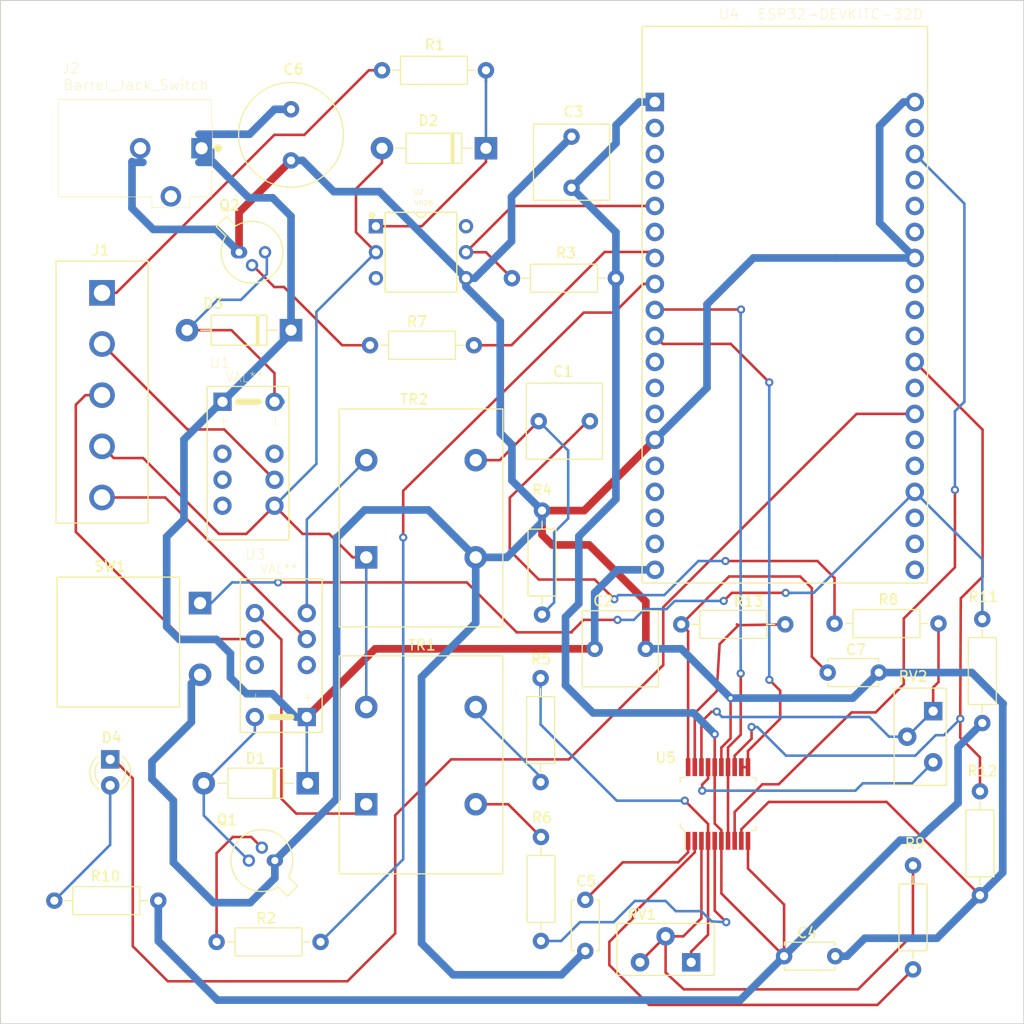
<source format=kicad_pcb>
(kicad_pcb (version 20171130) (host pcbnew 5.1.6-c6e7f7d~87~ubuntu18.04.1)

  (general
    (thickness 1.6)
    (drawings 4)
    (tracks 542)
    (zones 0)
    (modules 38)
    (nets 71)
  )

  (page A4)
  (title_block
    (title "Interfono Remoto")
    (date 2019-11-17)
    (rev A1)
    (company "Antonio Pardo Redondo")
  )

  (layers
    (0 F.Cu signal)
    (31 B.Cu signal)
    (32 B.Adhes user hide)
    (33 F.Adhes user hide)
    (34 B.Paste user)
    (35 F.Paste user)
    (36 B.SilkS user)
    (37 F.SilkS user)
    (38 B.Mask user)
    (39 F.Mask user)
    (40 Dwgs.User user hide)
    (41 Cmts.User user hide)
    (42 Eco1.User user hide)
    (43 Eco2.User user hide)
    (44 Edge.Cuts user)
    (45 Margin user hide)
    (46 B.CrtYd user)
    (47 F.CrtYd user)
    (48 B.Fab user)
    (49 F.Fab user)
  )

  (setup
    (last_trace_width 0.25)
    (user_trace_width 0.75)
    (trace_clearance 0.2)
    (zone_clearance 0.508)
    (zone_45_only no)
    (trace_min 0.2)
    (via_size 0.8)
    (via_drill 0.4)
    (via_min_size 0.4)
    (via_min_drill 0.3)
    (uvia_size 0.3)
    (uvia_drill 0.1)
    (uvias_allowed no)
    (uvia_min_size 0.2)
    (uvia_min_drill 0.1)
    (edge_width 0.05)
    (segment_width 0.2)
    (pcb_text_width 0.3)
    (pcb_text_size 1.5 1.5)
    (mod_edge_width 0.12)
    (mod_text_size 1 1)
    (mod_text_width 0.15)
    (pad_size 1.524 1.524)
    (pad_drill 0.762)
    (pad_to_mask_clearance 0.051)
    (solder_mask_min_width 0.25)
    (aux_axis_origin 0 0)
    (visible_elements FFFFFF7F)
    (pcbplotparams
      (layerselection 0x010fc_ffffffff)
      (usegerberextensions true)
      (usegerberattributes false)
      (usegerberadvancedattributes false)
      (creategerberjobfile false)
      (excludeedgelayer true)
      (linewidth 0.100000)
      (plotframeref false)
      (viasonmask false)
      (mode 1)
      (useauxorigin false)
      (hpglpennumber 1)
      (hpglpenspeed 20)
      (hpglpendiameter 15.000000)
      (psnegative false)
      (psa4output false)
      (plotreference true)
      (plotvalue true)
      (plotinvisibletext false)
      (padsonsilk false)
      (subtractmaskfromsilk false)
      (outputformat 1)
      (mirror false)
      (drillshape 0)
      (scaleselection 1)
      (outputdirectory "gerber/"))
  )

  (net 0 "")
  (net 1 "Net-(C1-Pad1)")
  (net 2 "Net-(C1-Pad2)")
  (net 3 GND)
  (net 4 +5V)
  (net 5 +3V3)
  (net 6 "Net-(C5-Pad2)")
  (net 7 "Net-(C7-Pad2)")
  (net 8 "Net-(D1-Pad2)")
  (net 9 "Net-(D2-Pad1)")
  (net 10 Comun)
  (net 11 "Net-(D3-Pad2)")
  (net 12 "Net-(D4-Pad1)")
  (net 13 "Net-(D4-Pad2)")
  (net 14 Microfono)
  (net 15 Auricular)
  (net 16 "Net-(J1-Pad2)")
  (net 17 "Net-(J1-Pad1)")
  (net 18 Descolgar)
  (net 19 Timbre)
  (net 20 "Net-(R5-Pad1)")
  (net 21 PAO-)
  (net 22 PAO+)
  (net 23 "Net-(R6-Pad1)")
  (net 24 Puerta)
  (net 25 AI-)
  (net 26 "Net-(R9-Pad1)")
  (net 27 "Net-(R9-Pad2)")
  (net 28 "Net-(R11-Pad1)")
  (net 29 PCMT)
  (net 30 "Net-(RV2-Pad3)")
  (net 31 "Net-(TR1-Pad1)")
  (net 32 "Net-(TR2-Pad3)")
  (net 33 "Net-(U1-Pad10)")
  (net 34 "Net-(U1-Pad3)")
  (net 35 "Net-(U2-Pad6)")
  (net 36 "Net-(U3-Pad3)")
  (net 37 "Net-(U3-Pad10)")
  (net 38 "Net-(U4-Pad2)")
  (net 39 "Net-(U4-Pad3)")
  (net 40 "Net-(U4-Pad4)")
  (net 41 "Net-(U4-Pad6)")
  (net 42 FSR)
  (net 43 MCLK)
  (net 44 "Net-(U4-Pad11)")
  (net 45 "Net-(U4-Pad12)")
  (net 46 "Net-(U4-Pad13)")
  (net 47 "Net-(U4-Pad15)")
  (net 48 "Net-(U4-Pad16)")
  (net 49 "Net-(U4-Pad17)")
  (net 50 "Net-(U4-Pad18)")
  (net 51 "Net-(U4-Pad21)")
  (net 52 PCMR)
  (net 53 "Net-(U4-Pad23)")
  (net 54 "Net-(U4-Pad24)")
  (net 55 "Net-(U4-Pad25)")
  (net 56 "Net-(U4-Pad27)")
  (net 57 "Net-(U4-Pad28)")
  (net 58 "Net-(U4-Pad29)")
  (net 59 "Net-(U4-Pad31)")
  (net 60 "Net-(U4-Pad33)")
  (net 61 "Net-(U4-Pad34)")
  (net 62 "Net-(U4-Pad36)")
  (net 63 "Net-(U4-Pad37)")
  (net 64 "Net-(U4-Pad38)")
  (net 65 "Net-(R13-Pad2)")
  (net 66 "Net-(J2-Pad3)")
  (net 67 "Net-(Q1-Pad2)")
  (net 68 "Net-(Q2-Pad2)")
  (net 69 "Net-(U1-Pad4)")
  (net 70 "Net-(U1-Pad5)")

  (net_class Default "This is the default net class."
    (clearance 0.2)
    (trace_width 0.25)
    (via_dia 0.8)
    (via_drill 0.4)
    (uvia_dia 0.3)
    (uvia_drill 0.1)
    (add_net +3V3)
    (add_net +5V)
    (add_net AI-)
    (add_net Auricular)
    (add_net Comun)
    (add_net Descolgar)
    (add_net FSR)
    (add_net GND)
    (add_net MCLK)
    (add_net Microfono)
    (add_net "Net-(C1-Pad1)")
    (add_net "Net-(C1-Pad2)")
    (add_net "Net-(C5-Pad2)")
    (add_net "Net-(C7-Pad2)")
    (add_net "Net-(D1-Pad2)")
    (add_net "Net-(D2-Pad1)")
    (add_net "Net-(D3-Pad2)")
    (add_net "Net-(D4-Pad1)")
    (add_net "Net-(D4-Pad2)")
    (add_net "Net-(J1-Pad1)")
    (add_net "Net-(J1-Pad2)")
    (add_net "Net-(J2-Pad3)")
    (add_net "Net-(Q1-Pad2)")
    (add_net "Net-(Q2-Pad2)")
    (add_net "Net-(R11-Pad1)")
    (add_net "Net-(R13-Pad2)")
    (add_net "Net-(R5-Pad1)")
    (add_net "Net-(R6-Pad1)")
    (add_net "Net-(R9-Pad1)")
    (add_net "Net-(R9-Pad2)")
    (add_net "Net-(RV2-Pad3)")
    (add_net "Net-(TR1-Pad1)")
    (add_net "Net-(TR2-Pad3)")
    (add_net "Net-(U1-Pad10)")
    (add_net "Net-(U1-Pad3)")
    (add_net "Net-(U1-Pad4)")
    (add_net "Net-(U1-Pad5)")
    (add_net "Net-(U2-Pad6)")
    (add_net "Net-(U3-Pad10)")
    (add_net "Net-(U3-Pad3)")
    (add_net "Net-(U4-Pad11)")
    (add_net "Net-(U4-Pad12)")
    (add_net "Net-(U4-Pad13)")
    (add_net "Net-(U4-Pad15)")
    (add_net "Net-(U4-Pad16)")
    (add_net "Net-(U4-Pad17)")
    (add_net "Net-(U4-Pad18)")
    (add_net "Net-(U4-Pad2)")
    (add_net "Net-(U4-Pad21)")
    (add_net "Net-(U4-Pad23)")
    (add_net "Net-(U4-Pad24)")
    (add_net "Net-(U4-Pad25)")
    (add_net "Net-(U4-Pad27)")
    (add_net "Net-(U4-Pad28)")
    (add_net "Net-(U4-Pad29)")
    (add_net "Net-(U4-Pad3)")
    (add_net "Net-(U4-Pad31)")
    (add_net "Net-(U4-Pad33)")
    (add_net "Net-(U4-Pad34)")
    (add_net "Net-(U4-Pad36)")
    (add_net "Net-(U4-Pad37)")
    (add_net "Net-(U4-Pad38)")
    (add_net "Net-(U4-Pad4)")
    (add_net "Net-(U4-Pad6)")
    (add_net PAO+)
    (add_net PAO-)
    (add_net PCMR)
    (add_net PCMT)
    (add_net Puerta)
    (add_net Timbre)
  )

  (module interfonoRemoto:EC2-5NU (layer F.Cu) (tedit 5F133F65) (tstamp 5DD1F7F4)
    (at 59.9338 147.025 90)
    (path /5DC1F660)
    (fp_text reference U3 (at 15.88262 -5.03174 180) (layer F.SilkS)
      (effects (font (size 1 1) (thickness 0.05)))
    )
    (fp_text value VAL** (at 14.46784 -2.72542 180) (layer F.SilkS)
      (effects (font (size 1 0.9) (thickness 0.05)))
    )
    (fp_line (start -1.5 -6.5) (end -1.5 1.5) (layer F.SilkS) (width 0.127))
    (fp_line (start -1.5 1.5) (end 13.5 1.5) (layer F.SilkS) (width 0.127))
    (fp_line (start 13.5 1.5) (end 13.5 -6.5) (layer F.SilkS) (width 0.127))
    (fp_line (start 13.5 -6.5) (end -1.5 -6.5) (layer F.SilkS) (width 0.127))
    (fp_line (start 0 -1.524) (end 0 -3.556) (layer F.SilkS) (width 0.6096))
    (fp_text user - (at 1.905 -5.08 90) (layer F.SilkS)
      (effects (font (size 1 1) (thickness 0.05)))
    )
    (fp_text user + (at 1.905 0 90) (layer F.SilkS)
      (effects (font (size 1 1) (thickness 0.05)))
    )
    (pad 12 thru_hole circle (at 0 -5.08 90) (size 1.778 1.778) (drill 1) (layers *.Cu *.Mask)
      (net 8 "Net-(D1-Pad2)"))
    (pad 10 thru_hole circle (at 5.08 -5.08 90) (size 1.778 1.778) (drill 1) (layers *.Cu *.Mask)
      (net 37 "Net-(U3-Pad10)"))
    (pad 9 thru_hole circle (at 7.62 -5.08 90) (size 1.778 1.778) (drill 1) (layers *.Cu *.Mask)
      (net 14 Microfono))
    (pad 8 thru_hole circle (at 10.16 -5.08 90) (size 1.778 1.778) (drill 1) (layers *.Cu *.Mask)
      (net 31 "Net-(TR1-Pad1)"))
    (pad 5 thru_hole circle (at 10.16 0 90) (size 1.778 1.778) (drill 1) (layers *.Cu *.Mask)
      (net 32 "Net-(TR2-Pad3)"))
    (pad 4 thru_hole circle (at 7.62 0 90) (size 1.778 1.778) (drill 1) (layers *.Cu *.Mask)
      (net 15 Auricular))
    (pad 3 thru_hole circle (at 5.08 0 90) (size 1.778 1.778) (drill 1) (layers *.Cu *.Mask)
      (net 36 "Net-(U3-Pad3)"))
    (pad 1 thru_hole rect (at 0 0 90) (size 1.778 1.778) (drill 1) (layers *.Cu *.Mask)
      (net 4 +5V))
    (model ${KIPRJMOD}/mod3d/ec25nu.wrl
      (offset (xyz -1 -1 0))
      (scale (xyz 0.4 0.4 0.4))
      (rotate (xyz 0 0 0))
    )
  )

  (module interfonoRemoto:EC2-5NU (layer F.Cu) (tedit 5F133F65) (tstamp 5DD1F7C5)
    (at 51.6966 116.218 270)
    (path /5DE85E7B)
    (fp_text reference U1 (at -3.79984 0.26162 180) (layer F.SilkS)
      (effects (font (size 1 1) (thickness 0.05)))
    )
    (fp_text value VAL** (at -2.40792 -2.14376 180) (layer F.SilkS)
      (effects (font (size 1 0.9) (thickness 0.05)))
    )
    (fp_line (start -1.5 -6.5) (end -1.5 1.5) (layer F.SilkS) (width 0.127))
    (fp_line (start -1.5 1.5) (end 13.5 1.5) (layer F.SilkS) (width 0.127))
    (fp_line (start 13.5 1.5) (end 13.5 -6.5) (layer F.SilkS) (width 0.127))
    (fp_line (start 13.5 -6.5) (end -1.5 -6.5) (layer F.SilkS) (width 0.127))
    (fp_line (start 0 -1.524) (end 0 -3.556) (layer F.SilkS) (width 0.6096))
    (fp_text user - (at 1.905 -5.08 90) (layer F.SilkS)
      (effects (font (size 1 1) (thickness 0.05)))
    )
    (fp_text user + (at 1.905 0 90) (layer F.SilkS)
      (effects (font (size 1 1) (thickness 0.05)))
    )
    (pad 12 thru_hole circle (at 0 -5.08 270) (size 1.778 1.778) (drill 1) (layers *.Cu *.Mask)
      (net 11 "Net-(D3-Pad2)"))
    (pad 10 thru_hole circle (at 5.08 -5.08 270) (size 1.778 1.778) (drill 1) (layers *.Cu *.Mask)
      (net 33 "Net-(U1-Pad10)"))
    (pad 9 thru_hole circle (at 7.62 -5.08 270) (size 1.778 1.778) (drill 1) (layers *.Cu *.Mask)
      (net 16 "Net-(J1-Pad2)"))
    (pad 8 thru_hole circle (at 10.16 -5.08 270) (size 1.778 1.778) (drill 1) (layers *.Cu *.Mask)
      (net 10 Comun))
    (pad 5 thru_hole circle (at 10.16 0 270) (size 1.778 1.778) (drill 1) (layers *.Cu *.Mask)
      (net 70 "Net-(U1-Pad5)"))
    (pad 4 thru_hole circle (at 7.62 0 270) (size 1.778 1.778) (drill 1) (layers *.Cu *.Mask)
      (net 69 "Net-(U1-Pad4)"))
    (pad 3 thru_hole circle (at 5.08 0 270) (size 1.778 1.778) (drill 1) (layers *.Cu *.Mask)
      (net 34 "Net-(U1-Pad3)"))
    (pad 1 thru_hole rect (at 0 0 270) (size 1.778 1.778) (drill 1) (layers *.Cu *.Mask)
      (net 4 +5V))
    (model ${KIPRJMOD}/mod3d/ec25nu.wrl
      (offset (xyz -1 -1 0))
      (scale (xyz 0.4 0.4 0.4))
      (rotate (xyz 0 0 0))
    )
  )

  (module Package_TO_SOT_THT:TO-18-3 (layer F.Cu) (tedit 5A02FF81) (tstamp 5DD1F664)
    (at 53.3121 101.6)
    (descr TO-18-3)
    (tags TO-18-3)
    (path /5F13D49C)
    (fp_text reference Q2 (at -0.9371 -4.575) (layer F.SilkS)
      (effects (font (size 1 1) (thickness 0.15)))
    )
    (fp_text value BC107 (at 3.0879 -4.5) (layer F.Fab)
      (effects (font (size 1 1) (thickness 0.15)))
    )
    (fp_circle (center 1.27 0) (end 3.67 0) (layer F.Fab) (width 0.1))
    (fp_line (start 4.42 -3.5) (end -2.23 -3.5) (layer F.CrtYd) (width 0.05))
    (fp_line (start 4.42 3.15) (end 4.42 -3.5) (layer F.CrtYd) (width 0.05))
    (fp_line (start -2.23 3.15) (end 4.42 3.15) (layer F.CrtYd) (width 0.05))
    (fp_line (start -2.23 -3.5) (end -2.23 3.15) (layer F.CrtYd) (width 0.05))
    (fp_line (start -2.214448 -2.494499) (end -1.302281 -1.582331) (layer F.SilkS) (width 0.12))
    (fp_line (start -1.224499 -3.484448) (end -2.214448 -2.494499) (layer F.SilkS) (width 0.12))
    (fp_line (start -0.312331 -2.572281) (end -1.224499 -3.484448) (layer F.SilkS) (width 0.12))
    (fp_line (start -1.976616 -2.426372) (end -1.149301 -1.599057) (layer F.Fab) (width 0.1))
    (fp_line (start -1.156372 -3.246616) (end -1.976616 -2.426372) (layer F.Fab) (width 0.1))
    (fp_line (start -0.329057 -2.419301) (end -1.156372 -3.246616) (layer F.Fab) (width 0.1))
    (fp_arc (start 1.27 0) (end -0.312331 -2.572281) (angle 333.2) (layer F.SilkS) (width 0.12))
    (fp_arc (start 1.27 0) (end -0.329057 -2.419301) (angle 336.9) (layer F.Fab) (width 0.1))
    (pad 3 thru_hole oval (at 2.54 0) (size 1.2 1.2) (drill 0.7) (layers *.Cu *.Mask)
      (net 11 "Net-(D3-Pad2)"))
    (pad 2 thru_hole oval (at 1.27 1.27) (size 1.2 1.2) (drill 0.7) (layers *.Cu *.Mask)
      (net 68 "Net-(Q2-Pad2)"))
    (pad 1 thru_hole oval (at 0 0) (size 1.6 1.2) (drill 0.7) (layers *.Cu *.Mask)
      (net 3 GND))
    (model ${KISYS3DMOD}/Package_TO_SOT_THT.3dshapes/TO-18-3.wrl
      (at (xyz 0 0 0))
      (scale (xyz 1 1 1))
      (rotate (xyz 0 0 0))
    )
  )

  (module Package_TO_SOT_THT:TO-18-3 (layer F.Cu) (tedit 5A02FF81) (tstamp 5DD1F652)
    (at 56.8122 161.056 180)
    (descr TO-18-3)
    (tags TO-18-3)
    (path /5F15BAEF)
    (fp_text reference Q1 (at 4.6872 3.981) (layer F.SilkS)
      (effects (font (size 1 1) (thickness 0.15)))
    )
    (fp_text value BC107 (at 0.8372 3.906) (layer F.Fab)
      (effects (font (size 1 1) (thickness 0.15)))
    )
    (fp_circle (center 1.27 0) (end 3.67 0) (layer F.Fab) (width 0.1))
    (fp_line (start 4.42 -3.5) (end -2.23 -3.5) (layer F.CrtYd) (width 0.05))
    (fp_line (start 4.42 3.15) (end 4.42 -3.5) (layer F.CrtYd) (width 0.05))
    (fp_line (start -2.23 3.15) (end 4.42 3.15) (layer F.CrtYd) (width 0.05))
    (fp_line (start -2.23 -3.5) (end -2.23 3.15) (layer F.CrtYd) (width 0.05))
    (fp_line (start -2.214448 -2.494499) (end -1.302281 -1.582331) (layer F.SilkS) (width 0.12))
    (fp_line (start -1.224499 -3.484448) (end -2.214448 -2.494499) (layer F.SilkS) (width 0.12))
    (fp_line (start -0.312331 -2.572281) (end -1.224499 -3.484448) (layer F.SilkS) (width 0.12))
    (fp_line (start -1.976616 -2.426372) (end -1.149301 -1.599057) (layer F.Fab) (width 0.1))
    (fp_line (start -1.156372 -3.246616) (end -1.976616 -2.426372) (layer F.Fab) (width 0.1))
    (fp_line (start -0.329057 -2.419301) (end -1.156372 -3.246616) (layer F.Fab) (width 0.1))
    (fp_arc (start 1.27 0) (end -0.312331 -2.572281) (angle 333.2) (layer F.SilkS) (width 0.12))
    (fp_arc (start 1.27 0) (end -0.329057 -2.419301) (angle 336.9) (layer F.Fab) (width 0.1))
    (pad 3 thru_hole oval (at 2.54 0 180) (size 1.2 1.2) (drill 0.7) (layers *.Cu *.Mask)
      (net 8 "Net-(D1-Pad2)"))
    (pad 2 thru_hole oval (at 1.27 1.27 180) (size 1.2 1.2) (drill 0.7) (layers *.Cu *.Mask)
      (net 67 "Net-(Q1-Pad2)"))
    (pad 1 thru_hole oval (at 0 0 180) (size 1.6 1.2) (drill 0.7) (layers *.Cu *.Mask)
      (net 3 GND))
    (model ${KISYS3DMOD}/Package_TO_SOT_THT.3dshapes/TO-18-3.wrl
      (at (xyz 0 0 0))
      (scale (xyz 1 1 1))
      (rotate (xyz 0 0 0))
    )
  )

  (module interfonoRemoto:CUI_PJ-102A (layer F.Cu) (tedit 5E02B316) (tstamp 5DD1F640)
    (at 43.1521 91.44 180)
    (path /5ED4EBDB)
    (fp_text reference J2 (at 6.2611 7.81304) (layer F.SilkS)
      (effects (font (size 1.00069 1.00069) (thickness 0.05)))
    )
    (fp_text value Barrel_Jack_Switch (at -0.08128 6.18236) (layer F.SilkS)
      (effects (font (size 1.00033 1.00033) (thickness 0.05)))
    )
    (fp_line (start -6 0.8) (end -7 0.8) (layer Edge.Cuts) (width 0.0001))
    (fp_line (start -7 0.8) (end -7 -0.8) (layer Edge.Cuts) (width 0.0001))
    (fp_line (start -7 -0.8) (end -6 -0.8) (layer Edge.Cuts) (width 0.0001))
    (fp_line (start -6 -0.8) (end -6 0.8) (layer Edge.Cuts) (width 0.0001))
    (fp_line (start 0 0.8) (end -1 0.8) (layer Edge.Cuts) (width 0.0001))
    (fp_line (start -1 0.8) (end -1 -0.8) (layer Edge.Cuts) (width 0.0001))
    (fp_line (start -1 -0.8) (end 0 -0.8) (layer Edge.Cuts) (width 0.0001))
    (fp_line (start 0 -0.8) (end 0 0.8) (layer Edge.Cuts) (width 0.0001))
    (fp_line (start -4.3 -4.2) (end -4.3 -5.2) (layer Edge.Cuts) (width 0.0001))
    (fp_line (start -4.3 -5.2) (end -2.7 -5.2) (layer Edge.Cuts) (width 0.0001))
    (fp_line (start -2.7 -5.2) (end -2.7 -4.2) (layer Edge.Cuts) (width 0.0001))
    (fp_line (start -2.7 -4.2) (end -4.3 -4.2) (layer Edge.Cuts) (width 0.0001))
    (fp_line (start -7.45 -4.75) (end -5.35 -4.75) (layer F.SilkS) (width 0.05))
    (fp_line (start -5.35 -4.75) (end -5.35 -5.8) (layer F.SilkS) (width 0.05))
    (fp_line (start -5.35 -5.8) (end -1.65 -5.8) (layer F.SilkS) (width 0.05))
    (fp_line (start -1.65 -5.8) (end -1.65 -4.75) (layer F.SilkS) (width 0.05))
    (fp_line (start -1.65 -4.75) (end 7.5 -4.75) (layer F.SilkS) (width 0.05))
    (fp_line (start 7.5 -4.75) (end 7.5 4.75) (layer F.SilkS) (width 0.05))
    (fp_line (start 7.5 4.75) (end -7.45 4.75) (layer F.SilkS) (width 0.05))
    (fp_line (start -7.45 4.75) (end -7.45 2.35) (layer F.SilkS) (width 0.05))
    (fp_circle (center -8.1 0) (end -7.9 0) (layer F.SilkS) (width 0.4))
    (fp_line (start -7.45 -2.25) (end -7.45 -4.75) (layer F.SilkS) (width 0.05))
    (fp_line (start -7.45 -2.25) (end -7.55 -2.25) (layer Eco1.User) (width 0.05))
    (fp_line (start -7.55 -2.25) (end -7.55 2.35) (layer F.SilkS) (width 0.05))
    (fp_line (start -7.55 2.35) (end -7.45 2.35) (layer Eco1.User) (width 0.05))
    (pad 1 thru_hole rect (at -6.5 0 270) (size 2 2) (drill 1.2) (layers *.Cu *.Mask)
      (net 4 +5V))
    (pad 2 thru_hole circle (at -0.5 0 270) (size 2 2) (drill 1.2) (layers *.Cu *.Mask)
      (net 3 GND))
    (pad 3 thru_hole circle (at -3.5 -4.7) (size 2 2) (drill 1.2) (layers *.Cu *.Mask)
      (net 66 "Net-(J2-Pad3)"))
    (model ${KISYS3DMOD}/Connector_BarrelJack.3dshapes/BarrelJack_CUI_PJ-063AH_Horizontal.wrl
      (offset (xyz -6.5 0 0))
      (scale (xyz 1 1.1 1))
      (rotate (xyz 0 0 -90))
    )
  )

  (module Capacitor_THT:C_Rect_L7.2mm_W7.2mm_P5.00mm_FKS2_FKP2_MKS2_MKP2 (layer F.Cu) (tedit 5AE50EF0) (tstamp 5DD1F52A)
    (at 87.6021 118.11 180)
    (descr "C, Rect series, Radial, pin pitch=5.00mm, , length*width=7.2*7.2mm^2, Capacitor, http://www.wima.com/EN/WIMA_FKS_2.pdf")
    (tags "C Rect series Radial pin pitch 5.00mm  length 7.2mm width 7.2mm Capacitor")
    (path /5DF04021)
    (fp_text reference C1 (at 2.62206 4.85) (layer F.SilkS)
      (effects (font (size 1 1) (thickness 0.15)))
    )
    (fp_text value 1uF (at -0.41794 4.85) (layer F.Fab)
      (effects (font (size 1 1) (thickness 0.15)))
    )
    (fp_line (start 6.35 -3.85) (end -1.35 -3.85) (layer F.CrtYd) (width 0.05))
    (fp_line (start 6.35 3.85) (end 6.35 -3.85) (layer F.CrtYd) (width 0.05))
    (fp_line (start -1.35 3.85) (end 6.35 3.85) (layer F.CrtYd) (width 0.05))
    (fp_line (start -1.35 -3.85) (end -1.35 3.85) (layer F.CrtYd) (width 0.05))
    (fp_line (start 6.22 -3.72) (end 6.22 3.72) (layer F.SilkS) (width 0.12))
    (fp_line (start -1.22 -3.72) (end -1.22 3.72) (layer F.SilkS) (width 0.12))
    (fp_line (start -1.22 3.72) (end 6.22 3.72) (layer F.SilkS) (width 0.12))
    (fp_line (start -1.22 -3.72) (end 6.22 -3.72) (layer F.SilkS) (width 0.12))
    (fp_line (start 6.1 -3.6) (end -1.1 -3.6) (layer F.Fab) (width 0.1))
    (fp_line (start 6.1 3.6) (end 6.1 -3.6) (layer F.Fab) (width 0.1))
    (fp_line (start -1.1 3.6) (end 6.1 3.6) (layer F.Fab) (width 0.1))
    (fp_line (start -1.1 -3.6) (end -1.1 3.6) (layer F.Fab) (width 0.1))
    (fp_text user %R (at 2.5 0) (layer F.Fab)
      (effects (font (size 1 1) (thickness 0.15)))
    )
    (pad 2 thru_hole circle (at 5 0 180) (size 1.6 1.6) (drill 0.8) (layers *.Cu *.Mask)
      (net 2 "Net-(C1-Pad2)"))
    (pad 1 thru_hole circle (at 0 0 180) (size 1.6 1.6) (drill 0.8) (layers *.Cu *.Mask)
      (net 1 "Net-(C1-Pad1)"))
    (model ${KISYS3DMOD}/Capacitor_THT.3dshapes/C_Rect_L7.2mm_W7.2mm_P5.00mm_FKS2_FKP2_MKS2_MKP2.wrl
      (at (xyz 0 0 0))
      (scale (xyz 1 1 1))
      (rotate (xyz 0 0 0))
    )
  )

  (module Capacitor_THT:C_Rect_L7.2mm_W7.2mm_P5.00mm_FKS2_FKP2_MKS2_MKP2 (layer F.Cu) (tedit 5AE50EF0) (tstamp 5DD1F53D)
    (at 88.07 140.36)
    (descr "C, Rect series, Radial, pin pitch=5.00mm, , length*width=7.2*7.2mm^2, Capacitor, http://www.wima.com/EN/WIMA_FKS_2.pdf")
    (tags "C Rect series Radial pin pitch 5.00mm  length 7.2mm width 7.2mm Capacitor")
    (path /5E0E7C81)
    (fp_text reference C2 (at 0.82286 -4.67714) (layer F.SilkS)
      (effects (font (size 1 1) (thickness 0.15)))
    )
    (fp_text value 1uF (at 5.28286 -4.85714) (layer F.Fab)
      (effects (font (size 1 1) (thickness 0.15)))
    )
    (fp_line (start 6.35 -3.85) (end -1.35 -3.85) (layer F.CrtYd) (width 0.05))
    (fp_line (start 6.35 3.85) (end 6.35 -3.85) (layer F.CrtYd) (width 0.05))
    (fp_line (start -1.35 3.85) (end 6.35 3.85) (layer F.CrtYd) (width 0.05))
    (fp_line (start -1.35 -3.85) (end -1.35 3.85) (layer F.CrtYd) (width 0.05))
    (fp_line (start 6.22 -3.72) (end 6.22 3.72) (layer F.SilkS) (width 0.12))
    (fp_line (start -1.22 -3.72) (end -1.22 3.72) (layer F.SilkS) (width 0.12))
    (fp_line (start -1.22 3.72) (end 6.22 3.72) (layer F.SilkS) (width 0.12))
    (fp_line (start -1.22 -3.72) (end 6.22 -3.72) (layer F.SilkS) (width 0.12))
    (fp_line (start 6.1 -3.6) (end -1.1 -3.6) (layer F.Fab) (width 0.1))
    (fp_line (start 6.1 3.6) (end 6.1 -3.6) (layer F.Fab) (width 0.1))
    (fp_line (start -1.1 3.6) (end 6.1 3.6) (layer F.Fab) (width 0.1))
    (fp_line (start -1.1 -3.6) (end -1.1 3.6) (layer F.Fab) (width 0.1))
    (fp_text user %R (at 2.5 0) (layer F.Fab)
      (effects (font (size 1 1) (thickness 0.15)))
    )
    (pad 2 thru_hole circle (at 5 0) (size 1.6 1.6) (drill 0.8) (layers *.Cu *.Mask)
      (net 3 GND))
    (pad 1 thru_hole circle (at 0 0) (size 1.6 1.6) (drill 0.8) (layers *.Cu *.Mask)
      (net 4 +5V))
    (model ${KISYS3DMOD}/Capacitor_THT.3dshapes/C_Rect_L7.2mm_W7.2mm_P5.00mm_FKS2_FKP2_MKS2_MKP2.wrl
      (at (xyz 0 0 0))
      (scale (xyz 1 1 1))
      (rotate (xyz 0 0 0))
    )
  )

  (module Capacitor_THT:C_Rect_L7.2mm_W7.2mm_P5.00mm_FKS2_FKP2_MKS2_MKP2 (layer F.Cu) (tedit 5AE50EF0) (tstamp 5DD1F550)
    (at 85.8088 95.3033 90)
    (descr "C, Rect series, Radial, pin pitch=5.00mm, , length*width=7.2*7.2mm^2, Capacitor, http://www.wima.com/EN/WIMA_FKS_2.pdf")
    (tags "C Rect series Radial pin pitch 5.00mm  length 7.2mm width 7.2mm Capacitor")
    (path /5E65DBCF)
    (fp_text reference C3 (at 7.42334 0.19118 180) (layer F.SilkS)
      (effects (font (size 1 1) (thickness 0.15)))
    )
    (fp_text value 1uF (at 7.52334 3.42118 180) (layer F.Fab)
      (effects (font (size 1 1) (thickness 0.15)))
    )
    (fp_line (start 6.35 -3.85) (end -1.35 -3.85) (layer F.CrtYd) (width 0.05))
    (fp_line (start 6.35 3.85) (end 6.35 -3.85) (layer F.CrtYd) (width 0.05))
    (fp_line (start -1.35 3.85) (end 6.35 3.85) (layer F.CrtYd) (width 0.05))
    (fp_line (start -1.35 -3.85) (end -1.35 3.85) (layer F.CrtYd) (width 0.05))
    (fp_line (start 6.22 -3.72) (end 6.22 3.72) (layer F.SilkS) (width 0.12))
    (fp_line (start -1.22 -3.72) (end -1.22 3.72) (layer F.SilkS) (width 0.12))
    (fp_line (start -1.22 3.72) (end 6.22 3.72) (layer F.SilkS) (width 0.12))
    (fp_line (start -1.22 -3.72) (end 6.22 -3.72) (layer F.SilkS) (width 0.12))
    (fp_line (start 6.1 -3.6) (end -1.1 -3.6) (layer F.Fab) (width 0.1))
    (fp_line (start 6.1 3.6) (end 6.1 -3.6) (layer F.Fab) (width 0.1))
    (fp_line (start -1.1 3.6) (end 6.1 3.6) (layer F.Fab) (width 0.1))
    (fp_line (start -1.1 -3.6) (end -1.1 3.6) (layer F.Fab) (width 0.1))
    (fp_text user %R (at 2.5 0 180) (layer F.Fab)
      (effects (font (size 1 1) (thickness 0.15)))
    )
    (pad 2 thru_hole circle (at 5 0 90) (size 1.6 1.6) (drill 0.8) (layers *.Cu *.Mask)
      (net 3 GND))
    (pad 1 thru_hole circle (at 0 0 90) (size 1.6 1.6) (drill 0.8) (layers *.Cu *.Mask)
      (net 5 +3V3))
    (model ${KISYS3DMOD}/Capacitor_THT.3dshapes/C_Rect_L7.2mm_W7.2mm_P5.00mm_FKS2_FKP2_MKS2_MKP2.wrl
      (at (xyz 0 0 0))
      (scale (xyz 1 1 1))
      (rotate (xyz 0 0 0))
    )
  )

  (module Capacitor_THT:C_Disc_D4.7mm_W2.5mm_P5.00mm (layer F.Cu) (tedit 5AE50EF0) (tstamp 5DD1F565)
    (at 106.58 170.4)
    (descr "C, Disc series, Radial, pin pitch=5.00mm, , diameter*width=4.7*2.5mm^2, Capacitor, http://www.vishay.com/docs/45233/krseries.pdf")
    (tags "C Disc series Radial pin pitch 5.00mm  diameter 4.7mm width 2.5mm Capacitor")
    (path /5E9850ED)
    (fp_text reference C4 (at 2.2467 -2.2878) (layer F.SilkS)
      (effects (font (size 1 1) (thickness 0.15)))
    )
    (fp_text value 100nF (at 6.0667 -2.4178) (layer F.Fab)
      (effects (font (size 1 1) (thickness 0.15)))
    )
    (fp_line (start 6.05 -1.5) (end -1.05 -1.5) (layer F.CrtYd) (width 0.05))
    (fp_line (start 6.05 1.5) (end 6.05 -1.5) (layer F.CrtYd) (width 0.05))
    (fp_line (start -1.05 1.5) (end 6.05 1.5) (layer F.CrtYd) (width 0.05))
    (fp_line (start -1.05 -1.5) (end -1.05 1.5) (layer F.CrtYd) (width 0.05))
    (fp_line (start 4.97 1.055) (end 4.97 1.37) (layer F.SilkS) (width 0.12))
    (fp_line (start 4.97 -1.37) (end 4.97 -1.055) (layer F.SilkS) (width 0.12))
    (fp_line (start 0.03 1.055) (end 0.03 1.37) (layer F.SilkS) (width 0.12))
    (fp_line (start 0.03 -1.37) (end 0.03 -1.055) (layer F.SilkS) (width 0.12))
    (fp_line (start 0.03 1.37) (end 4.97 1.37) (layer F.SilkS) (width 0.12))
    (fp_line (start 0.03 -1.37) (end 4.97 -1.37) (layer F.SilkS) (width 0.12))
    (fp_line (start 4.85 -1.25) (end 0.15 -1.25) (layer F.Fab) (width 0.1))
    (fp_line (start 4.85 1.25) (end 4.85 -1.25) (layer F.Fab) (width 0.1))
    (fp_line (start 0.15 1.25) (end 4.85 1.25) (layer F.Fab) (width 0.1))
    (fp_line (start 0.15 -1.25) (end 0.15 1.25) (layer F.Fab) (width 0.1))
    (fp_text user %R (at 2.5 0) (layer F.Fab)
      (effects (font (size 0.94 0.94) (thickness 0.141)))
    )
    (pad 2 thru_hole circle (at 5 0) (size 1.6 1.6) (drill 0.8) (layers *.Cu *.Mask)
      (net 3 GND))
    (pad 1 thru_hole circle (at 0 0) (size 1.6 1.6) (drill 0.8) (layers *.Cu *.Mask)
      (net 5 +3V3))
    (model ${KISYS3DMOD}/Capacitor_THT.3dshapes/C_Disc_D4.7mm_W2.5mm_P5.00mm.wrl
      (at (xyz 0 0 0))
      (scale (xyz 1 1 1))
      (rotate (xyz 0 0 0))
    )
  )

  (module Capacitor_THT:C_Disc_D4.7mm_W2.5mm_P5.00mm (layer F.Cu) (tedit 5AE50EF0) (tstamp 5DD1F57A)
    (at 87.15 169.89 90)
    (descr "C, Disc series, Radial, pin pitch=5.00mm, , diameter*width=4.7*2.5mm^2, Capacitor, http://www.vishay.com/docs/45233/krseries.pdf")
    (tags "C Disc series Radial pin pitch 5.00mm  diameter 4.7mm width 2.5mm Capacitor")
    (path /5DD82D7C)
    (fp_text reference C5 (at 6.82078 0.07102 180) (layer F.SilkS)
      (effects (font (size 1 1) (thickness 0.15)))
    )
    (fp_text value 100nF (at 8.79078 0.47102 180) (layer F.Fab)
      (effects (font (size 1 1) (thickness 0.15)))
    )
    (fp_line (start 6.05 -1.5) (end -1.05 -1.5) (layer F.CrtYd) (width 0.05))
    (fp_line (start 6.05 1.5) (end 6.05 -1.5) (layer F.CrtYd) (width 0.05))
    (fp_line (start -1.05 1.5) (end 6.05 1.5) (layer F.CrtYd) (width 0.05))
    (fp_line (start -1.05 -1.5) (end -1.05 1.5) (layer F.CrtYd) (width 0.05))
    (fp_line (start 4.97 1.055) (end 4.97 1.37) (layer F.SilkS) (width 0.12))
    (fp_line (start 4.97 -1.37) (end 4.97 -1.055) (layer F.SilkS) (width 0.12))
    (fp_line (start 0.03 1.055) (end 0.03 1.37) (layer F.SilkS) (width 0.12))
    (fp_line (start 0.03 -1.37) (end 0.03 -1.055) (layer F.SilkS) (width 0.12))
    (fp_line (start 0.03 1.37) (end 4.97 1.37) (layer F.SilkS) (width 0.12))
    (fp_line (start 0.03 -1.37) (end 4.97 -1.37) (layer F.SilkS) (width 0.12))
    (fp_line (start 4.85 -1.25) (end 0.15 -1.25) (layer F.Fab) (width 0.1))
    (fp_line (start 4.85 1.25) (end 4.85 -1.25) (layer F.Fab) (width 0.1))
    (fp_line (start 0.15 1.25) (end 4.85 1.25) (layer F.Fab) (width 0.1))
    (fp_line (start 0.15 -1.25) (end 0.15 1.25) (layer F.Fab) (width 0.1))
    (fp_text user %R (at 2.4638 -0.15748 180) (layer F.Fab)
      (effects (font (size 0.94 0.94) (thickness 0.141)))
    )
    (pad 2 thru_hole circle (at 5 0 90) (size 1.6 1.6) (drill 0.8) (layers *.Cu *.Mask)
      (net 6 "Net-(C5-Pad2)"))
    (pad 1 thru_hole circle (at 0 0 90) (size 1.6 1.6) (drill 0.8) (layers *.Cu *.Mask)
      (net 3 GND))
    (model ${KISYS3DMOD}/Capacitor_THT.3dshapes/C_Disc_D4.7mm_W2.5mm_P5.00mm.wrl
      (at (xyz 0 0 0))
      (scale (xyz 1 1 1))
      (rotate (xyz 0 0 0))
    )
  )

  (module Capacitor_THT:C_Radial_D10.0mm_H16.0mm_P5.00mm (layer F.Cu) (tedit 5BC5C9BA) (tstamp 5DD1F584)
    (at 58.3921 87.63 270)
    (descr "C, Radial series, Radial, pin pitch=5.00mm, diameter=10mm, height=16mm, Non-Polar Electrolytic Capacitor")
    (tags "C Radial series Radial pin pitch 5.00mm diameter 10mm height 16mm Non-Polar Electrolytic Capacitor")
    (path /5ED738B5)
    (fp_text reference C6 (at -3.91 -0.23794 180) (layer F.SilkS)
      (effects (font (size 1 1) (thickness 0.15)))
    )
    (fp_text value 10uF (at -3.99 -3.69794 180) (layer F.Fab)
      (effects (font (size 1 1) (thickness 0.15)))
    )
    (fp_circle (center 2.5 0) (end 7.75 0) (layer F.CrtYd) (width 0.05))
    (fp_circle (center 2.5 0) (end 7.62 0) (layer F.SilkS) (width 0.12))
    (fp_circle (center 2.5 0) (end 7.5 0) (layer F.Fab) (width 0.1))
    (fp_text user %R (at 2.5 0 180) (layer F.Fab)
      (effects (font (size 1 1) (thickness 0.15)))
    )
    (pad 2 thru_hole circle (at 5 0 270) (size 1.6 1.6) (drill 0.8) (layers *.Cu *.Mask)
      (net 3 GND))
    (pad 1 thru_hole circle (at 0 0 270) (size 1.6 1.6) (drill 0.8) (layers *.Cu *.Mask)
      (net 4 +5V))
    (model ${KISYS3DMOD}/Capacitor_THT.3dshapes/C_Radial_D10.0mm_H16.0mm_P5.00mm.wrl
      (at (xyz 0 0 0))
      (scale (xyz 1 1 1))
      (rotate (xyz 0 0 0))
    )
  )

  (module Capacitor_THT:C_Disc_D4.7mm_W2.5mm_P5.00mm (layer F.Cu) (tedit 5AE50EF0) (tstamp 5DD1F599)
    (at 115.84 142.68 180)
    (descr "C, Disc series, Radial, pin pitch=5.00mm, , diameter*width=4.7*2.5mm^2, Capacitor, http://www.vishay.com/docs/45233/krseries.pdf")
    (tags "C Disc series Radial pin pitch 5.00mm  diameter 4.7mm width 2.5mm Capacitor")
    (path /5DD85262)
    (fp_text reference C7 (at 2.24 2.24) (layer F.SilkS)
      (effects (font (size 1 1) (thickness 0.15)))
    )
    (fp_text value 10nF (at -1.02 2.39) (layer F.Fab)
      (effects (font (size 1 1) (thickness 0.15)))
    )
    (fp_line (start 6.05 -1.5) (end -1.05 -1.5) (layer F.CrtYd) (width 0.05))
    (fp_line (start 6.05 1.5) (end 6.05 -1.5) (layer F.CrtYd) (width 0.05))
    (fp_line (start -1.05 1.5) (end 6.05 1.5) (layer F.CrtYd) (width 0.05))
    (fp_line (start -1.05 -1.5) (end -1.05 1.5) (layer F.CrtYd) (width 0.05))
    (fp_line (start 4.97 1.055) (end 4.97 1.37) (layer F.SilkS) (width 0.12))
    (fp_line (start 4.97 -1.37) (end 4.97 -1.055) (layer F.SilkS) (width 0.12))
    (fp_line (start 0.03 1.055) (end 0.03 1.37) (layer F.SilkS) (width 0.12))
    (fp_line (start 0.03 -1.37) (end 0.03 -1.055) (layer F.SilkS) (width 0.12))
    (fp_line (start 0.03 1.37) (end 4.97 1.37) (layer F.SilkS) (width 0.12))
    (fp_line (start 0.03 -1.37) (end 4.97 -1.37) (layer F.SilkS) (width 0.12))
    (fp_line (start 4.85 -1.25) (end 0.15 -1.25) (layer F.Fab) (width 0.1))
    (fp_line (start 4.85 1.25) (end 4.85 -1.25) (layer F.Fab) (width 0.1))
    (fp_line (start 0.15 1.25) (end 4.85 1.25) (layer F.Fab) (width 0.1))
    (fp_line (start 0.15 -1.25) (end 0.15 1.25) (layer F.Fab) (width 0.1))
    (fp_text user %R (at 2.45618 -0.0127) (layer F.Fab)
      (effects (font (size 0.94 0.94) (thickness 0.141)))
    )
    (pad 2 thru_hole circle (at 5 0 180) (size 1.6 1.6) (drill 0.8) (layers *.Cu *.Mask)
      (net 7 "Net-(C7-Pad2)"))
    (pad 1 thru_hole circle (at 0 0 180) (size 1.6 1.6) (drill 0.8) (layers *.Cu *.Mask)
      (net 3 GND))
    (model ${KISYS3DMOD}/Capacitor_THT.3dshapes/C_Disc_D4.7mm_W2.5mm_P5.00mm.wrl
      (at (xyz 0 0 0))
      (scale (xyz 1 1 1))
      (rotate (xyz 0 0 0))
    )
  )

  (module Diode_THT:D_DO-41_SOD81_P10.16mm_Horizontal (layer F.Cu) (tedit 5AE50CD5) (tstamp 5DD1F5B8)
    (at 60.025 153.5 180)
    (descr "Diode, DO-41_SOD81 series, Axial, Horizontal, pin pitch=10.16mm, , length*diameter=5.2*2.7mm^2, , http://www.diodes.com/_files/packages/DO-41%20(Plastic).pdf")
    (tags "Diode DO-41_SOD81 series Axial Horizontal pin pitch 10.16mm  length 5.2mm diameter 2.7mm")
    (path /5DCACFBD)
    (fp_text reference D1 (at 5.1 2.425) (layer F.SilkS)
      (effects (font (size 1 1) (thickness 0.15)))
    )
    (fp_text value 1N4001 (at 4.9 3.575) (layer F.Fab)
      (effects (font (size 1 1) (thickness 0.15)))
    )
    (fp_line (start 11.51 -1.6) (end -1.35 -1.6) (layer F.CrtYd) (width 0.05))
    (fp_line (start 11.51 1.6) (end 11.51 -1.6) (layer F.CrtYd) (width 0.05))
    (fp_line (start -1.35 1.6) (end 11.51 1.6) (layer F.CrtYd) (width 0.05))
    (fp_line (start -1.35 -1.6) (end -1.35 1.6) (layer F.CrtYd) (width 0.05))
    (fp_line (start 3.14 -1.47) (end 3.14 1.47) (layer F.SilkS) (width 0.12))
    (fp_line (start 3.38 -1.47) (end 3.38 1.47) (layer F.SilkS) (width 0.12))
    (fp_line (start 3.26 -1.47) (end 3.26 1.47) (layer F.SilkS) (width 0.12))
    (fp_line (start 8.82 0) (end 7.8 0) (layer F.SilkS) (width 0.12))
    (fp_line (start 1.34 0) (end 2.36 0) (layer F.SilkS) (width 0.12))
    (fp_line (start 7.8 -1.47) (end 2.36 -1.47) (layer F.SilkS) (width 0.12))
    (fp_line (start 7.8 1.47) (end 7.8 -1.47) (layer F.SilkS) (width 0.12))
    (fp_line (start 2.36 1.47) (end 7.8 1.47) (layer F.SilkS) (width 0.12))
    (fp_line (start 2.36 -1.47) (end 2.36 1.47) (layer F.SilkS) (width 0.12))
    (fp_line (start 3.16 -1.35) (end 3.16 1.35) (layer F.Fab) (width 0.1))
    (fp_line (start 3.36 -1.35) (end 3.36 1.35) (layer F.Fab) (width 0.1))
    (fp_line (start 3.26 -1.35) (end 3.26 1.35) (layer F.Fab) (width 0.1))
    (fp_line (start 10.16 0) (end 7.68 0) (layer F.Fab) (width 0.1))
    (fp_line (start 0 0) (end 2.48 0) (layer F.Fab) (width 0.1))
    (fp_line (start 7.68 -1.35) (end 2.48 -1.35) (layer F.Fab) (width 0.1))
    (fp_line (start 7.68 1.35) (end 7.68 -1.35) (layer F.Fab) (width 0.1))
    (fp_line (start 2.48 1.35) (end 7.68 1.35) (layer F.Fab) (width 0.1))
    (fp_line (start 2.48 -1.35) (end 2.48 1.35) (layer F.Fab) (width 0.1))
    (fp_text user K (at 0 -2.1) (layer F.Fab)
      (effects (font (size 1 1) (thickness 0.15)))
    )
    (fp_text user K (at 0 -2.1) (layer F.Fab)
      (effects (font (size 1 1) (thickness 0.15)))
    )
    (fp_text user %R (at 5.47 0) (layer F.Fab)
      (effects (font (size 1 1) (thickness 0.15)))
    )
    (pad 2 thru_hole oval (at 10.16 0 180) (size 2.2 2.2) (drill 1.1) (layers *.Cu *.Mask)
      (net 8 "Net-(D1-Pad2)"))
    (pad 1 thru_hole rect (at 0 0 180) (size 2.2 2.2) (drill 1.1) (layers *.Cu *.Mask)
      (net 4 +5V))
    (model ${KISYS3DMOD}/Diode_THT.3dshapes/D_DO-41_SOD81_P10.16mm_Horizontal.wrl
      (at (xyz 0 0 0))
      (scale (xyz 1 1 1))
      (rotate (xyz 0 0 0))
    )
  )

  (module Diode_THT:D_DO-41_SOD81_P10.16mm_Horizontal (layer F.Cu) (tedit 5AE50CD5) (tstamp 5DD1F5D7)
    (at 77.4421 91.44 180)
    (descr "Diode, DO-41_SOD81 series, Axial, Horizontal, pin pitch=10.16mm, , length*diameter=5.2*2.7mm^2, , http://www.diodes.com/_files/packages/DO-41%20(Plastic).pdf")
    (tags "Diode DO-41_SOD81 series Axial Horizontal pin pitch 10.16mm  length 5.2mm diameter 2.7mm")
    (path /5DBD58B6)
    (fp_text reference D2 (at 5.63206 2.7) (layer F.SilkS)
      (effects (font (size 1 1) (thickness 0.15)))
    )
    (fp_text value 1N4001 (at 3.92206 4.23) (layer F.Fab)
      (effects (font (size 1 1) (thickness 0.15)))
    )
    (fp_line (start 11.51 -1.6) (end -1.35 -1.6) (layer F.CrtYd) (width 0.05))
    (fp_line (start 11.51 1.6) (end 11.51 -1.6) (layer F.CrtYd) (width 0.05))
    (fp_line (start -1.35 1.6) (end 11.51 1.6) (layer F.CrtYd) (width 0.05))
    (fp_line (start -1.35 -1.6) (end -1.35 1.6) (layer F.CrtYd) (width 0.05))
    (fp_line (start 3.14 -1.47) (end 3.14 1.47) (layer F.SilkS) (width 0.12))
    (fp_line (start 3.38 -1.47) (end 3.38 1.47) (layer F.SilkS) (width 0.12))
    (fp_line (start 3.26 -1.47) (end 3.26 1.47) (layer F.SilkS) (width 0.12))
    (fp_line (start 8.82 0) (end 7.8 0) (layer F.SilkS) (width 0.12))
    (fp_line (start 1.34 0) (end 2.36 0) (layer F.SilkS) (width 0.12))
    (fp_line (start 7.8 -1.47) (end 2.36 -1.47) (layer F.SilkS) (width 0.12))
    (fp_line (start 7.8 1.47) (end 7.8 -1.47) (layer F.SilkS) (width 0.12))
    (fp_line (start 2.36 1.47) (end 7.8 1.47) (layer F.SilkS) (width 0.12))
    (fp_line (start 2.36 -1.47) (end 2.36 1.47) (layer F.SilkS) (width 0.12))
    (fp_line (start 3.16 -1.35) (end 3.16 1.35) (layer F.Fab) (width 0.1))
    (fp_line (start 3.36 -1.35) (end 3.36 1.35) (layer F.Fab) (width 0.1))
    (fp_line (start 3.26 -1.35) (end 3.26 1.35) (layer F.Fab) (width 0.1))
    (fp_line (start 10.16 0) (end 7.68 0) (layer F.Fab) (width 0.1))
    (fp_line (start 0 0) (end 2.48 0) (layer F.Fab) (width 0.1))
    (fp_line (start 7.68 -1.35) (end 2.48 -1.35) (layer F.Fab) (width 0.1))
    (fp_line (start 7.68 1.35) (end 7.68 -1.35) (layer F.Fab) (width 0.1))
    (fp_line (start 2.48 1.35) (end 7.68 1.35) (layer F.Fab) (width 0.1))
    (fp_line (start 2.48 -1.35) (end 2.48 1.35) (layer F.Fab) (width 0.1))
    (fp_text user K (at 0 -2.1) (layer F.Fab)
      (effects (font (size 1 1) (thickness 0.15)))
    )
    (fp_text user K (at 0 -2.1) (layer F.Fab)
      (effects (font (size 1 1) (thickness 0.15)))
    )
    (fp_text user %R (at 5.40512 0.1143) (layer F.Fab)
      (effects (font (size 1 1) (thickness 0.15)))
    )
    (pad 2 thru_hole oval (at 10.16 0 180) (size 2.2 2.2) (drill 1.1) (layers *.Cu *.Mask)
      (net 10 Comun))
    (pad 1 thru_hole rect (at 0 0 180) (size 2.2 2.2) (drill 1.1) (layers *.Cu *.Mask)
      (net 9 "Net-(D2-Pad1)"))
    (model ${KISYS3DMOD}/Diode_THT.3dshapes/D_DO-41_SOD81_P10.16mm_Horizontal.wrl
      (at (xyz 0 0 0))
      (scale (xyz 1 1 1))
      (rotate (xyz 0 0 0))
    )
  )

  (module Diode_THT:D_DO-41_SOD81_P10.16mm_Horizontal (layer F.Cu) (tedit 5AE50CD5) (tstamp 5DD1F5F6)
    (at 58.3921 109.22 180)
    (descr "Diode, DO-41_SOD81 series, Axial, Horizontal, pin pitch=10.16mm, , length*diameter=5.2*2.7mm^2, , http://www.diodes.com/_files/packages/DO-41%20(Plastic).pdf")
    (tags "Diode DO-41_SOD81 series Axial Horizontal pin pitch 10.16mm  length 5.2mm diameter 2.7mm")
    (path /5DC4EC1D)
    (fp_text reference D3 (at 7.6171 2.62) (layer F.SilkS)
      (effects (font (size 1 1) (thickness 0.15)))
    )
    (fp_text value 1N4001 (at 3.2171 2.67) (layer F.Fab)
      (effects (font (size 1 1) (thickness 0.15)))
    )
    (fp_line (start 11.51 -1.6) (end -1.35 -1.6) (layer F.CrtYd) (width 0.05))
    (fp_line (start 11.51 1.6) (end 11.51 -1.6) (layer F.CrtYd) (width 0.05))
    (fp_line (start -1.35 1.6) (end 11.51 1.6) (layer F.CrtYd) (width 0.05))
    (fp_line (start -1.35 -1.6) (end -1.35 1.6) (layer F.CrtYd) (width 0.05))
    (fp_line (start 3.14 -1.47) (end 3.14 1.47) (layer F.SilkS) (width 0.12))
    (fp_line (start 3.38 -1.47) (end 3.38 1.47) (layer F.SilkS) (width 0.12))
    (fp_line (start 3.26 -1.47) (end 3.26 1.47) (layer F.SilkS) (width 0.12))
    (fp_line (start 8.82 0) (end 7.8 0) (layer F.SilkS) (width 0.12))
    (fp_line (start 1.34 0) (end 2.36 0) (layer F.SilkS) (width 0.12))
    (fp_line (start 7.8 -1.47) (end 2.36 -1.47) (layer F.SilkS) (width 0.12))
    (fp_line (start 7.8 1.47) (end 7.8 -1.47) (layer F.SilkS) (width 0.12))
    (fp_line (start 2.36 1.47) (end 7.8 1.47) (layer F.SilkS) (width 0.12))
    (fp_line (start 2.36 -1.47) (end 2.36 1.47) (layer F.SilkS) (width 0.12))
    (fp_line (start 3.16 -1.35) (end 3.16 1.35) (layer F.Fab) (width 0.1))
    (fp_line (start 3.36 -1.35) (end 3.36 1.35) (layer F.Fab) (width 0.1))
    (fp_line (start 3.26 -1.35) (end 3.26 1.35) (layer F.Fab) (width 0.1))
    (fp_line (start 10.16 0) (end 7.68 0) (layer F.Fab) (width 0.1))
    (fp_line (start 0 0) (end 2.48 0) (layer F.Fab) (width 0.1))
    (fp_line (start 7.68 -1.35) (end 2.48 -1.35) (layer F.Fab) (width 0.1))
    (fp_line (start 7.68 1.35) (end 7.68 -1.35) (layer F.Fab) (width 0.1))
    (fp_line (start 2.48 1.35) (end 7.68 1.35) (layer F.Fab) (width 0.1))
    (fp_line (start 2.48 -1.35) (end 2.48 1.35) (layer F.Fab) (width 0.1))
    (fp_text user K (at 0 -2.1) (layer F.Fab)
      (effects (font (size 1 1) (thickness 0.15)))
    )
    (fp_text user K (at 0 -2.1) (layer F.Fab)
      (effects (font (size 1 1) (thickness 0.15)))
    )
    (fp_text user %R (at 5.41274 -0.01778) (layer F.Fab)
      (effects (font (size 1 1) (thickness 0.15)))
    )
    (pad 2 thru_hole oval (at 10.16 0 180) (size 2.2 2.2) (drill 1.1) (layers *.Cu *.Mask)
      (net 11 "Net-(D3-Pad2)"))
    (pad 1 thru_hole rect (at 0 0 180) (size 2.2 2.2) (drill 1.1) (layers *.Cu *.Mask)
      (net 4 +5V))
    (model ${KISYS3DMOD}/Diode_THT.3dshapes/D_DO-41_SOD81_P10.16mm_Horizontal.wrl
      (at (xyz 0 0 0))
      (scale (xyz 1 1 1))
      (rotate (xyz 0 0 0))
    )
  )

  (module LED_THT:LED_D3.0mm (layer F.Cu) (tedit 587A3A7B) (tstamp 5DD1F609)
    (at 40.7187 151.166 270)
    (descr "LED, diameter 3.0mm, 2 pins")
    (tags "LED diameter 3.0mm 2 pins")
    (path /5E19F3A6)
    (fp_text reference D4 (at -2.12556 -0.14126) (layer F.SilkS)
      (effects (font (size 1 1) (thickness 0.15)))
    )
    (fp_text value LED (at -3.58556 -0.50126 180) (layer F.Fab)
      (effects (font (size 1 1) (thickness 0.15)))
    )
    (fp_line (start 3.7 -2.25) (end -1.15 -2.25) (layer F.CrtYd) (width 0.05))
    (fp_line (start 3.7 2.25) (end 3.7 -2.25) (layer F.CrtYd) (width 0.05))
    (fp_line (start -1.15 2.25) (end 3.7 2.25) (layer F.CrtYd) (width 0.05))
    (fp_line (start -1.15 -2.25) (end -1.15 2.25) (layer F.CrtYd) (width 0.05))
    (fp_line (start -0.29 1.08) (end -0.29 1.236) (layer F.SilkS) (width 0.12))
    (fp_line (start -0.29 -1.236) (end -0.29 -1.08) (layer F.SilkS) (width 0.12))
    (fp_line (start -0.23 -1.16619) (end -0.23 1.16619) (layer F.Fab) (width 0.1))
    (fp_circle (center 1.27 0) (end 2.77 0) (layer F.Fab) (width 0.1))
    (fp_arc (start 1.27 0) (end 0.229039 1.08) (angle -87.9) (layer F.SilkS) (width 0.12))
    (fp_arc (start 1.27 0) (end 0.229039 -1.08) (angle 87.9) (layer F.SilkS) (width 0.12))
    (fp_arc (start 1.27 0) (end -0.29 1.235516) (angle -108.8) (layer F.SilkS) (width 0.12))
    (fp_arc (start 1.27 0) (end -0.29 -1.235516) (angle 108.8) (layer F.SilkS) (width 0.12))
    (fp_arc (start 1.27 0) (end -0.23 -1.16619) (angle 284.3) (layer F.Fab) (width 0.1))
    (pad 2 thru_hole circle (at 2.54 0 270) (size 1.8 1.8) (drill 0.9) (layers *.Cu *.Mask)
      (net 13 "Net-(D4-Pad2)"))
    (pad 1 thru_hole rect (at 0 0 270) (size 1.8 1.8) (drill 0.9) (layers *.Cu *.Mask)
      (net 12 "Net-(D4-Pad1)"))
    (model ${KISYS3DMOD}/LED_THT.3dshapes/LED_D3.0mm.wrl
      (at (xyz 0 0 0))
      (scale (xyz 1 1 1))
      (rotate (xyz 0 0 0))
    )
  )

  (module interfonoRemoto:conector_YO0521500000G (layer F.Cu) (tedit 5E02B5E7) (tstamp 5DD1F616)
    (at 44.4221 115.57 270)
    (path /5DBC7AE5)
    (fp_text reference J1 (at -14.18 4.62206 180) (layer F.SilkS)
      (effects (font (size 1 1) (thickness 0.15)))
    )
    (fp_text value Screw_Terminal_01x05 (at -15.85 3.68206 180) (layer F.Fab)
      (effects (font (size 1 1) (thickness 0.15)))
    )
    (fp_line (start 12.5 0) (end 12.5 9) (layer F.SilkS) (width 0.12))
    (fp_line (start -13.1 9) (end 12.5 9) (layer F.SilkS) (width 0.12))
    (fp_line (start -13.1 0) (end -13.1 9) (layer F.SilkS) (width 0.12))
    (fp_line (start -13.1 0) (end 12.5 0) (layer F.SilkS) (width 0.12))
    (pad 1 thru_hole rect (at -10 4.5) (size 2.5 2.5) (drill 1.6) (layers *.Cu *.Mask)
      (net 17 "Net-(J1-Pad1)"))
    (pad 2 thru_hole circle (at -5 4.5 270) (size 2.5 2.5) (drill 1.6) (layers *.Cu *.Mask)
      (net 16 "Net-(J1-Pad2)"))
    (pad 5 thru_hole circle (at 10 4.5 270) (size 2.5 2.5) (drill 1.6) (layers *.Cu *.Mask)
      (net 15 Auricular))
    (pad 4 thru_hole circle (at 5 4.5 270) (size 2.5 2.5) (drill 1.6) (layers *.Cu *.Mask)
      (net 10 Comun))
    (pad 3 thru_hole circle (at 0 4.5 270) (size 2.5 2.5) (drill 1.6) (layers *.Cu *.Mask)
      (net 14 Microfono))
    (model ${KISYS3DMOD}/TerminalBlock_Altech.3dshapes/Altech_AK300_1x05_P5.00mm_45-Degree.wrl
      (offset (xyz -10 -4.5 0))
      (scale (xyz 1 1 1))
      (rotate (xyz 0 0 0))
    )
  )

  (module Resistor_THT:R_Axial_DIN0207_L6.3mm_D2.5mm_P10.16mm_Horizontal (layer F.Cu) (tedit 5AE5139B) (tstamp 5DD1F67B)
    (at 77.4421 83.82 180)
    (descr "Resistor, Axial_DIN0207 series, Axial, Horizontal, pin pitch=10.16mm, 0.25W = 1/4W, length*diameter=6.3*2.5mm^2, http://cdn-reichelt.de/documents/datenblatt/B400/1_4W%23YAG.pdf")
    (tags "Resistor Axial_DIN0207 series Axial Horizontal pin pitch 10.16mm 0.25W = 1/4W length 6.3mm diameter 2.5mm")
    (path /5DBD6675)
    (fp_text reference R1 (at 5.01206 2.5) (layer F.SilkS)
      (effects (font (size 1 1) (thickness 0.15)))
    )
    (fp_text value 470R (at 4.14206 3.81) (layer F.Fab)
      (effects (font (size 1 1) (thickness 0.15)))
    )
    (fp_line (start 11.21 -1.5) (end -1.05 -1.5) (layer F.CrtYd) (width 0.05))
    (fp_line (start 11.21 1.5) (end 11.21 -1.5) (layer F.CrtYd) (width 0.05))
    (fp_line (start -1.05 1.5) (end 11.21 1.5) (layer F.CrtYd) (width 0.05))
    (fp_line (start -1.05 -1.5) (end -1.05 1.5) (layer F.CrtYd) (width 0.05))
    (fp_line (start 9.12 0) (end 8.35 0) (layer F.SilkS) (width 0.12))
    (fp_line (start 1.04 0) (end 1.81 0) (layer F.SilkS) (width 0.12))
    (fp_line (start 8.35 -1.37) (end 1.81 -1.37) (layer F.SilkS) (width 0.12))
    (fp_line (start 8.35 1.37) (end 8.35 -1.37) (layer F.SilkS) (width 0.12))
    (fp_line (start 1.81 1.37) (end 8.35 1.37) (layer F.SilkS) (width 0.12))
    (fp_line (start 1.81 -1.37) (end 1.81 1.37) (layer F.SilkS) (width 0.12))
    (fp_line (start 10.16 0) (end 8.23 0) (layer F.Fab) (width 0.1))
    (fp_line (start 0 0) (end 1.93 0) (layer F.Fab) (width 0.1))
    (fp_line (start 8.23 -1.25) (end 1.93 -1.25) (layer F.Fab) (width 0.1))
    (fp_line (start 8.23 1.25) (end 8.23 -1.25) (layer F.Fab) (width 0.1))
    (fp_line (start 1.93 1.25) (end 8.23 1.25) (layer F.Fab) (width 0.1))
    (fp_line (start 1.93 -1.25) (end 1.93 1.25) (layer F.Fab) (width 0.1))
    (fp_text user %R (at 4.95046 0.0127) (layer F.Fab)
      (effects (font (size 1 1) (thickness 0.15)))
    )
    (pad 2 thru_hole oval (at 10.16 0 180) (size 1.6 1.6) (drill 0.8) (layers *.Cu *.Mask)
      (net 17 "Net-(J1-Pad1)"))
    (pad 1 thru_hole circle (at 0 0 180) (size 1.6 1.6) (drill 0.8) (layers *.Cu *.Mask)
      (net 9 "Net-(D2-Pad1)"))
    (model ${KISYS3DMOD}/Resistor_THT.3dshapes/R_Axial_DIN0207_L6.3mm_D2.5mm_P10.16mm_Horizontal.wrl
      (at (xyz 0 0 0))
      (scale (xyz 1 1 1))
      (rotate (xyz 0 0 0))
    )
  )

  (module Resistor_THT:R_Axial_DIN0207_L6.3mm_D2.5mm_P10.16mm_Horizontal (layer F.Cu) (tedit 5AE5139B) (tstamp 5DD1F692)
    (at 61.2775 169.004 180)
    (descr "Resistor, Axial_DIN0207 series, Axial, Horizontal, pin pitch=10.16mm, 0.25W = 1/4W, length*diameter=6.3*2.5mm^2, http://cdn-reichelt.de/documents/datenblatt/B400/1_4W%23YAG.pdf")
    (tags "Resistor Axial_DIN0207 series Axial Horizontal pin pitch 10.16mm 0.25W = 1/4W length 6.3mm diameter 2.5mm")
    (path /5DCACFC3)
    (fp_text reference R2 (at 5.3175 2.31398) (layer F.SilkS)
      (effects (font (size 1 1) (thickness 0.15)))
    )
    (fp_text value 1K2 (at 2.5275 2.404) (layer F.Fab)
      (effects (font (size 1 1) (thickness 0.15)))
    )
    (fp_line (start 11.21 -1.5) (end -1.05 -1.5) (layer F.CrtYd) (width 0.05))
    (fp_line (start 11.21 1.5) (end 11.21 -1.5) (layer F.CrtYd) (width 0.05))
    (fp_line (start -1.05 1.5) (end 11.21 1.5) (layer F.CrtYd) (width 0.05))
    (fp_line (start -1.05 -1.5) (end -1.05 1.5) (layer F.CrtYd) (width 0.05))
    (fp_line (start 9.12 0) (end 8.35 0) (layer F.SilkS) (width 0.12))
    (fp_line (start 1.04 0) (end 1.81 0) (layer F.SilkS) (width 0.12))
    (fp_line (start 8.35 -1.37) (end 1.81 -1.37) (layer F.SilkS) (width 0.12))
    (fp_line (start 8.35 1.37) (end 8.35 -1.37) (layer F.SilkS) (width 0.12))
    (fp_line (start 1.81 1.37) (end 8.35 1.37) (layer F.SilkS) (width 0.12))
    (fp_line (start 1.81 -1.37) (end 1.81 1.37) (layer F.SilkS) (width 0.12))
    (fp_line (start 10.16 0) (end 8.23 0) (layer F.Fab) (width 0.1))
    (fp_line (start 0 0) (end 1.93 0) (layer F.Fab) (width 0.1))
    (fp_line (start 8.23 -1.25) (end 1.93 -1.25) (layer F.Fab) (width 0.1))
    (fp_line (start 8.23 1.25) (end 8.23 -1.25) (layer F.Fab) (width 0.1))
    (fp_line (start 1.93 1.25) (end 8.23 1.25) (layer F.Fab) (width 0.1))
    (fp_line (start 1.93 -1.25) (end 1.93 1.25) (layer F.Fab) (width 0.1))
    (fp_text user %R (at 5.08 0) (layer F.Fab)
      (effects (font (size 1 1) (thickness 0.15)))
    )
    (pad 2 thru_hole oval (at 10.16 0 180) (size 1.6 1.6) (drill 0.8) (layers *.Cu *.Mask)
      (net 67 "Net-(Q1-Pad2)"))
    (pad 1 thru_hole circle (at 0 0 180) (size 1.6 1.6) (drill 0.8) (layers *.Cu *.Mask)
      (net 18 Descolgar))
    (model ${KISYS3DMOD}/Resistor_THT.3dshapes/R_Axial_DIN0207_L6.3mm_D2.5mm_P10.16mm_Horizontal.wrl
      (at (xyz 0 0 0))
      (scale (xyz 1 1 1))
      (rotate (xyz 0 0 0))
    )
  )

  (module Resistor_THT:R_Axial_DIN0207_L6.3mm_D2.5mm_P10.16mm_Horizontal (layer F.Cu) (tedit 5AE5139B) (tstamp 5DD1F6A9)
    (at 79.9821 104.14)
    (descr "Resistor, Axial_DIN0207 series, Axial, Horizontal, pin pitch=10.16mm, 0.25W = 1/4W, length*diameter=6.3*2.5mm^2, http://cdn-reichelt.de/documents/datenblatt/B400/1_4W%23YAG.pdf")
    (tags "Resistor Axial_DIN0207 series Axial Horizontal pin pitch 10.16mm 0.25W = 1/4W length 6.3mm diameter 2.5mm")
    (path /5DBF548B)
    (fp_text reference R3 (at 5.27794 -2.45) (layer F.SilkS)
      (effects (font (size 1 1) (thickness 0.15)))
    )
    (fp_text value 1K2 (at 8.05794 -2.53) (layer F.Fab)
      (effects (font (size 1 1) (thickness 0.15)))
    )
    (fp_line (start 11.21 -1.5) (end -1.05 -1.5) (layer F.CrtYd) (width 0.05))
    (fp_line (start 11.21 1.5) (end 11.21 -1.5) (layer F.CrtYd) (width 0.05))
    (fp_line (start -1.05 1.5) (end 11.21 1.5) (layer F.CrtYd) (width 0.05))
    (fp_line (start -1.05 -1.5) (end -1.05 1.5) (layer F.CrtYd) (width 0.05))
    (fp_line (start 9.12 0) (end 8.35 0) (layer F.SilkS) (width 0.12))
    (fp_line (start 1.04 0) (end 1.81 0) (layer F.SilkS) (width 0.12))
    (fp_line (start 8.35 -1.37) (end 1.81 -1.37) (layer F.SilkS) (width 0.12))
    (fp_line (start 8.35 1.37) (end 8.35 -1.37) (layer F.SilkS) (width 0.12))
    (fp_line (start 1.81 1.37) (end 8.35 1.37) (layer F.SilkS) (width 0.12))
    (fp_line (start 1.81 -1.37) (end 1.81 1.37) (layer F.SilkS) (width 0.12))
    (fp_line (start 10.16 0) (end 8.23 0) (layer F.Fab) (width 0.1))
    (fp_line (start 0 0) (end 1.93 0) (layer F.Fab) (width 0.1))
    (fp_line (start 8.23 -1.25) (end 1.93 -1.25) (layer F.Fab) (width 0.1))
    (fp_line (start 8.23 1.25) (end 8.23 -1.25) (layer F.Fab) (width 0.1))
    (fp_line (start 1.93 1.25) (end 8.23 1.25) (layer F.Fab) (width 0.1))
    (fp_line (start 1.93 -1.25) (end 1.93 1.25) (layer F.Fab) (width 0.1))
    (fp_text user %R (at 5.08 0) (layer F.Fab)
      (effects (font (size 1 1) (thickness 0.15)))
    )
    (pad 2 thru_hole oval (at 10.16 0) (size 1.6 1.6) (drill 0.8) (layers *.Cu *.Mask)
      (net 5 +3V3))
    (pad 1 thru_hole circle (at 0 0) (size 1.6 1.6) (drill 0.8) (layers *.Cu *.Mask)
      (net 19 Timbre))
    (model ${KISYS3DMOD}/Resistor_THT.3dshapes/R_Axial_DIN0207_L6.3mm_D2.5mm_P10.16mm_Horizontal.wrl
      (at (xyz 0 0 0))
      (scale (xyz 1 1 1))
      (rotate (xyz 0 0 0))
    )
  )

  (module Resistor_THT:R_Axial_DIN0207_L6.3mm_D2.5mm_P10.16mm_Horizontal (layer F.Cu) (tedit 5AE5139B) (tstamp 5DD1F6C0)
    (at 82.9234 126.85 270)
    (descr "Resistor, Axial_DIN0207 series, Axial, Horizontal, pin pitch=10.16mm, 0.25W = 1/4W, length*diameter=6.3*2.5mm^2, http://cdn-reichelt.de/documents/datenblatt/B400/1_4W%23YAG.pdf")
    (tags "Resistor Axial_DIN0207 series Axial Horizontal pin pitch 10.16mm 0.25W = 1/4W length 6.3mm diameter 2.5mm")
    (path /5DF372ED)
    (fp_text reference R4 (at -2.01014 -0.01662 180) (layer F.SilkS)
      (effects (font (size 1 1) (thickness 0.15)))
    )
    (fp_text value 600R (at -0.43014 -3.92662 180) (layer F.Fab)
      (effects (font (size 1 1) (thickness 0.15)))
    )
    (fp_line (start 11.21 -1.5) (end -1.05 -1.5) (layer F.CrtYd) (width 0.05))
    (fp_line (start 11.21 1.5) (end 11.21 -1.5) (layer F.CrtYd) (width 0.05))
    (fp_line (start -1.05 1.5) (end 11.21 1.5) (layer F.CrtYd) (width 0.05))
    (fp_line (start -1.05 -1.5) (end -1.05 1.5) (layer F.CrtYd) (width 0.05))
    (fp_line (start 9.12 0) (end 8.35 0) (layer F.SilkS) (width 0.12))
    (fp_line (start 1.04 0) (end 1.81 0) (layer F.SilkS) (width 0.12))
    (fp_line (start 8.35 -1.37) (end 1.81 -1.37) (layer F.SilkS) (width 0.12))
    (fp_line (start 8.35 1.37) (end 8.35 -1.37) (layer F.SilkS) (width 0.12))
    (fp_line (start 1.81 1.37) (end 8.35 1.37) (layer F.SilkS) (width 0.12))
    (fp_line (start 1.81 -1.37) (end 1.81 1.37) (layer F.SilkS) (width 0.12))
    (fp_line (start 10.16 0) (end 8.23 0) (layer F.Fab) (width 0.1))
    (fp_line (start 0 0) (end 1.93 0) (layer F.Fab) (width 0.1))
    (fp_line (start 8.23 -1.25) (end 1.93 -1.25) (layer F.Fab) (width 0.1))
    (fp_line (start 8.23 1.25) (end 8.23 -1.25) (layer F.Fab) (width 0.1))
    (fp_line (start 1.93 1.25) (end 8.23 1.25) (layer F.Fab) (width 0.1))
    (fp_line (start 1.93 -1.25) (end 1.93 1.25) (layer F.Fab) (width 0.1))
    (fp_text user %R (at 5.08 0 180) (layer F.Fab)
      (effects (font (size 1 1) (thickness 0.15)))
    )
    (pad 2 thru_hole oval (at 10.16 0 270) (size 1.6 1.6) (drill 0.8) (layers *.Cu *.Mask)
      (net 2 "Net-(C1-Pad2)"))
    (pad 1 thru_hole circle (at 0 0 270) (size 1.6 1.6) (drill 0.8) (layers *.Cu *.Mask)
      (net 3 GND))
    (model ${KISYS3DMOD}/Resistor_THT.3dshapes/R_Axial_DIN0207_L6.3mm_D2.5mm_P10.16mm_Horizontal.wrl
      (at (xyz 0 0 0))
      (scale (xyz 1 1 1))
      (rotate (xyz 0 0 0))
    )
  )

  (module Resistor_THT:R_Axial_DIN0207_L6.3mm_D2.5mm_P10.16mm_Horizontal (layer F.Cu) (tedit 5AE5139B) (tstamp 5DD1F6D7)
    (at 82.7837 153.383 90)
    (descr "Resistor, Axial_DIN0207 series, Axial, Horizontal, pin pitch=10.16mm, 0.25W = 1/4W, length*diameter=6.3*2.5mm^2, http://cdn-reichelt.de/documents/datenblatt/B400/1_4W%23YAG.pdf")
    (tags "Resistor Axial_DIN0207 series Axial Horizontal pin pitch 10.16mm 0.25W = 1/4W length 6.3mm diameter 2.5mm")
    (path /5DFEFB95)
    (fp_text reference R5 (at 12.01298 0.03632 180) (layer F.SilkS)
      (effects (font (size 1 1) (thickness 0.15)))
    )
    (fp_text value 0R (at 10.60298 2.51632 180) (layer F.Fab)
      (effects (font (size 1 1) (thickness 0.15)))
    )
    (fp_line (start 11.21 -1.5) (end -1.05 -1.5) (layer F.CrtYd) (width 0.05))
    (fp_line (start 11.21 1.5) (end 11.21 -1.5) (layer F.CrtYd) (width 0.05))
    (fp_line (start -1.05 1.5) (end 11.21 1.5) (layer F.CrtYd) (width 0.05))
    (fp_line (start -1.05 -1.5) (end -1.05 1.5) (layer F.CrtYd) (width 0.05))
    (fp_line (start 9.12 0) (end 8.35 0) (layer F.SilkS) (width 0.12))
    (fp_line (start 1.04 0) (end 1.81 0) (layer F.SilkS) (width 0.12))
    (fp_line (start 8.35 -1.37) (end 1.81 -1.37) (layer F.SilkS) (width 0.12))
    (fp_line (start 8.35 1.37) (end 8.35 -1.37) (layer F.SilkS) (width 0.12))
    (fp_line (start 1.81 1.37) (end 8.35 1.37) (layer F.SilkS) (width 0.12))
    (fp_line (start 1.81 -1.37) (end 1.81 1.37) (layer F.SilkS) (width 0.12))
    (fp_line (start 10.16 0) (end 8.23 0) (layer F.Fab) (width 0.1))
    (fp_line (start 0 0) (end 1.93 0) (layer F.Fab) (width 0.1))
    (fp_line (start 8.23 -1.25) (end 1.93 -1.25) (layer F.Fab) (width 0.1))
    (fp_line (start 8.23 1.25) (end 8.23 -1.25) (layer F.Fab) (width 0.1))
    (fp_line (start 1.93 1.25) (end 8.23 1.25) (layer F.Fab) (width 0.1))
    (fp_line (start 1.93 -1.25) (end 1.93 1.25) (layer F.Fab) (width 0.1))
    (fp_text user %R (at 5.08 0 180) (layer F.Fab)
      (effects (font (size 1 1) (thickness 0.15)))
    )
    (pad 2 thru_hole oval (at 10.16 0 90) (size 1.6 1.6) (drill 0.8) (layers *.Cu *.Mask)
      (net 21 PAO-))
    (pad 1 thru_hole circle (at 0 0 90) (size 1.6 1.6) (drill 0.8) (layers *.Cu *.Mask)
      (net 20 "Net-(R5-Pad1)"))
    (model ${KISYS3DMOD}/Resistor_THT.3dshapes/R_Axial_DIN0207_L6.3mm_D2.5mm_P10.16mm_Horizontal.wrl
      (at (xyz 0 0 0))
      (scale (xyz 1 1 1))
      (rotate (xyz 0 0 0))
    )
  )

  (module Resistor_THT:R_Axial_DIN0207_L6.3mm_D2.5mm_P10.16mm_Horizontal (layer F.Cu) (tedit 5AE5139B) (tstamp 5DD1F6EE)
    (at 82.82 158.75 270)
    (descr "Resistor, Axial_DIN0207 series, Axial, Horizontal, pin pitch=10.16mm, 0.25W = 1/4W, length*diameter=6.3*2.5mm^2, http://cdn-reichelt.de/documents/datenblatt/B400/1_4W%23YAG.pdf")
    (tags "Resistor Axial_DIN0207 series Axial Horizontal pin pitch 10.16mm 0.25W = 1/4W length 6.3mm diameter 2.5mm")
    (path /5DFFF3F9)
    (fp_text reference R6 (at -1.88354 -0.08252 180) (layer F.SilkS)
      (effects (font (size 1 1) (thickness 0.15)))
    )
    (fp_text value 0R (at -0.49354 -2.68252 180) (layer F.Fab)
      (effects (font (size 1 1) (thickness 0.15)))
    )
    (fp_line (start 11.21 -1.5) (end -1.05 -1.5) (layer F.CrtYd) (width 0.05))
    (fp_line (start 11.21 1.5) (end 11.21 -1.5) (layer F.CrtYd) (width 0.05))
    (fp_line (start -1.05 1.5) (end 11.21 1.5) (layer F.CrtYd) (width 0.05))
    (fp_line (start -1.05 -1.5) (end -1.05 1.5) (layer F.CrtYd) (width 0.05))
    (fp_line (start 9.12 0) (end 8.35 0) (layer F.SilkS) (width 0.12))
    (fp_line (start 1.04 0) (end 1.81 0) (layer F.SilkS) (width 0.12))
    (fp_line (start 8.35 -1.37) (end 1.81 -1.37) (layer F.SilkS) (width 0.12))
    (fp_line (start 8.35 1.37) (end 8.35 -1.37) (layer F.SilkS) (width 0.12))
    (fp_line (start 1.81 1.37) (end 8.35 1.37) (layer F.SilkS) (width 0.12))
    (fp_line (start 1.81 -1.37) (end 1.81 1.37) (layer F.SilkS) (width 0.12))
    (fp_line (start 10.16 0) (end 8.23 0) (layer F.Fab) (width 0.1))
    (fp_line (start 0 0) (end 1.93 0) (layer F.Fab) (width 0.1))
    (fp_line (start 8.23 -1.25) (end 1.93 -1.25) (layer F.Fab) (width 0.1))
    (fp_line (start 8.23 1.25) (end 8.23 -1.25) (layer F.Fab) (width 0.1))
    (fp_line (start 1.93 1.25) (end 8.23 1.25) (layer F.Fab) (width 0.1))
    (fp_line (start 1.93 -1.25) (end 1.93 1.25) (layer F.Fab) (width 0.1))
    (fp_text user %R (at 5.08 0 180) (layer F.Fab)
      (effects (font (size 1 1) (thickness 0.15)))
    )
    (pad 2 thru_hole oval (at 10.16 0 270) (size 1.6 1.6) (drill 0.8) (layers *.Cu *.Mask)
      (net 22 PAO+))
    (pad 1 thru_hole circle (at 0 0 270) (size 1.6 1.6) (drill 0.8) (layers *.Cu *.Mask)
      (net 23 "Net-(R6-Pad1)"))
    (model ${KISYS3DMOD}/Resistor_THT.3dshapes/R_Axial_DIN0207_L6.3mm_D2.5mm_P10.16mm_Horizontal.wrl
      (at (xyz 0 0 0))
      (scale (xyz 1 1 1))
      (rotate (xyz 0 0 0))
    )
  )

  (module Resistor_THT:R_Axial_DIN0207_L6.3mm_D2.5mm_P10.16mm_Horizontal (layer F.Cu) (tedit 5AE5139B) (tstamp 5DD1F705)
    (at 76.27 110.69 180)
    (descr "Resistor, Axial_DIN0207 series, Axial, Horizontal, pin pitch=10.16mm, 0.25W = 1/4W, length*diameter=6.3*2.5mm^2, http://cdn-reichelt.de/documents/datenblatt/B400/1_4W%23YAG.pdf")
    (tags "Resistor Axial_DIN0207 series Axial Horizontal pin pitch 10.16mm 0.25W = 1/4W length 6.3mm diameter 2.5mm")
    (path /5DC4F755)
    (fp_text reference R7 (at 5.58 2.31) (layer F.SilkS)
      (effects (font (size 1 1) (thickness 0.15)))
    )
    (fp_text value 1K2 (at 5.25 3.79) (layer F.Fab)
      (effects (font (size 1 1) (thickness 0.15)))
    )
    (fp_line (start 11.21 -1.5) (end -1.05 -1.5) (layer F.CrtYd) (width 0.05))
    (fp_line (start 11.21 1.5) (end 11.21 -1.5) (layer F.CrtYd) (width 0.05))
    (fp_line (start -1.05 1.5) (end 11.21 1.5) (layer F.CrtYd) (width 0.05))
    (fp_line (start -1.05 -1.5) (end -1.05 1.5) (layer F.CrtYd) (width 0.05))
    (fp_line (start 9.12 0) (end 8.35 0) (layer F.SilkS) (width 0.12))
    (fp_line (start 1.04 0) (end 1.81 0) (layer F.SilkS) (width 0.12))
    (fp_line (start 8.35 -1.37) (end 1.81 -1.37) (layer F.SilkS) (width 0.12))
    (fp_line (start 8.35 1.37) (end 8.35 -1.37) (layer F.SilkS) (width 0.12))
    (fp_line (start 1.81 1.37) (end 8.35 1.37) (layer F.SilkS) (width 0.12))
    (fp_line (start 1.81 -1.37) (end 1.81 1.37) (layer F.SilkS) (width 0.12))
    (fp_line (start 10.16 0) (end 8.23 0) (layer F.Fab) (width 0.1))
    (fp_line (start 0 0) (end 1.93 0) (layer F.Fab) (width 0.1))
    (fp_line (start 8.23 -1.25) (end 1.93 -1.25) (layer F.Fab) (width 0.1))
    (fp_line (start 8.23 1.25) (end 8.23 -1.25) (layer F.Fab) (width 0.1))
    (fp_line (start 1.93 1.25) (end 8.23 1.25) (layer F.Fab) (width 0.1))
    (fp_line (start 1.93 -1.25) (end 1.93 1.25) (layer F.Fab) (width 0.1))
    (fp_text user %R (at 5.24764 0.06096) (layer F.Fab)
      (effects (font (size 1 1) (thickness 0.15)))
    )
    (pad 2 thru_hole oval (at 10.16 0 180) (size 1.6 1.6) (drill 0.8) (layers *.Cu *.Mask)
      (net 68 "Net-(Q2-Pad2)"))
    (pad 1 thru_hole circle (at 0 0 180) (size 1.6 1.6) (drill 0.8) (layers *.Cu *.Mask)
      (net 24 Puerta))
    (model ${KISYS3DMOD}/Resistor_THT.3dshapes/R_Axial_DIN0207_L6.3mm_D2.5mm_P10.16mm_Horizontal.wrl
      (at (xyz 0 0 0))
      (scale (xyz 1 1 1))
      (rotate (xyz 0 0 0))
    )
  )

  (module Resistor_THT:R_Axial_DIN0207_L6.3mm_D2.5mm_P10.16mm_Horizontal (layer F.Cu) (tedit 5AE5139B) (tstamp 5DD1F71C)
    (at 121.67 137.89 180)
    (descr "Resistor, Axial_DIN0207 series, Axial, Horizontal, pin pitch=10.16mm, 0.25W = 1/4W, length*diameter=6.3*2.5mm^2, http://cdn-reichelt.de/documents/datenblatt/B400/1_4W%23YAG.pdf")
    (tags "Resistor Axial_DIN0207 series Axial Horizontal pin pitch 10.16mm 0.25W = 1/4W length 6.3mm diameter 2.5mm")
    (path /5DF1EF6F)
    (fp_text reference R8 (at 4.90222 2.34832) (layer F.SilkS)
      (effects (font (size 1 1) (thickness 0.15)))
    )
    (fp_text value 4K7 (at 1.95222 2.30832) (layer F.Fab)
      (effects (font (size 1 1) (thickness 0.15)))
    )
    (fp_line (start 11.21 -1.5) (end -1.05 -1.5) (layer F.CrtYd) (width 0.05))
    (fp_line (start 11.21 1.5) (end 11.21 -1.5) (layer F.CrtYd) (width 0.05))
    (fp_line (start -1.05 1.5) (end 11.21 1.5) (layer F.CrtYd) (width 0.05))
    (fp_line (start -1.05 -1.5) (end -1.05 1.5) (layer F.CrtYd) (width 0.05))
    (fp_line (start 9.12 0) (end 8.35 0) (layer F.SilkS) (width 0.12))
    (fp_line (start 1.04 0) (end 1.81 0) (layer F.SilkS) (width 0.12))
    (fp_line (start 8.35 -1.37) (end 1.81 -1.37) (layer F.SilkS) (width 0.12))
    (fp_line (start 8.35 1.37) (end 8.35 -1.37) (layer F.SilkS) (width 0.12))
    (fp_line (start 1.81 1.37) (end 8.35 1.37) (layer F.SilkS) (width 0.12))
    (fp_line (start 1.81 -1.37) (end 1.81 1.37) (layer F.SilkS) (width 0.12))
    (fp_line (start 10.16 0) (end 8.23 0) (layer F.Fab) (width 0.1))
    (fp_line (start 0 0) (end 1.93 0) (layer F.Fab) (width 0.1))
    (fp_line (start 8.23 -1.25) (end 1.93 -1.25) (layer F.Fab) (width 0.1))
    (fp_line (start 8.23 1.25) (end 8.23 -1.25) (layer F.Fab) (width 0.1))
    (fp_line (start 1.93 1.25) (end 8.23 1.25) (layer F.Fab) (width 0.1))
    (fp_line (start 1.93 -1.25) (end 1.93 1.25) (layer F.Fab) (width 0.1))
    (fp_text user %R (at 5.08 0) (layer F.Fab)
      (effects (font (size 1 1) (thickness 0.15)))
    )
    (pad 2 thru_hole oval (at 10.16 0 180) (size 1.6 1.6) (drill 0.8) (layers *.Cu *.Mask)
      (net 1 "Net-(C1-Pad1)"))
    (pad 1 thru_hole circle (at 0 0 180) (size 1.6 1.6) (drill 0.8) (layers *.Cu *.Mask)
      (net 25 AI-))
    (model ${KISYS3DMOD}/Resistor_THT.3dshapes/R_Axial_DIN0207_L6.3mm_D2.5mm_P10.16mm_Horizontal.wrl
      (at (xyz 0 0 0))
      (scale (xyz 1 1 1))
      (rotate (xyz 0 0 0))
    )
  )

  (module Resistor_THT:R_Axial_DIN0207_L6.3mm_D2.5mm_P10.16mm_Horizontal (layer F.Cu) (tedit 5AE5139B) (tstamp 5DD1F733)
    (at 119.18 171.69 90)
    (descr "Resistor, Axial_DIN0207 series, Axial, Horizontal, pin pitch=10.16mm, 0.25W = 1/4W, length*diameter=6.3*2.5mm^2, http://cdn-reichelt.de/documents/datenblatt/B400/1_4W%23YAG.pdf")
    (tags "Resistor Axial_DIN0207 series Axial Horizontal pin pitch 10.16mm 0.25W = 1/4W length 6.3mm diameter 2.5mm")
    (path /5E060B23)
    (fp_text reference R9 (at 12.32006 0.17828 180) (layer F.SilkS)
      (effects (font (size 1 1) (thickness 0.15)))
    )
    (fp_text value 4K7 (at 13.89006 0.39828 180) (layer F.Fab)
      (effects (font (size 1 1) (thickness 0.15)))
    )
    (fp_line (start 11.21 -1.5) (end -1.05 -1.5) (layer F.CrtYd) (width 0.05))
    (fp_line (start 11.21 1.5) (end 11.21 -1.5) (layer F.CrtYd) (width 0.05))
    (fp_line (start -1.05 1.5) (end 11.21 1.5) (layer F.CrtYd) (width 0.05))
    (fp_line (start -1.05 -1.5) (end -1.05 1.5) (layer F.CrtYd) (width 0.05))
    (fp_line (start 9.12 0) (end 8.35 0) (layer F.SilkS) (width 0.12))
    (fp_line (start 1.04 0) (end 1.81 0) (layer F.SilkS) (width 0.12))
    (fp_line (start 8.35 -1.37) (end 1.81 -1.37) (layer F.SilkS) (width 0.12))
    (fp_line (start 8.35 1.37) (end 8.35 -1.37) (layer F.SilkS) (width 0.12))
    (fp_line (start 1.81 1.37) (end 8.35 1.37) (layer F.SilkS) (width 0.12))
    (fp_line (start 1.81 -1.37) (end 1.81 1.37) (layer F.SilkS) (width 0.12))
    (fp_line (start 10.16 0) (end 8.23 0) (layer F.Fab) (width 0.1))
    (fp_line (start 0 0) (end 1.93 0) (layer F.Fab) (width 0.1))
    (fp_line (start 8.23 -1.25) (end 1.93 -1.25) (layer F.Fab) (width 0.1))
    (fp_line (start 8.23 1.25) (end 8.23 -1.25) (layer F.Fab) (width 0.1))
    (fp_line (start 1.93 1.25) (end 8.23 1.25) (layer F.Fab) (width 0.1))
    (fp_line (start 1.93 -1.25) (end 1.93 1.25) (layer F.Fab) (width 0.1))
    (fp_text user %R (at 5.08 0) (layer F.Fab)
      (effects (font (size 1 1) (thickness 0.15)))
    )
    (pad 2 thru_hole oval (at 10.16 0 90) (size 1.6 1.6) (drill 0.8) (layers *.Cu *.Mask)
      (net 27 "Net-(R9-Pad2)"))
    (pad 1 thru_hole circle (at 0 0 90) (size 1.6 1.6) (drill 0.8) (layers *.Cu *.Mask)
      (net 26 "Net-(R9-Pad1)"))
    (model ${KISYS3DMOD}/Resistor_THT.3dshapes/R_Axial_DIN0207_L6.3mm_D2.5mm_P10.16mm_Horizontal.wrl
      (at (xyz 0 0 0))
      (scale (xyz 1 1 1))
      (rotate (xyz 0 0 0))
    )
  )

  (module Resistor_THT:R_Axial_DIN0207_L6.3mm_D2.5mm_P10.16mm_Horizontal (layer F.Cu) (tedit 5AE5139B) (tstamp 5DD1F74A)
    (at 45.42 164.97 180)
    (descr "Resistor, Axial_DIN0207 series, Axial, Horizontal, pin pitch=10.16mm, 0.25W = 1/4W, length*diameter=6.3*2.5mm^2, http://cdn-reichelt.de/documents/datenblatt/B400/1_4W%23YAG.pdf")
    (tags "Resistor Axial_DIN0207 series Axial Horizontal pin pitch 10.16mm 0.25W = 1/4W length 6.3mm diameter 2.5mm")
    (path /5E1BD982)
    (fp_text reference R10 (at 5.15364 2.40098) (layer F.SilkS)
      (effects (font (size 1 1) (thickness 0.15)))
    )
    (fp_text value 220R (at 4.63364 3.98098) (layer F.Fab)
      (effects (font (size 1 1) (thickness 0.15)))
    )
    (fp_line (start 11.21 -1.5) (end -1.05 -1.5) (layer F.CrtYd) (width 0.05))
    (fp_line (start 11.21 1.5) (end 11.21 -1.5) (layer F.CrtYd) (width 0.05))
    (fp_line (start -1.05 1.5) (end 11.21 1.5) (layer F.CrtYd) (width 0.05))
    (fp_line (start -1.05 -1.5) (end -1.05 1.5) (layer F.CrtYd) (width 0.05))
    (fp_line (start 9.12 0) (end 8.35 0) (layer F.SilkS) (width 0.12))
    (fp_line (start 1.04 0) (end 1.81 0) (layer F.SilkS) (width 0.12))
    (fp_line (start 8.35 -1.37) (end 1.81 -1.37) (layer F.SilkS) (width 0.12))
    (fp_line (start 8.35 1.37) (end 8.35 -1.37) (layer F.SilkS) (width 0.12))
    (fp_line (start 1.81 1.37) (end 8.35 1.37) (layer F.SilkS) (width 0.12))
    (fp_line (start 1.81 -1.37) (end 1.81 1.37) (layer F.SilkS) (width 0.12))
    (fp_line (start 10.16 0) (end 8.23 0) (layer F.Fab) (width 0.1))
    (fp_line (start 0 0) (end 1.93 0) (layer F.Fab) (width 0.1))
    (fp_line (start 8.23 -1.25) (end 1.93 -1.25) (layer F.Fab) (width 0.1))
    (fp_line (start 8.23 1.25) (end 8.23 -1.25) (layer F.Fab) (width 0.1))
    (fp_line (start 1.93 1.25) (end 8.23 1.25) (layer F.Fab) (width 0.1))
    (fp_line (start 1.93 -1.25) (end 1.93 1.25) (layer F.Fab) (width 0.1))
    (fp_text user %R (at 5.10794 -0.0889) (layer F.Fab)
      (effects (font (size 1 1) (thickness 0.15)))
    )
    (pad 2 thru_hole oval (at 10.16 0 180) (size 1.6 1.6) (drill 0.8) (layers *.Cu *.Mask)
      (net 13 "Net-(D4-Pad2)"))
    (pad 1 thru_hole circle (at 0 0 180) (size 1.6 1.6) (drill 0.8) (layers *.Cu *.Mask)
      (net 5 +3V3))
    (model ${KISYS3DMOD}/Resistor_THT.3dshapes/R_Axial_DIN0207_L6.3mm_D2.5mm_P10.16mm_Horizontal.wrl
      (at (xyz 0 0 0))
      (scale (xyz 1 1 1))
      (rotate (xyz 0 0 0))
    )
  )

  (module Resistor_THT:R_Axial_DIN0207_L6.3mm_D2.5mm_P10.16mm_Horizontal (layer F.Cu) (tedit 5AE5139B) (tstamp 5DD1F761)
    (at 125.95 137.45 270)
    (descr "Resistor, Axial_DIN0207 series, Axial, Horizontal, pin pitch=10.16mm, 0.25W = 1/4W, length*diameter=6.3*2.5mm^2, http://cdn-reichelt.de/documents/datenblatt/B400/1_4W%23YAG.pdf")
    (tags "Resistor Axial_DIN0207 series Axial Horizontal pin pitch 10.16mm 0.25W = 1/4W length 6.3mm diameter 2.5mm")
    (path /5E17EE9E)
    (fp_text reference R11 (at -2.17496 -0.09698 180) (layer F.SilkS)
      (effects (font (size 1 1) (thickness 0.15)))
    )
    (fp_text value 1K2 (at -3.52496 -0.09698 180) (layer F.Fab)
      (effects (font (size 1 1) (thickness 0.15)))
    )
    (fp_line (start 11.21 -1.5) (end -1.05 -1.5) (layer F.CrtYd) (width 0.05))
    (fp_line (start 11.21 1.5) (end 11.21 -1.5) (layer F.CrtYd) (width 0.05))
    (fp_line (start -1.05 1.5) (end 11.21 1.5) (layer F.CrtYd) (width 0.05))
    (fp_line (start -1.05 -1.5) (end -1.05 1.5) (layer F.CrtYd) (width 0.05))
    (fp_line (start 9.12 0) (end 8.35 0) (layer F.SilkS) (width 0.12))
    (fp_line (start 1.04 0) (end 1.81 0) (layer F.SilkS) (width 0.12))
    (fp_line (start 8.35 -1.37) (end 1.81 -1.37) (layer F.SilkS) (width 0.12))
    (fp_line (start 8.35 1.37) (end 8.35 -1.37) (layer F.SilkS) (width 0.12))
    (fp_line (start 1.81 1.37) (end 8.35 1.37) (layer F.SilkS) (width 0.12))
    (fp_line (start 1.81 -1.37) (end 1.81 1.37) (layer F.SilkS) (width 0.12))
    (fp_line (start 10.16 0) (end 8.23 0) (layer F.Fab) (width 0.1))
    (fp_line (start 0 0) (end 1.93 0) (layer F.Fab) (width 0.1))
    (fp_line (start 8.23 -1.25) (end 1.93 -1.25) (layer F.Fab) (width 0.1))
    (fp_line (start 8.23 1.25) (end 8.23 -1.25) (layer F.Fab) (width 0.1))
    (fp_line (start 1.93 1.25) (end 8.23 1.25) (layer F.Fab) (width 0.1))
    (fp_line (start 1.93 -1.25) (end 1.93 1.25) (layer F.Fab) (width 0.1))
    (fp_text user %R (at 5.08 0 180) (layer F.Fab)
      (effects (font (size 1 1) (thickness 0.15)))
    )
    (pad 2 thru_hole oval (at 10.16 0 270) (size 1.6 1.6) (drill 0.8) (layers *.Cu *.Mask)
      (net 5 +3V3))
    (pad 1 thru_hole circle (at 0 0 270) (size 1.6 1.6) (drill 0.8) (layers *.Cu *.Mask)
      (net 28 "Net-(R11-Pad1)"))
    (model ${KISYS3DMOD}/Resistor_THT.3dshapes/R_Axial_DIN0207_L6.3mm_D2.5mm_P10.16mm_Horizontal.wrl
      (at (xyz 0 0 0))
      (scale (xyz 1 1 1))
      (rotate (xyz 0 0 0))
    )
  )

  (module Resistor_THT:R_Axial_DIN0207_L6.3mm_D2.5mm_P10.16mm_Horizontal (layer F.Cu) (tedit 5AE5139B) (tstamp 5DD1F778)
    (at 125.722 154.285 270)
    (descr "Resistor, Axial_DIN0207 series, Axial, Horizontal, pin pitch=10.16mm, 0.25W = 1/4W, length*diameter=6.3*2.5mm^2, http://cdn-reichelt.de/documents/datenblatt/B400/1_4W%23YAG.pdf")
    (tags "Resistor Axial_DIN0207 series Axial Horizontal pin pitch 10.16mm 0.25W = 1/4W length 6.3mm diameter 2.5mm")
    (path /5DD85D1D)
    (fp_text reference R12 (at -1.98468 -0.22762 180) (layer F.SilkS)
      (effects (font (size 1 1) (thickness 0.15)))
    )
    (fp_text value 3K3 (at -3.56468 -0.22762 180) (layer F.Fab)
      (effects (font (size 1 1) (thickness 0.15)))
    )
    (fp_line (start 11.21 -1.5) (end -1.05 -1.5) (layer F.CrtYd) (width 0.05))
    (fp_line (start 11.21 1.5) (end 11.21 -1.5) (layer F.CrtYd) (width 0.05))
    (fp_line (start -1.05 1.5) (end 11.21 1.5) (layer F.CrtYd) (width 0.05))
    (fp_line (start -1.05 -1.5) (end -1.05 1.5) (layer F.CrtYd) (width 0.05))
    (fp_line (start 9.12 0) (end 8.35 0) (layer F.SilkS) (width 0.12))
    (fp_line (start 1.04 0) (end 1.81 0) (layer F.SilkS) (width 0.12))
    (fp_line (start 8.35 -1.37) (end 1.81 -1.37) (layer F.SilkS) (width 0.12))
    (fp_line (start 8.35 1.37) (end 8.35 -1.37) (layer F.SilkS) (width 0.12))
    (fp_line (start 1.81 1.37) (end 8.35 1.37) (layer F.SilkS) (width 0.12))
    (fp_line (start 1.81 -1.37) (end 1.81 1.37) (layer F.SilkS) (width 0.12))
    (fp_line (start 10.16 0) (end 8.23 0) (layer F.Fab) (width 0.1))
    (fp_line (start 0 0) (end 1.93 0) (layer F.Fab) (width 0.1))
    (fp_line (start 8.23 -1.25) (end 1.93 -1.25) (layer F.Fab) (width 0.1))
    (fp_line (start 8.23 1.25) (end 8.23 -1.25) (layer F.Fab) (width 0.1))
    (fp_line (start 1.93 1.25) (end 8.23 1.25) (layer F.Fab) (width 0.1))
    (fp_line (start 1.93 -1.25) (end 1.93 1.25) (layer F.Fab) (width 0.1))
    (fp_text user %R (at 5.08 0 180) (layer F.Fab)
      (effects (font (size 1 1) (thickness 0.15)))
    )
    (pad 2 thru_hole oval (at 10.16 0 270) (size 1.6 1.6) (drill 0.8) (layers *.Cu *.Mask)
      (net 3 GND))
    (pad 1 thru_hole circle (at 0 0 270) (size 1.6 1.6) (drill 0.8) (layers *.Cu *.Mask)
      (net 29 PCMT))
    (model ${KISYS3DMOD}/Resistor_THT.3dshapes/R_Axial_DIN0207_L6.3mm_D2.5mm_P10.16mm_Horizontal.wrl
      (at (xyz 0 0 0))
      (scale (xyz 1 1 1))
      (rotate (xyz 0 0 0))
    )
  )

  (module interfonoRemoto:Potenciometro (layer F.Cu) (tedit 5E02AD20) (tstamp 5DD1F783)
    (at 92.5 171)
    (path /5E001D09)
    (fp_text reference RV1 (at 0.18762 -4.67612) (layer F.SilkS)
      (effects (font (size 1 1) (thickness 0.15)))
    )
    (fp_text value 10K (at 4.12762 -4.64612) (layer F.Fab)
      (effects (font (size 1 1) (thickness 0.15)))
    )
    (fp_line (start -2.25 -3.81) (end -2.25 1.27) (layer F.SilkS) (width 0.12))
    (fp_line (start -2.25 1.27) (end 7.25 1.27) (layer F.SilkS) (width 0.12))
    (fp_line (start 7.25 1.27) (end 7.25 -3.81) (layer F.SilkS) (width 0.12))
    (fp_line (start 7.25 -3.81) (end -2.25 -3.81) (layer F.SilkS) (width 0.12))
    (pad 1 thru_hole rect (at 5 0) (size 1.8 1.8) (drill 0.9) (layers *.Cu *.Mask)
      (net 21 PAO-))
    (pad 2 thru_hole circle (at 2.5 -2.54) (size 1.8 1.8) (drill 0.9) (layers *.Cu *.Mask)
      (net 27 "Net-(R9-Pad2)"))
    (pad 3 thru_hole circle (at 0 0) (size 1.8 1.8) (drill 0.9) (layers *.Cu *.Mask)
      (net 27 "Net-(R9-Pad2)"))
    (model ${KISYS3DMOD}/Potentiometer_THT.3dshapes/Potentiometer_Bourns_3266W_Vertical.wrl
      (at (xyz 0 0 0))
      (scale (xyz 1 1 1))
      (rotate (xyz 0 0 180))
    )
  )

  (module interfonoRemoto:Potenciometro (layer F.Cu) (tedit 5E02AD20) (tstamp 5DD1F78E)
    (at 121.15 151.45 90)
    (path /5DF79310)
    (fp_text reference RV2 (at 8.38982 -1.97486 180) (layer F.SilkS)
      (effects (font (size 1 1) (thickness 0.15)))
    )
    (fp_text value 10K (at 9.84982 -1.91486 180) (layer F.Fab)
      (effects (font (size 1 1) (thickness 0.15)))
    )
    (fp_line (start -2.25 -3.81) (end -2.25 1.27) (layer F.SilkS) (width 0.12))
    (fp_line (start -2.25 1.27) (end 7.25 1.27) (layer F.SilkS) (width 0.12))
    (fp_line (start 7.25 1.27) (end 7.25 -3.81) (layer F.SilkS) (width 0.12))
    (fp_line (start 7.25 -3.81) (end -2.25 -3.81) (layer F.SilkS) (width 0.12))
    (pad 1 thru_hole rect (at 5 0 90) (size 1.8 1.8) (drill 0.9) (layers *.Cu *.Mask)
      (net 25 AI-))
    (pad 2 thru_hole circle (at 2.5 -2.54 90) (size 1.8 1.8) (drill 0.9) (layers *.Cu *.Mask)
      (net 25 AI-))
    (pad 3 thru_hole circle (at 0 0 90) (size 1.8 1.8) (drill 0.9) (layers *.Cu *.Mask)
      (net 30 "Net-(RV2-Pad3)"))
    (model ${KISYS3DMOD}/Potentiometer_THT.3dshapes/Potentiometer_Bourns_3266W_Vertical.wrl
      (at (xyz 0 0 0))
      (scale (xyz 1 1 1))
      (rotate (xyz 0 0 180))
    )
  )

  (module interfonoRemoto:pulsador_Judco_50-0015-00 (layer F.Cu) (tedit 5E036268) (tstamp 5DD1F79A)
    (at 49.5021 135.89 270)
    (path /5E15A42E)
    (fp_text reference SW1 (at -3.5941 8.80618 180) (layer F.SilkS)
      (effects (font (size 1 1) (thickness 0.15)))
    )
    (fp_text value SW_Push (at 2.90576 7.8613 180) (layer F.Fab)
      (effects (font (size 1 1) (thickness 0.15)))
    )
    (fp_line (start 10.16 2.54) (end 10.16 2) (layer F.SilkS) (width 0.12))
    (fp_line (start -2.54 13.97) (end -2.54 2) (layer F.SilkS) (width 0.12))
    (fp_line (start 10.16 13.97) (end -2.54 13.97) (layer F.SilkS) (width 0.12))
    (fp_line (start 10.16 12.7) (end 10.16 13.97) (layer F.SilkS) (width 0.12))
    (fp_line (start 10.16 2.54) (end 10.16 12.7) (layer F.SilkS) (width 0.12))
    (fp_line (start -2.54 2) (end 10.16 2) (layer F.SilkS) (width 0.12))
    (pad 2 thru_hole circle (at 7.01 0 270) (size 2.2 2.2) (drill 1.2) (layers *.Cu *.Mask)
      (net 3 GND))
    (pad 1 thru_hole rect (at 0 0 270) (size 2.2 2.2) (drill 1.2) (layers *.Cu *.Mask)
      (net 28 "Net-(R11-Pad1)"))
    (model ${KIPRJMOD}/mod3d/boton.wrl
      (offset (xyz 9.5 -14 0))
      (scale (xyz 0.4 0.4 0.4))
      (rotate (xyz 0 0 -90))
    )
  )

  (module interfonoRemoto:Transformador_Tamura_TTC-105 (layer F.Cu) (tedit 5E035541) (tstamp 5DD1F7A6)
    (at 71.0921 146.05)
    (path /5DBD12C1)
    (fp_text reference TR1 (at 0.0889 -6.04266) (layer F.SilkS)
      (effects (font (size 1 1) (thickness 0.15)))
    )
    (fp_text value ADT1-1 (at 0.3937 3.83032) (layer F.Fab)
      (effects (font (size 1 1) (thickness 0.15)))
    )
    (fp_line (start -8 16.3) (end 8 16.3) (layer F.SilkS) (width 0.12))
    (fp_line (start -8 -5) (end -8 16.3) (layer F.SilkS) (width 0.12))
    (fp_line (start 8 -5) (end 8 16.3) (layer F.SilkS) (width 0.12))
    (fp_line (start -8 -5) (end 8 -5) (layer F.SilkS) (width 0.12))
    (pad 6 thru_hole circle (at 5.35 9.5) (size 2.2 2.2) (drill 1.2) (layers *.Cu *.Mask)
      (net 23 "Net-(R6-Pad1)"))
    (pad 1 thru_hole rect (at -5.35 9.5) (size 2.2 2.2) (drill 1.2) (layers *.Cu *.Mask)
      (net 31 "Net-(TR1-Pad1)"))
    (pad 4 thru_hole circle (at 5.35 0) (size 2.2 2.2) (drill 1.2) (layers *.Cu *.Mask)
      (net 20 "Net-(R5-Pad1)"))
    (pad 3 thru_hole circle (at -5.35 0) (size 2.2 2.2) (drill 1.2) (layers *.Cu *.Mask)
      (net 10 Comun))
    (model ${KIPRJMOD}/mod3d/adt1_1.wrl
      (offset (xyz -3 6 2))
      (scale (xyz 0.4 0.4 0.4))
      (rotate (xyz 0 0 90))
    )
  )

  (module interfonoRemoto:Transformador_Tamura_TTC-105 (layer F.Cu) (tedit 5E035541) (tstamp 5DD1F7B2)
    (at 71.0921 121.92)
    (path /5DBD1F1D)
    (fp_text reference TR2 (at -0.65786 -5.93852) (layer F.SilkS)
      (effects (font (size 1 1) (thickness 0.15)))
    )
    (fp_text value ADT1-1 (at 0.40894 4.56946) (layer F.Fab)
      (effects (font (size 1 1) (thickness 0.15)))
    )
    (fp_line (start -8 16.3) (end 8 16.3) (layer F.SilkS) (width 0.12))
    (fp_line (start -8 -5) (end -8 16.3) (layer F.SilkS) (width 0.12))
    (fp_line (start 8 -5) (end 8 16.3) (layer F.SilkS) (width 0.12))
    (fp_line (start -8 -5) (end 8 -5) (layer F.SilkS) (width 0.12))
    (pad 6 thru_hole circle (at 5.35 9.5) (size 2.2 2.2) (drill 1.2) (layers *.Cu *.Mask)
      (net 3 GND))
    (pad 1 thru_hole rect (at -5.35 9.5) (size 2.2 2.2) (drill 1.2) (layers *.Cu *.Mask)
      (net 10 Comun))
    (pad 4 thru_hole circle (at 5.35 0) (size 2.2 2.2) (drill 1.2) (layers *.Cu *.Mask)
      (net 2 "Net-(C1-Pad2)"))
    (pad 3 thru_hole circle (at -5.35 0) (size 2.2 2.2) (drill 1.2) (layers *.Cu *.Mask)
      (net 32 "Net-(TR2-Pad3)"))
    (model ${KIPRJMOD}/mod3d/adt1_1.wrl
      (offset (xyz -3 6 2))
      (scale (xyz 0.4 0.4 0.4))
      (rotate (xyz 0 0 90))
    )
  )

  (module interfonoRemoto:Optoacoplador_DIP880W50P254L780H450Q6 (layer F.Cu) (tedit 5E02ABF8) (tstamp 5DD1F7E1)
    (at 71.0921 101.6)
    (path /5DCA64AA)
    (fp_text reference U2 (at -0.23622 -5.86486) (layer F.SilkS)
      (effects (font (size 0.481597 0.481597) (thickness 0.05)))
    )
    (fp_text value 4N28 (at 0.24638 -4.81838) (layer F.SilkS)
      (effects (font (size 0.48051 0.48051) (thickness 0.05)))
    )
    (fp_line (start 3.5 3.9) (end 3.5 -3.9) (layer F.SilkS) (width 0.127))
    (fp_line (start -3.5 -3.9) (end -3.5 3.9) (layer F.SilkS) (width 0.127))
    (fp_line (start -5.25 4.15) (end -5.25 -4.15) (layer Eco1.User) (width 0.05))
    (fp_line (start 5.25 4.15) (end -5.25 4.15) (layer Eco1.User) (width 0.05))
    (fp_line (start 5.25 -4.15) (end 5.25 4.15) (layer Eco1.User) (width 0.05))
    (fp_line (start -5.25 -4.15) (end 5.25 -4.15) (layer Eco1.User) (width 0.05))
    (fp_line (start 3.5 -3.9) (end -3.5 -3.9) (layer Eco2.User) (width 0.127))
    (fp_line (start 3.5 3.9) (end 3.5 -3.9) (layer Eco2.User) (width 0.127))
    (fp_line (start -3.5 3.9) (end 3.5 3.9) (layer Eco2.User) (width 0.127))
    (fp_line (start -3.5 -3.9) (end -3.5 3.9) (layer Eco2.User) (width 0.127))
    (fp_circle (center -4.8 -3.6) (end -4.7 -3.6) (layer Eco2.User) (width 0.22))
    (fp_circle (center -4.8 -3.6) (end -4.7 -3.6) (layer F.SilkS) (width 0.22))
    (fp_line (start 3.5 3.9) (end -3.5 3.9) (layer F.SilkS) (width 0.127))
    (fp_line (start 0.5 -3.9) (end 3.5 -3.9) (layer F.SilkS) (width 0.127))
    (fp_line (start -0.5 -3.9) (end 0.5 -3.9) (layer F.SilkS) (width 0.127))
    (fp_line (start -3.5 -3.9) (end -0.5 -3.9) (layer F.SilkS) (width 0.127))
    (fp_arc (start 0 -3.9) (end 0.5 -3.9) (angle 180) (layer Eco2.User) (width 0.127))
    (fp_arc (start 0 -3.9) (end 0.5 -3.9) (angle 180) (layer F.SilkS) (width 0.127))
    (pad 6 thru_hole circle (at 4.4 -2.54) (size 1.4 1.4) (drill 0.8) (layers *.Cu *.Mask)
      (net 35 "Net-(U2-Pad6)"))
    (pad 5 thru_hole circle (at 4.4 0) (size 1.4 1.4) (drill 0.8) (layers *.Cu *.Mask)
      (net 19 Timbre))
    (pad 4 thru_hole circle (at 4.4 2.54) (size 1.4 1.4) (drill 0.8) (layers *.Cu *.Mask)
      (net 3 GND))
    (pad 3 thru_hole circle (at -4.4 2.54) (size 1.4 1.4) (drill 0.8) (layers *.Cu *.Mask))
    (pad 2 thru_hole circle (at -4.4 0) (size 1.4 1.4) (drill 0.8) (layers *.Cu *.Mask)
      (net 10 Comun))
    (pad 1 thru_hole rect (at -4.4 -2.54) (size 1.4 1.4) (drill 0.8) (layers *.Cu *.Mask)
      (net 9 "Net-(D2-Pad1)"))
    (model ${KISYS3DMOD}/Package_DIP.3dshapes/DIP-6_W7.62mm.wrl
      (offset (xyz -4 2.5 0))
      (scale (xyz 1.1 1 1))
      (rotate (xyz 0 0 0))
    )
  )

  (module interfonoRemoto:MODULE_ESP32-DEVKITC-32D (layer F.Cu) (tedit 5E0487C2) (tstamp 5DD1F82C)
    (at 106.652 106.68)
    (path /5DD393EB)
    (fp_text reference U4 (at -5.47206 -28.34) (layer F.SilkS)
      (effects (font (size 1.00039 1.00039) (thickness 0.05)))
    )
    (fp_text value ESP32-DEVKITC-32D (at 5.41794 -28.34) (layer F.SilkS)
      (effects (font (size 1.00105 1.00105) (thickness 0.05)))
    )
    (fp_circle (center -14.6 -19.9) (end -14.46 -19.9) (layer Eco2.User) (width 0.28))
    (fp_circle (center -14.6 -19.9) (end -14.46 -19.9) (layer Eco2.User) (width 0.28))
    (fp_line (start -14.2 27.5) (end -14.2 -27.4) (layer Eco1.User) (width 0.05))
    (fp_line (start 14.2 27.5) (end -14.2 27.5) (layer Eco1.User) (width 0.05))
    (fp_line (start 14.2 -27.4) (end 14.2 27.5) (layer Eco1.User) (width 0.05))
    (fp_line (start -14.2 -27.4) (end 14.2 -27.4) (layer Eco1.User) (width 0.05))
    (fp_line (start 13.95 27.25) (end -13.95 27.25) (layer F.SilkS) (width 0.127))
    (fp_line (start 13.95 -27.15) (end 13.95 27.25) (layer F.SilkS) (width 0.127))
    (fp_line (start -13.95 -27.15) (end 13.95 -27.15) (layer F.SilkS) (width 0.127))
    (fp_line (start -13.95 27.25) (end -13.95 -27.15) (layer F.SilkS) (width 0.127))
    (fp_line (start -13.95 27.25) (end -13.95 -27.15) (layer Eco2.User) (width 0.127))
    (fp_line (start 13.95 27.25) (end -13.95 27.25) (layer Eco2.User) (width 0.127))
    (fp_line (start 13.95 -27.15) (end 13.95 27.25) (layer Eco2.User) (width 0.127))
    (fp_line (start -13.95 -27.15) (end 13.95 -27.15) (layer Eco2.User) (width 0.127))
    (pad 38 thru_hole circle (at 12.7 25.96) (size 1.8 1.8) (drill 1.04) (layers *.Cu *.Mask)
      (net 64 "Net-(U4-Pad38)"))
    (pad 37 thru_hole circle (at 12.7 23.42) (size 1.8 1.8) (drill 1.04) (layers *.Cu *.Mask)
      (net 63 "Net-(U4-Pad37)"))
    (pad 36 thru_hole circle (at 12.7 20.88) (size 1.8 1.8) (drill 1.04) (layers *.Cu *.Mask)
      (net 62 "Net-(U4-Pad36)"))
    (pad 35 thru_hole circle (at 12.7 18.34) (size 1.8 1.8) (drill 1.04) (layers *.Cu *.Mask)
      (net 28 "Net-(R11-Pad1)"))
    (pad 34 thru_hole circle (at 12.7 15.8) (size 1.8 1.8) (drill 1.04) (layers *.Cu *.Mask)
      (net 61 "Net-(U4-Pad34)"))
    (pad 33 thru_hole circle (at 12.7 13.26) (size 1.8 1.8) (drill 1.04) (layers *.Cu *.Mask)
      (net 60 "Net-(U4-Pad33)"))
    (pad 32 thru_hole circle (at 12.7 10.72) (size 1.8 1.8) (drill 1.04) (layers *.Cu *.Mask)
      (net 12 "Net-(D4-Pad1)"))
    (pad 31 thru_hole circle (at 12.7 8.18) (size 1.8 1.8) (drill 1.04) (layers *.Cu *.Mask)
      (net 59 "Net-(U4-Pad31)"))
    (pad 30 thru_hole circle (at 12.7 5.64) (size 1.8 1.8) (drill 1.04) (layers *.Cu *.Mask)
      (net 29 PCMT))
    (pad 29 thru_hole circle (at 12.7 3.1) (size 1.8 1.8) (drill 1.04) (layers *.Cu *.Mask)
      (net 58 "Net-(U4-Pad29)"))
    (pad 28 thru_hole circle (at 12.7 0.56) (size 1.8 1.8) (drill 1.04) (layers *.Cu *.Mask)
      (net 57 "Net-(U4-Pad28)"))
    (pad 27 thru_hole circle (at 12.7 -1.98) (size 1.8 1.8) (drill 1.04) (layers *.Cu *.Mask)
      (net 56 "Net-(U4-Pad27)"))
    (pad 26 thru_hole circle (at 12.7 -4.52) (size 1.8 1.8) (drill 1.04) (layers *.Cu *.Mask)
      (net 3 GND))
    (pad 25 thru_hole circle (at 12.7 -7.06) (size 1.8 1.8) (drill 1.04) (layers *.Cu *.Mask)
      (net 55 "Net-(U4-Pad25)"))
    (pad 24 thru_hole circle (at 12.7 -9.6) (size 1.8 1.8) (drill 1.04) (layers *.Cu *.Mask)
      (net 54 "Net-(U4-Pad24)"))
    (pad 23 thru_hole circle (at 12.7 -12.14) (size 1.8 1.8) (drill 1.04) (layers *.Cu *.Mask)
      (net 53 "Net-(U4-Pad23)"))
    (pad 22 thru_hole circle (at 12.7 -14.68) (size 1.8 1.8) (drill 1.04) (layers *.Cu *.Mask)
      (net 52 PCMR))
    (pad 21 thru_hole circle (at 12.7 -17.22) (size 1.8 1.8) (drill 1.04) (layers *.Cu *.Mask)
      (net 51 "Net-(U4-Pad21)"))
    (pad 20 thru_hole circle (at 12.7 -19.76) (size 1.8 1.8) (drill 1.04) (layers *.Cu *.Mask)
      (net 3 GND))
    (pad 18 thru_hole circle (at -12.7 23.42) (size 1.8 1.8) (drill 1.04) (layers *.Cu *.Mask)
      (net 50 "Net-(U4-Pad18)"))
    (pad 17 thru_hole circle (at -12.7 20.88) (size 1.8 1.8) (drill 1.04) (layers *.Cu *.Mask)
      (net 49 "Net-(U4-Pad17)"))
    (pad 16 thru_hole circle (at -12.7 18.34) (size 1.8 1.8) (drill 1.04) (layers *.Cu *.Mask)
      (net 48 "Net-(U4-Pad16)"))
    (pad 15 thru_hole circle (at -12.7 15.8) (size 1.8 1.8) (drill 1.04) (layers *.Cu *.Mask)
      (net 47 "Net-(U4-Pad15)"))
    (pad 14 thru_hole circle (at -12.7 13.26) (size 1.8 1.8) (drill 1.04) (layers *.Cu *.Mask)
      (net 3 GND))
    (pad 13 thru_hole circle (at -12.7 10.72) (size 1.8 1.8) (drill 1.04) (layers *.Cu *.Mask)
      (net 46 "Net-(U4-Pad13)"))
    (pad 12 thru_hole circle (at -12.7 8.18) (size 1.8 1.8) (drill 1.04) (layers *.Cu *.Mask)
      (net 45 "Net-(U4-Pad12)"))
    (pad 11 thru_hole circle (at -12.7 5.64) (size 1.8 1.8) (drill 1.04) (layers *.Cu *.Mask)
      (net 44 "Net-(U4-Pad11)"))
    (pad 10 thru_hole circle (at -12.7 3.1) (size 1.8 1.8) (drill 1.04) (layers *.Cu *.Mask)
      (net 43 MCLK))
    (pad 9 thru_hole circle (at -12.7 0.56) (size 1.8 1.8) (drill 1.04) (layers *.Cu *.Mask)
      (net 42 FSR))
    (pad 8 thru_hole circle (at -12.7 -1.98) (size 1.8 1.8) (drill 1.04) (layers *.Cu *.Mask)
      (net 18 Descolgar))
    (pad 7 thru_hole circle (at -12.7 -4.52) (size 1.8 1.8) (drill 1.04) (layers *.Cu *.Mask)
      (net 24 Puerta))
    (pad 6 thru_hole circle (at -12.7 -7.06) (size 1.8 1.8) (drill 1.04) (layers *.Cu *.Mask)
      (net 41 "Net-(U4-Pad6)"))
    (pad 5 thru_hole circle (at -12.7 -9.6) (size 1.8 1.8) (drill 1.04) (layers *.Cu *.Mask)
      (net 19 Timbre))
    (pad 4 thru_hole circle (at -12.7 -12.14) (size 1.8 1.8) (drill 1.04) (layers *.Cu *.Mask)
      (net 40 "Net-(U4-Pad4)"))
    (pad 3 thru_hole circle (at -12.7 -14.68) (size 1.8 1.8) (drill 1.04) (layers *.Cu *.Mask)
      (net 39 "Net-(U4-Pad3)"))
    (pad 19 thru_hole circle (at -12.7 25.96) (size 1.8 1.8) (drill 1.04) (layers *.Cu *.Mask)
      (net 4 +5V))
    (pad 2 thru_hole circle (at -12.7 -17.22) (size 1.8 1.8) (drill 1.04) (layers *.Cu *.Mask)
      (net 38 "Net-(U4-Pad2)"))
    (pad 1 thru_hole rect (at -12.7 -19.76) (size 1.8 1.8) (drill 1.04) (layers *.Cu *.Mask)
      (net 5 +3V3))
    (model ${KIPRJMOD}/mod3d/esp32.wrl
      (offset (xyz -13.5 -29.5 2))
      (scale (xyz 0.39 0.39 0.39))
      (rotate (xyz 0 0 0))
    )
  )

  (module Resistor_THT:R_Axial_DIN0207_L6.3mm_D2.5mm_P10.16mm_Horizontal (layer F.Cu) (tedit 5AE5139B) (tstamp 5DD541D2)
    (at 96.53 137.97)
    (descr "Resistor, Axial_DIN0207 series, Axial, Horizontal, pin pitch=10.16mm, 0.25W = 1/4W, length*diameter=6.3*2.5mm^2, http://cdn-reichelt.de/documents/datenblatt/B400/1_4W%23YAG.pdf")
    (tags "Resistor Axial_DIN0207 series Axial Horizontal pin pitch 10.16mm 0.25W = 1/4W length 6.3mm diameter 2.5mm")
    (path /5DEC6427)
    (fp_text reference R13 (at 6.58 -2.24) (layer F.SilkS)
      (effects (font (size 1 1) (thickness 0.15)))
    )
    (fp_text value 4K7 (at 13.83 -0.07 270) (layer F.Fab)
      (effects (font (size 1 1) (thickness 0.15)))
    )
    (fp_line (start 11.21 -1.5) (end -1.05 -1.5) (layer F.CrtYd) (width 0.05))
    (fp_line (start 11.21 1.5) (end 11.21 -1.5) (layer F.CrtYd) (width 0.05))
    (fp_line (start -1.05 1.5) (end 11.21 1.5) (layer F.CrtYd) (width 0.05))
    (fp_line (start -1.05 -1.5) (end -1.05 1.5) (layer F.CrtYd) (width 0.05))
    (fp_line (start 9.12 0) (end 8.35 0) (layer F.SilkS) (width 0.12))
    (fp_line (start 1.04 0) (end 1.81 0) (layer F.SilkS) (width 0.12))
    (fp_line (start 8.35 -1.37) (end 1.81 -1.37) (layer F.SilkS) (width 0.12))
    (fp_line (start 8.35 1.37) (end 8.35 -1.37) (layer F.SilkS) (width 0.12))
    (fp_line (start 1.81 1.37) (end 8.35 1.37) (layer F.SilkS) (width 0.12))
    (fp_line (start 1.81 -1.37) (end 1.81 1.37) (layer F.SilkS) (width 0.12))
    (fp_line (start 10.16 0) (end 8.23 0) (layer F.Fab) (width 0.1))
    (fp_line (start 0 0) (end 1.93 0) (layer F.Fab) (width 0.1))
    (fp_line (start 8.23 -1.25) (end 1.93 -1.25) (layer F.Fab) (width 0.1))
    (fp_line (start 8.23 1.25) (end 8.23 -1.25) (layer F.Fab) (width 0.1))
    (fp_line (start 1.93 1.25) (end 8.23 1.25) (layer F.Fab) (width 0.1))
    (fp_line (start 1.93 -1.25) (end 1.93 1.25) (layer F.Fab) (width 0.1))
    (fp_text user %R (at 5.08 0 180) (layer F.Fab)
      (effects (font (size 1 1) (thickness 0.15)))
    )
    (pad 2 thru_hole oval (at 10.16 0) (size 1.6 1.6) (drill 0.8) (layers *.Cu *.Mask)
      (net 65 "Net-(R13-Pad2)"))
    (pad 1 thru_hole circle (at 0 0) (size 1.6 1.6) (drill 0.8) (layers *.Cu *.Mask)
      (net 7 "Net-(C7-Pad2)"))
    (model ${KISYS3DMOD}/Resistor_THT.3dshapes/R_Axial_DIN0207_L6.3mm_D2.5mm_P10.16mm_Horizontal.wrl
      (at (xyz 0 0 0))
      (scale (xyz 1 1 1))
      (rotate (xyz 0 0 0))
    )
  )

  (module digikey-footprints:SSOP-20_W5.3mm (layer F.Cu) (tedit 5E02AFC8) (tstamp 5DF84913)
    (at 100.125 155.525)
    (descr http://ww1.microchip.com/downloads/en/DeviceDoc/41606B.pdf)
    (path /5DD4BA6E)
    (attr smd)
    (fp_text reference U5 (at -5.125 -4.525) (layer F.SilkS)
      (effects (font (size 1 1) (thickness 0.15)))
    )
    (fp_text value w681360 (at 7.875 3.975) (layer F.Fab)
      (effects (font (size 1 1) (thickness 0.15)))
    )
    (fp_line (start -3.6 -2.5) (end 3.6 -2.5) (layer F.Fab) (width 0.1))
    (fp_line (start 3.6 -2.5) (end 3.6 2.5) (layer F.Fab) (width 0.1))
    (fp_line (start 3.7 2.6) (end 3.2 2.6) (layer F.SilkS) (width 0.1))
    (fp_line (start 3.7 2.6) (end 3.7 2.1) (layer F.SilkS) (width 0.1))
    (fp_line (start 3.7 -2.6) (end 3.2 -2.6) (layer F.SilkS) (width 0.1))
    (fp_line (start 3.7 -2.6) (end 3.7 -2.1) (layer F.SilkS) (width 0.1))
    (fp_line (start -3.7 -2.6) (end -3.2 -2.6) (layer F.SilkS) (width 0.1))
    (fp_line (start -3.7 -2.6) (end -3.7 -2.1) (layer F.SilkS) (width 0.1))
    (fp_line (start -3.6 2.1) (end -3.2 2.5) (layer F.Fab) (width 0.1))
    (fp_line (start -3.2 2.5) (end 3.6 2.5) (layer F.Fab) (width 0.1))
    (fp_line (start -3.6 2.1) (end -3.6 -2.5) (layer F.Fab) (width 0.1))
    (fp_line (start -3.7 1.9) (end -3.7 2.2) (layer F.SilkS) (width 0.1))
    (fp_line (start -3.3 2.6) (end -3.3 4.4) (layer F.SilkS) (width 0.1))
    (fp_line (start -3.7 2.2) (end -3.3 2.6) (layer F.SilkS) (width 0.1))
    (fp_line (start 3.85 -4.73) (end -3.85 -4.73) (layer F.CrtYd) (width 0.05))
    (fp_line (start 3.85 -4.73) (end 3.85 4.73) (layer F.CrtYd) (width 0.05))
    (fp_line (start 3.85 4.73) (end -3.85 4.73) (layer F.CrtYd) (width 0.05))
    (fp_line (start -3.85 -4.73) (end -3.85 4.73) (layer F.CrtYd) (width 0.05))
    (fp_text user %R (at 0 0) (layer F.Fab)
      (effects (font (size 1 1) (thickness 0.15)))
    )
    (pad 20 smd rect (at -2.925 -3.6) (size 0.45 1.75) (layers F.Cu F.Paste F.Mask)
      (net 7 "Net-(C7-Pad2)"))
    (pad 19 smd rect (at -2.275 -3.6) (size 0.45 1.75) (layers F.Cu F.Paste F.Mask)
      (net 65 "Net-(R13-Pad2)"))
    (pad 18 smd rect (at -1.625 -3.6) (size 0.45 1.75) (layers F.Cu F.Paste F.Mask)
      (net 25 AI-))
    (pad 17 smd rect (at -0.975 -3.6) (size 0.45 1.75) (layers F.Cu F.Paste F.Mask)
      (net 30 "Net-(RV2-Pad3)"))
    (pad 16 smd rect (at -0.325 -3.6) (size 0.45 1.75) (layers F.Cu F.Paste F.Mask)
      (net 5 +3V3))
    (pad 15 smd rect (at 0.325 -3.6) (size 0.45 1.75) (layers F.Cu F.Paste F.Mask)
      (net 3 GND))
    (pad 14 smd rect (at 0.975 -3.6) (size 0.45 1.75) (layers F.Cu F.Paste F.Mask)
      (net 42 FSR))
    (pad 13 smd rect (at 1.625 -3.6) (size 0.45 1.75) (layers F.Cu F.Paste F.Mask)
      (net 29 PCMT))
    (pad 12 smd rect (at 2.275 -3.6) (size 0.45 1.75) (layers F.Cu F.Paste F.Mask)
      (net 43 MCLK))
    (pad 11 smd rect (at 2.925 -3.6) (size 0.45 1.75) (layers F.Cu F.Paste F.Mask)
      (net 43 MCLK))
    (pad 10 smd rect (at 2.925 3.6) (size 0.45 1.75) (layers F.Cu F.Paste F.Mask)
      (net 5 +3V3))
    (pad 9 smd rect (at 2.275 3.6) (size 0.45 1.75) (layers F.Cu F.Paste F.Mask)
      (net 3 GND))
    (pad 8 smd rect (at 1.625 3.6) (size 0.45 1.75) (layers F.Cu F.Paste F.Mask)
      (net 52 PCMR))
    (pad 7 smd rect (at 0.975 3.6) (size 0.45 1.75) (layers F.Cu F.Paste F.Mask)
      (net 42 FSR))
    (pad 6 smd rect (at 0.325 3.6) (size 0.45 1.75) (layers F.Cu F.Paste F.Mask)
      (net 5 +3V3))
    (pad 5 smd rect (at -0.325 3.6) (size 0.45 1.75) (layers F.Cu F.Paste F.Mask)
      (net 22 PAO+))
    (pad 4 smd rect (at -0.975 3.6) (size 0.45 1.75) (layers F.Cu F.Paste F.Mask)
      (net 21 PAO-))
    (pad 3 smd rect (at -1.625 3.6) (size 0.45 1.75) (layers F.Cu F.Paste F.Mask)
      (net 27 "Net-(R9-Pad2)"))
    (pad 2 smd rect (at -2.275 3.6) (size 0.45 1.75) (layers F.Cu F.Paste F.Mask)
      (net 26 "Net-(R9-Pad1)"))
    (pad 1 smd rect (at -2.925 3.6) (size 0.45 1.75) (layers F.Cu F.Paste F.Mask)
      (net 6 "Net-(C5-Pad2)"))
    (model ${KISYS3DMOD}/Package_SO.3dshapes/HTSSOP-20-1EP_4.4x6.5mm_P0.65mm_EP3.4x6.5mm_Mask2.75x3.43mm.wrl
      (at (xyz 0 0 0))
      (scale (xyz 1 1 1))
      (rotate (xyz 0 0 -90))
    )
  )

  (gr_line (start 30 77) (end 30 177) (layer Edge.Cuts) (width 0.1))
  (gr_line (start 130 77) (end 30 77) (layer Edge.Cuts) (width 0.1))
  (gr_line (start 130 177) (end 130 77) (layer Edge.Cuts) (width 0.1))
  (gr_line (start 30 177) (end 130 177) (layer Edge.Cuts) (width 0.1))

  (segment (start 79.77 125.59) (end 79.77 130.75) (width 0.25) (layer F.Cu) (net 1))
  (segment (start 79.77 130.75) (end 82.61 133.59) (width 0.25) (layer F.Cu) (net 1))
  (segment (start 82.61 133.59) (end 88.07 133.59) (width 0.25) (layer F.Cu) (net 1))
  (segment (start 88.07 133.59) (end 89.99 135.51) (width 0.25) (layer F.Cu) (net 1))
  (segment (start 89.99 135.51) (end 89.99 135.51) (width 0.25) (layer F.Cu) (net 1) (tstamp 5DD6FC6E))
  (via (at 89.99 135.51) (size 0.8) (drill 0.4) (layers F.Cu B.Cu) (net 1))
  (segment (start 90.389999 135.110001) (end 94.869999 135.110001) (width 0.25) (layer B.Cu) (net 1))
  (segment (start 89.99 135.51) (end 90.389999 135.110001) (width 0.25) (layer B.Cu) (net 1))
  (segment (start 94.869999 135.110001) (end 98.2 131.78) (width 0.25) (layer B.Cu) (net 1))
  (segment (start 98.2 131.78) (end 100.85 131.78) (width 0.25) (layer B.Cu) (net 1))
  (segment (start 100.85 131.78) (end 100.85 131.78) (width 0.25) (layer B.Cu) (net 1) (tstamp 5DD6FC70))
  (via (at 100.85 131.78) (size 0.8) (drill 0.4) (layers F.Cu B.Cu) (net 1))
  (segment (start 100.85 131.78) (end 109.84 131.78) (width 0.25) (layer F.Cu) (net 1))
  (segment (start 111.51 133.45) (end 111.51 137.89) (width 0.25) (layer F.Cu) (net 1))
  (segment (start 109.84 131.78) (end 111.51 133.45) (width 0.25) (layer F.Cu) (net 1))
  (segment (start 87.6021 118.11) (end 87.39 118.11) (width 0.25) (layer F.Cu) (net 1))
  (segment (start 87.39 118.11) (end 87 118.5) (width 0.25) (layer F.Cu) (net 1))
  (segment (start 87 118.5) (end 86 119.5) (width 0.25) (layer F.Cu) (net 1))
  (segment (start 86 119.5) (end 79.77 125.59) (width 0.25) (layer F.Cu) (net 1))
  (segment (start 76.4421 121.92) (end 78.7921 121.92) (width 0.25) (layer F.Cu) (net 2))
  (segment (start 78.7921 121.92) (end 82.6021 118.11) (width 0.25) (layer F.Cu) (net 2))
  (segment (start 85.48 120.9879) (end 82.6021 118.11) (width 0.25) (layer B.Cu) (net 2))
  (segment (start 85.48 127.62) (end 85.48 120.9879) (width 0.25) (layer B.Cu) (net 2))
  (segment (start 82.9234 137.01) (end 84.108 135.8254) (width 0.25) (layer B.Cu) (net 2))
  (segment (start 84.108 128.992) (end 85.48 127.62) (width 0.25) (layer B.Cu) (net 2))
  (segment (start 84.108 135.8254) (end 84.108 128.992) (width 0.25) (layer B.Cu) (net 2))
  (segment (start 93.952 119.94) (end 93.9521 119.94) (width 0.25) (layer B.Cu) (net 3))
  (segment (start 93.952 119.94) (end 93.9521 119.94) (width 0.75) (layer F.Cu) (net 3))
  (segment (start 82.9234 126.85) (end 87.0419 126.85) (width 0.75) (layer F.Cu) (net 3))
  (segment (start 87.0419 126.85) (end 93.952 119.94) (width 0.75) (layer F.Cu) (net 3))
  (segment (start 119.352 102.16) (end 111.732 102.16) (width 0.75) (layer B.Cu) (net 3))
  (segment (start 43.4771 91.6149) (end 43.4771 90.9651) (width 0.25) (layer B.Cu) (net 3))
  (segment (start 43.4771 91.9149) (end 43.4771 91.6149) (width 0.25) (layer B.Cu) (net 3))
  (segment (start 116.8 168.642) (end 121.525 168.642) (width 0.75) (layer B.Cu) (net 3))
  (segment (start 121.525 168.642) (end 125.722 164.445) (width 0.75) (layer B.Cu) (net 3))
  (segment (start 82.9234 126.85) (end 82.9234 127.982) (width 0.75) (layer B.Cu) (net 3))
  (segment (start 82.9234 127.982) (end 79.4849 131.42) (width 0.75) (layer B.Cu) (net 3))
  (segment (start 79.4849 131.42) (end 76.4421 131.42) (width 0.75) (layer B.Cu) (net 3))
  (segment (start 75.4921 104.14) (end 75.4921 104.989) (width 0.75) (layer B.Cu) (net 3))
  (segment (start 75.4921 104.989) (end 78.84 108.336) (width 0.75) (layer B.Cu) (net 3))
  (segment (start 78.84 108.336) (end 78.84 119.28) (width 0.75) (layer B.Cu) (net 3))
  (segment (start 78.84 119.28) (end 79.98 120.42) (width 0.75) (layer B.Cu) (net 3))
  (segment (start 79.98 120.42) (end 79.98 123.907) (width 0.75) (layer B.Cu) (net 3))
  (segment (start 79.98 123.907) (end 82.9234 126.85) (width 0.75) (layer B.Cu) (net 3))
  (segment (start 75.4921 104.14) (end 76.3406 104.14) (width 0.75) (layer B.Cu) (net 3))
  (segment (start 76.3406 104.14) (end 79.94 100.541) (width 0.75) (layer B.Cu) (net 3))
  (segment (start 79.94 100.541) (end 79.94 96.1722) (width 0.75) (layer B.Cu) (net 3))
  (segment (start 79.94 96.1722) (end 85.8088 90.3033) (width 0.75) (layer B.Cu) (net 3))
  (segment (start 43.6521 91.44) (end 43.4771 91.6149) (width 0.25) (layer B.Cu) (net 3))
  (segment (start 43.4771 91.6149) (end 43.4771 91.9149) (width 0.25) (layer B.Cu) (net 3))
  (segment (start 43.6521 91.44) (end 43.6521 91.9149) (width 0.25) (layer B.Cu) (net 3))
  (segment (start 43.6521 91.9149) (end 43.4771 91.9149) (width 0.25) (layer B.Cu) (net 3))
  (segment (start 85.0088 91.1033) (end 85.8088 90.3033) (width 0.25) (layer B.Cu) (net 3))
  (segment (start 118.248914 86.92) (end 115.92 89.248914) (width 0.75) (layer B.Cu) (net 3))
  (segment (start 119.352 86.92) (end 118.248914 86.92) (width 0.75) (layer B.Cu) (net 3))
  (segment (start 115.92 98.728) (end 119.352 102.16) (width 0.75) (layer B.Cu) (net 3))
  (segment (start 115.92 89.248914) (end 115.92 98.728) (width 0.75) (layer B.Cu) (net 3))
  (segment (start 84.865 172.175) (end 87.15 169.89) (width 0.75) (layer B.Cu) (net 3))
  (segment (start 76.4421 131.42) (end 76.4421 137.828) (width 0.75) (layer B.Cu) (net 3))
  (segment (start 76.4421 137.828) (end 71.15 143.12) (width 0.75) (layer B.Cu) (net 3))
  (segment (start 71.15 169.14) (end 74.23 172.22) (width 0.75) (layer B.Cu) (net 3))
  (segment (start 74.23 172.22) (end 84.82 172.22) (width 0.75) (layer B.Cu) (net 3))
  (segment (start 71.15 143.12) (end 71.15 169.14) (width 0.75) (layer B.Cu) (net 3))
  (segment (start 84.82 172.22) (end 84.865 172.175) (width 0.75) (layer B.Cu) (net 3))
  (segment (start 59.5234 92.63) (end 58.3921 92.63) (width 0.75) (layer B.Cu) (net 3))
  (segment (start 62.5734 95.68) (end 59.5234 92.63) (width 0.75) (layer B.Cu) (net 3))
  (segment (start 67.04 95.68) (end 62.5734 95.68) (width 0.75) (layer B.Cu) (net 3))
  (segment (start 67.8 96.44) (end 67.04 95.68) (width 0.75) (layer B.Cu) (net 3))
  (segment (start 67.8 96.4479) (end 67.8 96.44) (width 0.75) (layer B.Cu) (net 3))
  (segment (start 75.4921 104.14) (end 67.8 96.4479) (width 0.75) (layer B.Cu) (net 3))
  (segment (start 43.9139 92.8151) (end 42.9139 92.8151) (width 0.75) (layer B.Cu) (net 3))
  (segment (start 42.85 92.7512) (end 42.85 97.29) (width 0.75) (layer B.Cu) (net 3))
  (segment (start 42.85 97.29) (end 44.93 99.37) (width 0.75) (layer B.Cu) (net 3))
  (segment (start 42.9139 92.8151) (end 42.85 92.7512) (width 0.75) (layer B.Cu) (net 3))
  (segment (start 65.59 126.79) (end 71.8121 126.79) (width 0.75) (layer B.Cu) (net 3))
  (segment (start 62.91 129.47) (end 65.59 126.79) (width 0.75) (layer B.Cu) (net 3))
  (segment (start 71.8121 126.79) (end 76.4421 131.42) (width 0.75) (layer B.Cu) (net 3))
  (segment (start 62.85 129.47) (end 62.91 129.47) (width 0.75) (layer B.Cu) (net 3))
  (segment (start 111.7321 170.2479) (end 111.58 170.4) (width 0.75) (layer B.Cu) (net 3))
  (segment (start 114.46937 168.642) (end 116.8 168.642) (width 0.75) (layer B.Cu) (net 3))
  (segment (start 112.71137 170.4) (end 114.46937 168.642) (width 0.75) (layer B.Cu) (net 3))
  (segment (start 111.58 170.4) (end 112.71137 170.4) (width 0.75) (layer B.Cu) (net 3))
  (segment (start 127.95 145.78) (end 127.95 162.217) (width 0.75) (layer B.Cu) (net 3))
  (segment (start 127.95 162.217) (end 125.722 164.445) (width 0.75) (layer B.Cu) (net 3))
  (segment (start 127.99 145.74) (end 127.95 145.78) (width 0.75) (layer B.Cu) (net 3))
  (segment (start 115.84 142.68) (end 124.93 142.68) (width 0.75) (layer B.Cu) (net 3))
  (segment (start 124.93 142.68) (end 127.99 145.74) (width 0.75) (layer B.Cu) (net 3))
  (segment (start 99.046036 114.846036) (end 99.046036 106.693964) (width 0.75) (layer B.Cu) (net 3))
  (segment (start 99.046036 114.846036) (end 93.9521 119.94) (width 0.75) (layer B.Cu) (net 3))
  (segment (start 103.58 102.16) (end 111.732 102.16) (width 0.75) (layer B.Cu) (net 3))
  (segment (start 99.046036 106.693964) (end 103.58 102.16) (width 0.75) (layer B.Cu) (net 3))
  (segment (start 83.9234 130.2066) (end 82.9234 129.2066) (width 0.75) (layer F.Cu) (net 3))
  (segment (start 82.9234 129.2066) (end 82.9234 126.85) (width 0.75) (layer F.Cu) (net 3))
  (segment (start 87.5266 130.2066) (end 83.9234 130.2066) (width 0.75) (layer F.Cu) (net 3))
  (segment (start 93.07 135.75) (end 87.5266 130.2066) (width 0.75) (layer F.Cu) (net 3))
  (segment (start 93.07 140.36) (end 93.07 135.75) (width 0.75) (layer F.Cu) (net 3))
  (segment (start 100.45 150.01359) (end 101.35 149.11359) (width 0.25) (layer F.Cu) (net 3))
  (segment (start 100.45 151.925) (end 100.45 150.01359) (width 0.25) (layer F.Cu) (net 3))
  (segment (start 101.35 149.11359) (end 101.35 145.175) (width 0.25) (layer F.Cu) (net 3))
  (segment (start 101.35 145.175) (end 101.35 145.175) (width 0.25) (layer F.Cu) (net 3) (tstamp 5DF84EE5))
  (via (at 101.35 145.175) (size 0.8) (drill 0.4) (layers F.Cu B.Cu) (net 3))
  (segment (start 113.475 145) (end 115.84 142.68) (width 0.75) (layer B.Cu) (net 3))
  (segment (start 113.3 145.175) (end 113.475 145) (width 0.75) (layer B.Cu) (net 3))
  (segment (start 101.35 145.175) (end 113.3 145.175) (width 0.75) (layer B.Cu) (net 3))
  (segment (start 96.535 140.36) (end 93.07 140.36) (width 0.75) (layer B.Cu) (net 3))
  (segment (start 101.35 145.175) (end 96.535 140.36) (width 0.75) (layer B.Cu) (net 3))
  (segment (start 102.4 158) (end 105.075 155.325) (width 0.25) (layer F.Cu) (net 3))
  (segment (start 102.4 159.125) (end 102.4 158) (width 0.25) (layer F.Cu) (net 3))
  (segment (start 116.602 155.325) (end 125.722 164.445) (width 0.25) (layer F.Cu) (net 3))
  (segment (start 105.075 155.325) (end 116.602 155.325) (width 0.25) (layer F.Cu) (net 3))
  (segment (start 51.0821 99.37) (end 53.3121 101.6) (width 0.75) (layer B.Cu) (net 3))
  (segment (start 44.93 99.37) (end 51.0821 99.37) (width 0.75) (layer B.Cu) (net 3))
  (segment (start 53.3121 97.7129) (end 53.3121 101.6) (width 0.75) (layer F.Cu) (net 3))
  (segment (start 54.5821 96.4429) (end 53.3121 97.7129) (width 0.75) (layer F.Cu) (net 3))
  (segment (start 58.3921 92.63) (end 54.5821 96.44) (width 0.75) (layer F.Cu) (net 3))
  (segment (start 54.5821 96.44) (end 54.5821 96.4429) (width 0.75) (layer F.Cu) (net 3))
  (segment (start 56.819 161.056) (end 62.85 155.025) (width 0.75) (layer B.Cu) (net 3))
  (segment (start 56.8122 161.056) (end 56.819 161.056) (width 0.75) (layer B.Cu) (net 3))
  (segment (start 62.85 155.025) (end 62.85 154.9) (width 0.75) (layer B.Cu) (net 3))
  (segment (start 62.85 154.9) (end 62.85 129.47) (width 0.75) (layer B.Cu) (net 3))
  (segment (start 48.6511 143.751) (end 49.5021 142.9) (width 0.75) (layer B.Cu) (net 3))
  (segment (start 44.8 151.38) (end 48.6511 147.529) (width 0.75) (layer B.Cu) (net 3))
  (segment (start 44.8 153.09) (end 44.8 151.38) (width 0.75) (layer B.Cu) (net 3))
  (segment (start 48.6511 147.529) (end 48.6511 143.751) (width 0.75) (layer B.Cu) (net 3))
  (segment (start 56.8122 162.7628) (end 54.404 165.171) (width 0.75) (layer B.Cu) (net 3))
  (segment (start 56.8122 161.056) (end 56.8122 162.7628) (width 0.75) (layer B.Cu) (net 3))
  (segment (start 50.8275 165.171) (end 46.89 161.233) (width 0.75) (layer B.Cu) (net 3))
  (segment (start 46.89 161.233) (end 46.89 155.18) (width 0.75) (layer B.Cu) (net 3))
  (segment (start 54.404 165.171) (end 50.8275 165.171) (width 0.75) (layer B.Cu) (net 3))
  (segment (start 46.89 155.18) (end 44.8 153.09) (width 0.75) (layer B.Cu) (net 3))
  (segment (start 50.798 92.8151) (end 49.3903 92.8151) (width 0.75) (layer B.Cu) (net 4))
  (segment (start 56.5935 96.2835) (end 54.2665 96.2835) (width 0.75) (layer B.Cu) (net 4))
  (segment (start 54.2665 96.2835) (end 50.798 92.8151) (width 0.75) (layer B.Cu) (net 4))
  (segment (start 50.798 91.5659) (end 50.798 92.8151) (width 0.25) (layer B.Cu) (net 4))
  (segment (start 52.299 90.0649) (end 49.3903 90.0649) (width 0.75) (layer B.Cu) (net 4))
  (segment (start 58.3921 87.63) (end 56.7807 87.63) (width 0.75) (layer B.Cu) (net 4))
  (segment (start 56.7807 87.63) (end 54.3458 90.0649) (width 0.75) (layer B.Cu) (net 4))
  (segment (start 54.3458 90.0649) (end 52.299 90.0649) (width 0.75) (layer B.Cu) (net 4))
  (segment (start 56.655 96.345) (end 58.3921 98.0821) (width 0.75) (layer B.Cu) (net 4))
  (segment (start 58.3921 98.0821) (end 58.3921 109.22) (width 0.75) (layer B.Cu) (net 4))
  (segment (start 56.5935 96.2835) (end 56.655 96.345) (width 0.75) (layer B.Cu) (net 4))
  (segment (start 56.5935 96.2835) (end 56.655 96.345) (width 0.75) (layer B.Cu) (net 4))
  (segment (start 49.6521 91.44) (end 49.827 91.44) (width 0.25) (layer B.Cu) (net 4))
  (segment (start 49.827 91.44) (end 49.827 91.9149) (width 0.25) (layer B.Cu) (net 4))
  (segment (start 49.827 91.9149) (end 49.4771 91.9149) (width 0.25) (layer B.Cu) (net 4))
  (segment (start 46.24 138.2) (end 46.24 129.4) (width 0.75) (layer B.Cu) (net 4))
  (segment (start 52.47 140.82) (end 51.09 139.44) (width 0.75) (layer B.Cu) (net 4))
  (segment (start 46.24 129.4) (end 47.93 127.71) (width 0.75) (layer B.Cu) (net 4))
  (segment (start 51.09 139.44) (end 47.48 139.44) (width 0.75) (layer B.Cu) (net 4))
  (segment (start 47.48 139.44) (end 46.24 138.2) (width 0.75) (layer B.Cu) (net 4))
  (segment (start 88.07 134.87) (end 88.07 140.36) (width 0.75) (layer B.Cu) (net 4))
  (segment (start 93.952 132.64) (end 90.3 132.64) (width 0.75) (layer B.Cu) (net 4))
  (segment (start 90.3 132.64) (end 88.07 134.87) (width 0.75) (layer B.Cu) (net 4))
  (segment (start 51.607 116.218) (end 47.93 119.895) (width 0.75) (layer B.Cu) (net 4))
  (segment (start 51.6966 116.218) (end 51.607 116.218) (width 0.75) (layer B.Cu) (net 4))
  (segment (start 47.93 127.71) (end 47.93 119.895) (width 0.75) (layer B.Cu) (net 4))
  (segment (start 58.3921 109.5225) (end 51.6966 116.218) (width 0.75) (layer B.Cu) (net 4))
  (segment (start 58.3921 109.22) (end 58.3921 109.5225) (width 0.75) (layer B.Cu) (net 4))
  (segment (start 59.95 147.025) (end 66.615 140.36) (width 0.75) (layer F.Cu) (net 4))
  (segment (start 59.9338 147.025) (end 59.95 147.025) (width 0.75) (layer F.Cu) (net 4))
  (segment (start 66.615 140.36) (end 66.89 140.36) (width 0.75) (layer F.Cu) (net 4))
  (segment (start 88.07 140.36) (end 66.89 140.36) (width 0.75) (layer F.Cu) (net 4))
  (segment (start 59.9338 147.025) (end 58.85 147.025) (width 0.75) (layer B.Cu) (net 4))
  (segment (start 58.85 147.025) (end 56.575 144.75) (width 0.75) (layer B.Cu) (net 4))
  (segment (start 56.575 144.75) (end 54.05 144.75) (width 0.75) (layer B.Cu) (net 4))
  (segment (start 54.05 144.75) (end 52.48 143.18) (width 0.75) (layer B.Cu) (net 4))
  (segment (start 52.48 143.18) (end 52.47 143.18) (width 0.75) (layer B.Cu) (net 4))
  (segment (start 52.47 143.18) (end 52.47 140.82) (width 0.75) (layer B.Cu) (net 4))
  (segment (start 59.9338 153.4088) (end 60.025 153.5) (width 0.25) (layer B.Cu) (net 4))
  (segment (start 59.9338 147.025) (end 59.9338 153.4088) (width 0.25) (layer B.Cu) (net 4))
  (segment (start 123.58 155.43) (end 123.58 149.98) (width 0.75) (layer B.Cu) (net 5))
  (segment (start 123.58 149.98) (end 125.95 147.61) (width 0.75) (layer B.Cu) (net 5))
  (segment (start 93.9521 86.92) (end 93.952 86.92) (width 0.75) (layer B.Cu) (net 5))
  (segment (start 85.8088 95.3033) (end 90.1421 99.6366) (width 0.75) (layer B.Cu) (net 5))
  (segment (start 90.1421 99.6366) (end 90.1421 104.14) (width 0.75) (layer B.Cu) (net 5))
  (segment (start 93.952 86.92) (end 92.4221 86.92) (width 0.75) (layer B.Cu) (net 5))
  (segment (start 90.1421 123.5479) (end 90.1421 104.14) (width 0.75) (layer B.Cu) (net 5))
  (segment (start 90.1421 125.7379) (end 90.1421 123.5479) (width 0.75) (layer B.Cu) (net 5))
  (segment (start 86.52 135.94) (end 86.52 129.36) (width 0.75) (layer B.Cu) (net 5))
  (segment (start 86.52 129.36) (end 90.1421 125.7379) (width 0.75) (layer B.Cu) (net 5))
  (segment (start 85.22 137.24) (end 86.52 135.94) (width 0.75) (layer B.Cu) (net 5))
  (segment (start 86.608799 94.503301) (end 86.608799 94.491201) (width 0.75) (layer B.Cu) (net 5))
  (segment (start 85.8088 95.3033) (end 86.608799 94.503301) (width 0.75) (layer B.Cu) (net 5))
  (segment (start 90.156033 90.943967) (end 90.156033 89.186033) (width 0.75) (layer B.Cu) (net 5))
  (segment (start 86.608799 94.491201) (end 90.156033 90.943967) (width 0.75) (layer B.Cu) (net 5))
  (segment (start 92.4221 86.92) (end 90.156033 89.186033) (width 0.75) (layer B.Cu) (net 5))
  (segment (start 45.42 168.9174) (end 45.42 164.97) (width 0.75) (layer B.Cu) (net 5))
  (segment (start 45.6336 169.131) (end 45.42 168.9174) (width 0.75) (layer B.Cu) (net 5))
  (segment (start 51.1927 174.69) (end 45.6336 169.131) (width 0.75) (layer B.Cu) (net 5))
  (segment (start 106.58 170.4) (end 102.29 174.69) (width 0.75) (layer B.Cu) (net 5))
  (segment (start 102.29 174.69) (end 51.1927 174.69) (width 0.75) (layer B.Cu) (net 5))
  (segment (start 106.58 170.4) (end 106.58 165.355) (width 0.25) (layer F.Cu) (net 5))
  (segment (start 103.05 161.825) (end 103.05 159.125) (width 0.25) (layer F.Cu) (net 5))
  (segment (start 106.58 165.355) (end 103.05 161.825) (width 0.25) (layer F.Cu) (net 5))
  (segment (start 100.45 164.27) (end 106.58 170.4) (width 0.25) (layer F.Cu) (net 5))
  (segment (start 100.45 159.125) (end 100.45 164.27) (width 0.25) (layer F.Cu) (net 5))
  (segment (start 117.92 159.06) (end 106.58 170.4) (width 0.75) (layer B.Cu) (net 5))
  (segment (start 117.92 159.06) (end 119.69 159.06) (width 0.75) (layer B.Cu) (net 5))
  (segment (start 119.69 159.06) (end 120.625 158.125) (width 0.75) (layer B.Cu) (net 5))
  (segment (start 120.625 158.125) (end 123.58 155.43) (width 0.75) (layer B.Cu) (net 5))
  (segment (start 100.45 158.089998) (end 100.45 159.125) (width 0.25) (layer F.Cu) (net 5))
  (segment (start 99.8 157.439998) (end 100.45 158.089998) (width 0.25) (layer F.Cu) (net 5))
  (segment (start 99.8 151.925) (end 99.8 157.439998) (width 0.25) (layer F.Cu) (net 5))
  (segment (start 99.8 151.925) (end 99.8 150.8) (width 0.25) (layer F.Cu) (net 5))
  (segment (start 99.8 150.8) (end 99.8 149.575) (width 0.25) (layer F.Cu) (net 5))
  (segment (start 99.8 149.575) (end 99.8 149.575) (width 0.25) (layer F.Cu) (net 5) (tstamp 5DF84E1E))
  (segment (start 85.22 143.93) (end 85.22 143.995) (width 0.25) (layer B.Cu) (net 5))
  (segment (start 85.22 143.93) (end 85.22 137.24) (width 0.75) (layer B.Cu) (net 5))
  (segment (start 99.8 149.575) (end 99.8 148.7) (width 0.25) (layer F.Cu) (net 5))
  (segment (start 99.8 148.7) (end 99.8 148.7) (width 0.25) (layer F.Cu) (net 5) (tstamp 5DFAF1E4))
  (via (at 99.8 148.7) (size 0.8) (drill 0.4) (layers F.Cu B.Cu) (net 5))
  (segment (start 97.725 146.625) (end 99.8 148.7) (width 0.75) (layer B.Cu) (net 5))
  (segment (start 85.22 143.93) (end 87.915 146.625) (width 0.75) (layer B.Cu) (net 5))
  (segment (start 87.915 146.625) (end 97.725 146.625) (width 0.75) (layer B.Cu) (net 5))
  (segment (start 97.2 160.25) (end 96.225 161.225) (width 0.25) (layer F.Cu) (net 6))
  (segment (start 97.2 159.125) (end 97.2 160.25) (width 0.25) (layer F.Cu) (net 6))
  (segment (start 90.815 161.225) (end 87.15 164.89) (width 0.25) (layer F.Cu) (net 6))
  (segment (start 96.225 161.225) (end 90.815 161.225) (width 0.25) (layer F.Cu) (net 6))
  (segment (start 99.14 135.36) (end 96.53 137.97) (width 0.25) (layer F.Cu) (net 7))
  (segment (start 101.2 133.29) (end 99.14 135.35) (width 0.25) (layer F.Cu) (net 7))
  (segment (start 110.84 142.68) (end 109.29 141.13) (width 0.25) (layer F.Cu) (net 7))
  (segment (start 109.29 134.43) (end 108.15 133.29) (width 0.25) (layer F.Cu) (net 7))
  (segment (start 109.29 141.13) (end 109.29 134.43) (width 0.25) (layer F.Cu) (net 7))
  (segment (start 108.15 133.29) (end 101.2 133.29) (width 0.25) (layer F.Cu) (net 7))
  (segment (start 99.14 135.35) (end 99.14 135.36) (width 0.25) (layer F.Cu) (net 7))
  (segment (start 97.2 138.64) (end 96.53 137.97) (width 0.25) (layer F.Cu) (net 7))
  (segment (start 97.2 151.925) (end 97.2 138.64) (width 0.25) (layer F.Cu) (net 7))
  (segment (start 54.2722 161.056) (end 54.2722 161.281) (width 0.25) (layer B.Cu) (net 8))
  (segment (start 50.175 156.9588) (end 50.175 156.95) (width 0.25) (layer B.Cu) (net 8))
  (segment (start 49.865 156.6488) (end 50.5331 157.3169) (width 0.25) (layer B.Cu) (net 8))
  (segment (start 49.865 153.5) (end 49.865 156.6488) (width 0.25) (layer B.Cu) (net 8))
  (segment (start 54.2722 161.056) (end 50.5331 157.3169) (width 0.25) (layer B.Cu) (net 8))
  (segment (start 50.5331 157.3169) (end 50.175 156.9588) (width 0.25) (layer B.Cu) (net 8))
  (segment (start 54.8538 148.5112) (end 49.865 153.5) (width 0.25) (layer B.Cu) (net 8))
  (segment (start 54.8538 147.025) (end 54.8538 148.5112) (width 0.25) (layer B.Cu) (net 8))
  (segment (start 67.5421 99.06) (end 71.1721 99.06) (width 0.25) (layer F.Cu) (net 9))
  (segment (start 71.1721 99.06) (end 77.4421 92.79) (width 0.25) (layer F.Cu) (net 9))
  (segment (start 67.5421 99.06) (end 66.6921 99.06) (width 0.25) (layer F.Cu) (net 9))
  (segment (start 77.4421 91.44) (end 77.4421 84.9514) (width 0.25) (layer B.Cu) (net 9))
  (segment (start 77.4421 91.44) (end 77.4421 92.79) (width 0.25) (layer F.Cu) (net 9))
  (segment (start 77.4421 83.82) (end 77.4421 84.9514) (width 0.25) (layer F.Cu) (net 9))
  (segment (start 77.4421 83.82) (end 77.4421 84.9514) (width 0.25) (layer B.Cu) (net 9))
  (segment (start 65.7421 131.42) (end 65.7421 146.05) (width 0.25) (layer B.Cu) (net 10))
  (segment (start 67.2821 91.44) (end 67.2821 92.8653) (width 0.25) (layer F.Cu) (net 10))
  (segment (start 65.7591 94.3883) (end 67.2821 92.8653) (width 0.25) (layer F.Cu) (net 10))
  (segment (start 65.7421 131.42) (end 64.4168 131.42) (width 0.25) (layer F.Cu) (net 10))
  (segment (start 62.1268 129.13) (end 64.4168 131.42) (width 0.25) (layer F.Cu) (net 10))
  (segment (start 54.0243 129.13) (end 56.7766 126.378) (width 0.25) (layer F.Cu) (net 10))
  (segment (start 39.9221 120.57) (end 41.0721 121.72) (width 0.25) (layer F.Cu) (net 10))
  (segment (start 41.0721 121.72) (end 43.94 121.72) (width 0.25) (layer F.Cu) (net 10))
  (segment (start 43.94 121.72) (end 51.35 129.13) (width 0.25) (layer F.Cu) (net 10))
  (segment (start 51.35 129.13) (end 54.0243 129.13) (width 0.25) (layer F.Cu) (net 10))
  (segment (start 59.5286 129.13) (end 56.7766 126.378) (width 0.25) (layer F.Cu) (net 10))
  (segment (start 60.58 129.13) (end 59.5286 129.13) (width 0.25) (layer F.Cu) (net 10))
  (segment (start 60.58 129.13) (end 62.1268 129.13) (width 0.25) (layer F.Cu) (net 10))
  (segment (start 60.87105 122.28355) (end 60.0173 123.1373) (width 0.25) (layer B.Cu) (net 10))
  (segment (start 60.87105 107.42105) (end 60.87105 122.28355) (width 0.25) (layer B.Cu) (net 10))
  (segment (start 56.7766 126.378) (end 60.0173 123.1373) (width 0.25) (layer B.Cu) (net 10))
  (segment (start 60.87105 107.42105) (end 66.6921 101.6) (width 0.25) (layer B.Cu) (net 10))
  (segment (start 65.7591 94.3883) (end 65.7591 94.3909) (width 0.25) (layer F.Cu) (net 10))
  (segment (start 65.7591 94.3909) (end 64.74 95.41) (width 0.25) (layer F.Cu) (net 10))
  (segment (start 64.74 99.6479) (end 66.6921 101.6) (width 0.25) (layer F.Cu) (net 10))
  (segment (start 64.74 95.41) (end 64.74 99.6479) (width 0.25) (layer F.Cu) (net 10))
  (segment (start 57.4023 116.218) (end 56.7766 116.218) (width 0.75) (layer B.Cu) (net 11))
  (segment (start 48.2321 109.22) (end 51.2021 106.25) (width 0.25) (layer B.Cu) (net 11))
  (segment (start 51.2021 106.25) (end 53.5 106.25) (width 0.25) (layer B.Cu) (net 11))
  (segment (start 53.5 106.25) (end 56.025 103.725) (width 0.25) (layer B.Cu) (net 11))
  (segment (start 56.025 101.7729) (end 55.8521 101.6) (width 0.25) (layer B.Cu) (net 11))
  (segment (start 56.025 103.725) (end 56.025 101.7729) (width 0.25) (layer B.Cu) (net 11))
  (segment (start 48.2321 109.22) (end 52.57 109.22) (width 0.25) (layer F.Cu) (net 11))
  (segment (start 56.7766 113.4266) (end 56.7766 116.218) (width 0.25) (layer F.Cu) (net 11))
  (segment (start 52.57 109.22) (end 56.7766 113.4266) (width 0.25) (layer F.Cu) (net 11))
  (segment (start 63.9 172.85) (end 46.35 172.85) (width 0.25) (layer F.Cu) (net 12))
  (segment (start 68.575 156.625) (end 68.575 168.175) (width 0.25) (layer F.Cu) (net 12))
  (segment (start 74.034 151.166) (end 68.575 156.625) (width 0.25) (layer F.Cu) (net 12))
  (segment (start 85.546 151.166) (end 74.034 151.166) (width 0.25) (layer F.Cu) (net 12))
  (segment (start 113.66 117.4) (end 94.77 136.29) (width 0.25) (layer F.Cu) (net 12))
  (segment (start 46.35 172.85) (end 42.925 169.425) (width 0.25) (layer F.Cu) (net 12))
  (segment (start 68.575 168.175) (end 63.9 172.85) (width 0.25) (layer F.Cu) (net 12))
  (segment (start 119.352 117.4) (end 113.66 117.4) (width 0.25) (layer F.Cu) (net 12))
  (segment (start 94.59 142.13) (end 94.582 142.13) (width 0.25) (layer F.Cu) (net 12))
  (segment (start 94.582 142.13) (end 85.546 151.166) (width 0.25) (layer F.Cu) (net 12))
  (segment (start 94.77 136.29) (end 94.77 141.95) (width 0.25) (layer F.Cu) (net 12))
  (segment (start 94.77 141.95) (end 94.59 142.13) (width 0.25) (layer F.Cu) (net 12))
  (segment (start 40.7187 151.166) (end 41.066 151.166) (width 0.25) (layer F.Cu) (net 12))
  (segment (start 41.066 151.166) (end 42.925 153.025) (width 0.25) (layer F.Cu) (net 12))
  (segment (start 42.925 169.425) (end 42.925 153.025) (width 0.25) (layer F.Cu) (net 12))
  (segment (start 40.7187 159.5113) (end 35.26 164.97) (width 0.25) (layer B.Cu) (net 13))
  (segment (start 40.7187 157.0687) (end 40.7187 159.5113) (width 0.25) (layer B.Cu) (net 13))
  (segment (start 40.7187 157.0687) (end 40.7187 153.706) (width 0.25) (layer B.Cu) (net 13))
  (segment (start 39.9221 115.57) (end 38.2957 115.57) (width 0.25) (layer F.Cu) (net 14))
  (segment (start 38.2957 115.57) (end 37.36 116.506) (width 0.25) (layer F.Cu) (net 14))
  (segment (start 37.36 116.506) (end 37.36 128.93) (width 0.25) (layer F.Cu) (net 14))
  (segment (start 37.36 128.93) (end 47.8354 139.405) (width 0.25) (layer F.Cu) (net 14))
  (segment (start 47.8354 139.405) (end 54.8538 139.405) (width 0.25) (layer F.Cu) (net 14))
  (segment (start 39.9221 125.57) (end 46.0985 125.57) (width 0.25) (layer F.Cu) (net 15))
  (segment (start 46.0985 125.57) (end 59.9338 139.405) (width 0.25) (layer F.Cu) (net 15))
  (segment (start 55.8876 122.948) (end 55.8876 122.949) (width 0.25) (layer F.Cu) (net 16))
  (segment (start 55.079939 122.140061) (end 55.8876 122.948) (width 0.25) (layer F.Cu) (net 16))
  (segment (start 51.859878 118.92) (end 55.079939 122.140061) (width 0.25) (layer F.Cu) (net 16))
  (segment (start 48.2721 118.92) (end 51.859878 118.92) (width 0.25) (layer F.Cu) (net 16))
  (segment (start 55.8876 122.949) (end 56.7766 123.838) (width 0.25) (layer F.Cu) (net 16))
  (segment (start 39.9221 110.57) (end 48.2721 118.92) (width 0.25) (layer F.Cu) (net 16))
  (segment (start 67.2821 83.82) (end 66 83.82) (width 0.25) (layer F.Cu) (net 17))
  (segment (start 66 83.82) (end 59.69 90.13) (width 0.25) (layer F.Cu) (net 17))
  (segment (start 59.69 90.13) (end 56.7621 90.13) (width 0.25) (layer F.Cu) (net 17))
  (segment (start 56.7621 90.13) (end 41.3221 105.57) (width 0.25) (layer F.Cu) (net 17))
  (segment (start 41.3221 105.57) (end 39.9221 105.57) (width 0.25) (layer F.Cu) (net 17))
  (segment (start 69.35575 160.92575) (end 69.35575 129.47425) (width 0.25) (layer B.Cu) (net 18))
  (segment (start 61.2775 169.004) (end 69.35575 160.92575) (width 0.25) (layer B.Cu) (net 18))
  (via (at 69.35575 129.47425) (size 0.8) (drill 0.4) (layers F.Cu B.Cu) (net 18))
  (segment (start 69.35575 129.47425) (end 69.35575 124.91425) (width 0.25) (layer F.Cu) (net 18))
  (segment (start 93.952 104.7) (end 92.8 104.7) (width 0.25) (layer F.Cu) (net 18))
  (segment (start 92.8 104.7) (end 90 107.5) (width 0.25) (layer F.Cu) (net 18))
  (segment (start 87 107.5) (end 86 108.5) (width 0.25) (layer F.Cu) (net 18))
  (segment (start 90 107.5) (end 87 107.5) (width 0.25) (layer F.Cu) (net 18))
  (segment (start 69.35575 124.91425) (end 86 108.5) (width 0.25) (layer F.Cu) (net 18))
  (segment (start 75.4921 101.6) (end 77.4421 101.6) (width 0.25) (layer F.Cu) (net 19))
  (segment (start 77.4421 101.6) (end 79.9821 104.14) (width 0.25) (layer F.Cu) (net 19))
  (segment (start 93.952 97.08) (end 80.0121 97.08) (width 0.25) (layer F.Cu) (net 19))
  (segment (start 80.0121 97.08) (end 75.4921 101.6) (width 0.25) (layer F.Cu) (net 19))
  (segment (start 76.4421 146.5455) (end 82.7837 152.8871) (width 0.25) (layer B.Cu) (net 20))
  (segment (start 82.7837 152.8871) (end 82.7837 153.383) (width 0.25) (layer B.Cu) (net 20))
  (segment (start 76.4421 146.5455) (end 76.4421 146.05) (width 0.25) (layer B.Cu) (net 20))
  (segment (start 76.4421 147.041) (end 76.4421 146.5455) (width 0.25) (layer B.Cu) (net 20))
  (segment (start 96.875 155.2) (end 96.875 155.2) (width 0.25) (layer B.Cu) (net 21) (tstamp 5DF84E1C))
  (via (at 96.875 155.2) (size 0.8) (drill 0.4) (layers F.Cu B.Cu) (net 21))
  (segment (start 99.15 157.475) (end 99.15 159.125) (width 0.25) (layer F.Cu) (net 21))
  (segment (start 96.875 155.2) (end 99.15 157.475) (width 0.25) (layer F.Cu) (net 21))
  (segment (start 90.225 155.2) (end 96.875 155.2) (width 0.25) (layer B.Cu) (net 21))
  (segment (start 82.7837 143.223) (end 82.7837 147.7587) (width 0.25) (layer B.Cu) (net 21))
  (segment (start 82.7837 147.7587) (end 90.225 155.2) (width 0.25) (layer B.Cu) (net 21))
  (segment (start 97.5 169.95) (end 99 168.45) (width 0.25) (layer F.Cu) (net 21))
  (segment (start 97.5 171) (end 97.5 169.95) (width 0.25) (layer F.Cu) (net 21))
  (segment (start 99.15 168.3) (end 99 168.45) (width 0.25) (layer F.Cu) (net 21))
  (segment (start 99.15 159.125) (end 99.15 168.3) (width 0.25) (layer F.Cu) (net 21))
  (segment (start 84.795002 168.91) (end 86.630002 167.075) (width 0.25) (layer B.Cu) (net 22))
  (segment (start 82.82 168.91) (end 84.795002 168.91) (width 0.25) (layer B.Cu) (net 22))
  (segment (start 100.925 167.075) (end 100.925 167.075) (width 0.25) (layer B.Cu) (net 22) (tstamp 5DF85044))
  (via (at 100.925 167.075) (size 0.8) (drill 0.4) (layers F.Cu B.Cu) (net 22))
  (segment (start 99.800001 165.950001) (end 100.925 167.075) (width 0.25) (layer F.Cu) (net 22))
  (segment (start 99.8 159.125) (end 99.800001 165.950001) (width 0.25) (layer F.Cu) (net 22))
  (segment (start 89.925 167.075) (end 92 165) (width 0.25) (layer B.Cu) (net 22))
  (segment (start 86.630002 167.075) (end 89.925 167.075) (width 0.25) (layer B.Cu) (net 22))
  (segment (start 98.5 166) (end 99.5 167) (width 0.25) (layer B.Cu) (net 22))
  (segment (start 99.5 167) (end 100.925 167.075) (width 0.25) (layer B.Cu) (net 22))
  (segment (start 96 166) (end 95 165) (width 0.25) (layer B.Cu) (net 22))
  (segment (start 98.5 166) (end 96 166) (width 0.25) (layer B.Cu) (net 22))
  (segment (start 92 165) (end 95 165) (width 0.25) (layer B.Cu) (net 22))
  (segment (start 79.62 155.55) (end 82.82 158.75) (width 0.25) (layer F.Cu) (net 23))
  (segment (start 76.4421 155.55) (end 79.62 155.55) (width 0.25) (layer F.Cu) (net 23))
  (segment (start 79.93 110.69) (end 83.9399 106.6801) (width 0.25) (layer F.Cu) (net 24))
  (segment (start 76.27 110.69) (end 79.93 110.69) (width 0.25) (layer F.Cu) (net 24))
  (segment (start 88.31405 102.31405) (end 88.31405 102.30595) (width 0.25) (layer F.Cu) (net 24))
  (segment (start 83.948 106.6801) (end 88.31405 102.31405) (width 0.25) (layer F.Cu) (net 24))
  (segment (start 83.9399 106.6801) (end 83.948 106.6801) (width 0.25) (layer F.Cu) (net 24))
  (segment (start 93.367 101.575) (end 93.396 101.604) (width 0.25) (layer F.Cu) (net 24))
  (segment (start 89.045 101.575) (end 93.367 101.575) (width 0.25) (layer F.Cu) (net 24))
  (segment (start 93.396 101.604) (end 93.952 102.16) (width 0.25) (layer F.Cu) (net 24))
  (segment (start 88.31405 102.30595) (end 89.045 101.575) (width 0.25) (layer F.Cu) (net 24))
  (segment (start 121.67 137.89) (end 121.67 143.61) (width 0.25) (layer F.Cu) (net 25))
  (segment (start 121.15 144.13) (end 121.15 146.45) (width 0.25) (layer F.Cu) (net 25))
  (segment (start 121.67 143.61) (end 121.15 144.13) (width 0.25) (layer F.Cu) (net 25))
  (segment (start 116.845 148.95) (end 118.61 148.95) (width 0.25) (layer B.Cu) (net 25))
  (segment (start 114.92 147.025) (end 116.845 148.95) (width 0.25) (layer B.Cu) (net 25))
  (segment (start 121.11 146.45) (end 121.15 146.45) (width 0.25) (layer B.Cu) (net 25))
  (segment (start 118.61 148.95) (end 121.11 146.45) (width 0.25) (layer B.Cu) (net 25))
  (segment (start 98.5 147.5) (end 99.5 146.5) (width 0.25) (layer F.Cu) (net 25))
  (segment (start 98.5 151.925) (end 98.5 147.5) (width 0.25) (layer F.Cu) (net 25))
  (segment (start 100.525 147.025) (end 100 146.5) (width 0.25) (layer B.Cu) (net 25))
  (segment (start 100.525 147.025) (end 114.92 147.025) (width 0.25) (layer B.Cu) (net 25))
  (segment (start 100 146.5) (end 100 146.5) (width 0.25) (layer B.Cu) (net 25) (tstamp 5DFAF1E9))
  (via (at 100 146.5) (size 0.8) (drill 0.4) (layers F.Cu B.Cu) (net 25))
  (segment (start 99.5 146.5) (end 100 146.5) (width 0.25) (layer F.Cu) (net 25))
  (segment (start 115.71 175.16) (end 119.18 171.69) (width 0.25) (layer F.Cu) (net 26))
  (segment (start 93.394315 175.16) (end 115.71 175.16) (width 0.25) (layer F.Cu) (net 26))
  (segment (start 97.85 160.25) (end 91.825 166.275) (width 0.25) (layer F.Cu) (net 26))
  (segment (start 97.85 159.125) (end 97.85 160.25) (width 0.25) (layer F.Cu) (net 26))
  (segment (start 91.825 166.275) (end 91.825 166.675) (width 0.25) (layer F.Cu) (net 26))
  (segment (start 91.825 166.675) (end 89.5 169) (width 0.25) (layer F.Cu) (net 26))
  (segment (start 89.5 171.265685) (end 93.394315 175.16) (width 0.25) (layer F.Cu) (net 26))
  (segment (start 89.5 169) (end 89.5 171.265685) (width 0.25) (layer F.Cu) (net 26))
  (segment (start 119.18 163.38) (end 119.18 161.53) (width 0.25) (layer F.Cu) (net 27))
  (segment (start 119.172 163.388) (end 119.18 163.38) (width 0.25) (layer F.Cu) (net 27))
  (segment (start 119.172 163.388) (end 119.172 163.04) (width 0.25) (layer F.Cu) (net 27))
  (segment (start 119.172 164.1653) (end 119.172 163.388) (width 0.25) (layer F.Cu) (net 27))
  (segment (start 119.172 168.278) (end 119.172 164.1653) (width 0.25) (layer F.Cu) (net 27))
  (segment (start 113.81 173.64) (end 119.172 168.278) (width 0.25) (layer F.Cu) (net 27))
  (segment (start 96.78 173.64) (end 113.81 173.64) (width 0.25) (layer F.Cu) (net 27))
  (segment (start 96.72863 168.46) (end 95 168.46) (width 0.25) (layer F.Cu) (net 27))
  (segment (start 98.5 159.125) (end 98.5 166.68863) (width 0.25) (layer F.Cu) (net 27))
  (segment (start 98.5 166.68863) (end 96.72863 168.46) (width 0.25) (layer F.Cu) (net 27))
  (segment (start 95 168.46) (end 95 170.5) (width 0.25) (layer F.Cu) (net 27))
  (segment (start 95 170.5) (end 95 172) (width 0.25) (layer F.Cu) (net 27))
  (segment (start 95 172) (end 96.78 173.64) (width 0.25) (layer F.Cu) (net 27))
  (segment (start 92.5 170.96) (end 92.5 171) (width 0.25) (layer F.Cu) (net 27))
  (segment (start 95 168.46) (end 92.5 170.96) (width 0.25) (layer F.Cu) (net 27))
  (segment (start 119.352 125.02) (end 125.95 131.618) (width 0.25) (layer B.Cu) (net 28))
  (segment (start 125.95 131.618) (end 125.95 137.45) (width 0.25) (layer B.Cu) (net 28))
  (segment (start 50.6031 135.89) (end 52.6231 133.87) (width 0.25) (layer B.Cu) (net 28))
  (segment (start 49.5021 135.89) (end 50.6031 135.89) (width 0.25) (layer B.Cu) (net 28))
  (segment (start 52.6231 133.87) (end 57.13 133.87) (width 0.25) (layer B.Cu) (net 28))
  (segment (start 57.13 133.87) (end 57.13 133.87) (width 0.25) (layer B.Cu) (net 28) (tstamp 5DD68F69))
  (via (at 57.13 133.87) (size 0.8) (drill 0.4) (layers F.Cu B.Cu) (net 28))
  (segment (start 90.3 137.53) (end 90.3 137.53) (width 0.25) (layer F.Cu) (net 28) (tstamp 5DD6FC4D))
  (via (at 90.3 137.53) (size 0.8) (drill 0.4) (layers F.Cu B.Cu) (net 28))
  (segment (start 100.68 135.68) (end 100.68 135.68) (width 0.25) (layer B.Cu) (net 28) (tstamp 5DD6FC50))
  (via (at 100.68 135.68) (size 0.8) (drill 0.4) (layers F.Cu B.Cu) (net 28))
  (segment (start 100.68 135.68) (end 101.47 134.89) (width 0.25) (layer F.Cu) (net 28))
  (segment (start 101.47 134.89) (end 106.45 134.89) (width 0.25) (layer F.Cu) (net 28))
  (segment (start 106.454999 134.894999) (end 106.45 134.89) (width 0.25) (layer F.Cu) (net 28))
  (segment (start 106.454999 134.894999) (end 106.735001 134.894999) (width 0.25) (layer F.Cu) (net 28))
  (segment (start 106.735001 134.894999) (end 106.735001 134.894999) (width 0.25) (layer F.Cu) (net 28) (tstamp 5DD6FC6C))
  (via (at 106.735001 134.894999) (size 0.8) (drill 0.4) (layers F.Cu B.Cu) (net 28))
  (segment (start 107.300686 134.894999) (end 107.305685 134.89) (width 0.25) (layer B.Cu) (net 28))
  (segment (start 106.735001 134.894999) (end 107.300686 134.894999) (width 0.25) (layer B.Cu) (net 28))
  (segment (start 109.482 134.89) (end 119.352 125.02) (width 0.25) (layer B.Cu) (net 28))
  (segment (start 107.305685 134.89) (end 109.482 134.89) (width 0.25) (layer B.Cu) (net 28))
  (segment (start 91.89 137.53) (end 90.3 137.53) (width 0.25) (layer B.Cu) (net 28))
  (segment (start 92.94 136.48) (end 91.89 137.53) (width 0.25) (layer B.Cu) (net 28))
  (segment (start 95.09 136.48) (end 92.94 136.48) (width 0.25) (layer B.Cu) (net 28))
  (segment (start 95.89 135.68) (end 95.09 136.48) (width 0.25) (layer B.Cu) (net 28))
  (segment (start 100.68 135.68) (end 95.89 135.68) (width 0.25) (layer B.Cu) (net 28))
  (segment (start 86.98 137.53) (end 90.3 137.53) (width 0.25) (layer F.Cu) (net 28))
  (segment (start 85.82 138.75) (end 85.82 138.69) (width 0.25) (layer F.Cu) (net 28))
  (segment (start 57.13 133.87) (end 75.57 133.87) (width 0.25) (layer F.Cu) (net 28))
  (segment (start 85.82 138.69) (end 86.98 137.53) (width 0.25) (layer F.Cu) (net 28))
  (segment (start 80.45 138.75) (end 85.82 138.75) (width 0.25) (layer F.Cu) (net 28))
  (segment (start 75.57 133.87) (end 80.45 138.75) (width 0.25) (layer F.Cu) (net 28))
  (segment (start 125.0958 154.285) (end 125.722 154.285) (width 0.25) (layer F.Cu) (net 29))
  (segment (start 125.98 118.948) (end 125.98 133.3) (width 0.25) (layer F.Cu) (net 29))
  (segment (start 119.352 112.32) (end 125.98 118.948) (width 0.25) (layer F.Cu) (net 29))
  (segment (start 124.375 134.905) (end 124.44 134.84) (width 0.25) (layer F.Cu) (net 29))
  (segment (start 124.44 134.84) (end 123.85 135.43) (width 0.25) (layer F.Cu) (net 29))
  (segment (start 125.98 133.3) (end 124.44 134.84) (width 0.25) (layer F.Cu) (net 29))
  (segment (start 101.75 150.8) (end 103.4 149.15) (width 0.25) (layer F.Cu) (net 29))
  (segment (start 101.75 151.925) (end 101.75 150.8) (width 0.25) (layer F.Cu) (net 29))
  (segment (start 103.4 149.15) (end 103.4 148) (width 0.25) (layer F.Cu) (net 29))
  (segment (start 103.4 148) (end 103.4 148) (width 0.25) (layer F.Cu) (net 29) (tstamp 5DF84F9A))
  (via (at 103.4 148) (size 0.8) (drill 0.4) (layers F.Cu B.Cu) (net 29))
  (segment (start 103.965685 148) (end 106.765685 150.8) (width 0.25) (layer B.Cu) (net 29))
  (segment (start 103.4 148) (end 103.965685 148) (width 0.25) (layer B.Cu) (net 29))
  (segment (start 106.765685 150.8) (end 119.4 150.8) (width 0.25) (layer B.Cu) (net 29))
  (segment (start 119.4 150.8) (end 121.4 148.8) (width 0.25) (layer B.Cu) (net 29))
  (segment (start 121.4 148.8) (end 122.2 148.8) (width 0.25) (layer B.Cu) (net 29))
  (segment (start 122.2 148.8) (end 123.8 147.2) (width 0.25) (layer B.Cu) (net 29))
  (segment (start 123.8 147.2) (end 123.8 147.2) (width 0.25) (layer B.Cu) (net 29) (tstamp 5DF84F9C))
  (via (at 123.8 147.2) (size 0.8) (drill 0.4) (layers F.Cu B.Cu) (net 29))
  (segment (start 123.8 149.04) (end 123.8 147.2) (width 0.25) (layer F.Cu) (net 29))
  (segment (start 125.722 154.285) (end 125.722 150.962) (width 0.25) (layer F.Cu) (net 29))
  (segment (start 125.722 150.962) (end 123.8 149.04) (width 0.25) (layer F.Cu) (net 29))
  (segment (start 123.8 147.2) (end 123.8 145.6) (width 0.25) (layer F.Cu) (net 29))
  (segment (start 123.85 135.43) (end 123.8 145.6) (width 0.25) (layer F.Cu) (net 29))
  (segment (start 99.15 153.05) (end 98.575 153.625) (width 0.25) (layer F.Cu) (net 30))
  (segment (start 99.15 151.925) (end 99.15 153.05) (width 0.25) (layer F.Cu) (net 30))
  (segment (start 98.575 153.625) (end 98.575 154.225) (width 0.25) (layer F.Cu) (net 30))
  (segment (start 98.575 154.225) (end 98.575 154.225) (width 0.25) (layer F.Cu) (net 30) (tstamp 5DF84ED7))
  (via (at 98.575 154.225) (size 0.8) (drill 0.4) (layers F.Cu B.Cu) (net 30))
  (segment (start 98.575 154.225) (end 113.55 154.225) (width 0.25) (layer B.Cu) (net 30))
  (segment (start 113.55 154.225) (end 114.275 153.5) (width 0.25) (layer B.Cu) (net 30))
  (segment (start 119.1 153.5) (end 121.15 151.45) (width 0.25) (layer B.Cu) (net 30))
  (segment (start 114.275 153.5) (end 119.1 153.5) (width 0.25) (layer B.Cu) (net 30))
  (segment (start 57.45 139.4612) (end 54.8538 136.865) (width 0.25) (layer F.Cu) (net 31))
  (segment (start 57.45 155.01) (end 57.45 139.4612) (width 0.25) (layer F.Cu) (net 31))
  (segment (start 58.9 156.46) (end 57.45 155.01) (width 0.25) (layer F.Cu) (net 31))
  (segment (start 65.7421 155.55) (end 64.8321 156.46) (width 0.25) (layer F.Cu) (net 31))
  (segment (start 64.8321 156.46) (end 58.9 156.46) (width 0.25) (layer F.Cu) (net 31))
  (segment (start 59.9338 136.865) (end 59.9338 127.7283) (width 0.25) (layer B.Cu) (net 32))
  (segment (start 59.9338 127.7283) (end 65.7421 121.92) (width 0.25) (layer B.Cu) (net 32))
  (segment (start 102.34 141.0716) (end 102.34 142.77) (width 0.25) (layer B.Cu) (net 42))
  (segment (start 102.3342 141.0658) (end 102.34 141.0716) (width 0.25) (layer B.Cu) (net 42))
  (segment (start 102.3342 136.9076) (end 102.3342 141.0658) (width 0.25) (layer B.Cu) (net 42))
  (segment (start 102.3342 136.9076) (end 102.3342 114.6958) (width 0.25) (layer B.Cu) (net 42))
  (via (at 102.37 107.2) (size 0.8) (drill 0.4) (layers F.Cu B.Cu) (net 42))
  (segment (start 102.3342 107.2958) (end 102.37 107.26) (width 0.25) (layer B.Cu) (net 42))
  (segment (start 102.3342 107.7942) (end 102.3342 107.3658) (width 0.25) (layer B.Cu) (net 42))
  (segment (start 102.3342 107.7942) (end 102.3342 107.2958) (width 0.25) (layer B.Cu) (net 42))
  (segment (start 102.3342 114.6958) (end 102.3342 107.7942) (width 0.25) (layer B.Cu) (net 42))
  (segment (start 93.992 107.2) (end 93.952 107.24) (width 0.25) (layer F.Cu) (net 42))
  (segment (start 102.37 107.2) (end 93.992 107.2) (width 0.25) (layer F.Cu) (net 42))
  (segment (start 101.1 153.05) (end 101.1 159.125) (width 0.25) (layer F.Cu) (net 42))
  (segment (start 101.1 151.925) (end 101.1 153.05) (width 0.25) (layer F.Cu) (net 42))
  (segment (start 102.35 144.975) (end 102.35 142.775) (width 0.25) (layer F.Cu) (net 42))
  (segment (start 102.34 142.77) (end 102.34 142.77) (width 0.25) (layer B.Cu) (net 42) (tstamp 5DF84DFB))
  (via (at 102.34 142.77) (size 0.8) (drill 0.4) (layers F.Cu B.Cu) (net 42))
  (segment (start 101.1 150.325) (end 101.1 150) (width 0.25) (layer F.Cu) (net 42))
  (segment (start 101.1 151.925) (end 101.1 150.325) (width 0.25) (layer F.Cu) (net 42))
  (segment (start 102.34 148.76) (end 102.34 142.77) (width 0.25) (layer F.Cu) (net 42))
  (segment (start 101.1 150) (end 102.34 148.76) (width 0.25) (layer F.Cu) (net 42))
  (segment (start 105.1304 137.1653) (end 105.1304 143.3796) (width 0.25) (layer B.Cu) (net 43))
  (segment (start 105.1304 143.3796) (end 105.14 143.3892) (width 0.25) (layer B.Cu) (net 43))
  (segment (start 105.1304 137.1653) (end 105.1304 114.7896) (width 0.25) (layer B.Cu) (net 43))
  (segment (start 105.1304 114.7896) (end 105.13 114.7892) (width 0.25) (layer B.Cu) (net 43))
  (segment (start 105.13 114.7892) (end 105.13 114.32) (width 0.25) (layer B.Cu) (net 43))
  (segment (start 105.13 114.32) (end 105.13 114.32) (width 0.25) (layer B.Cu) (net 43) (tstamp 5DD6F4BA))
  (via (at 105.13 114.32) (size 0.8) (drill 0.4) (layers F.Cu B.Cu) (net 43))
  (segment (start 94.731999 110.559999) (end 93.952 109.78) (width 0.25) (layer F.Cu) (net 43))
  (segment (start 101.369999 110.559999) (end 94.731999 110.559999) (width 0.25) (layer F.Cu) (net 43))
  (segment (start 105.13 114.32) (end 101.369999 110.559999) (width 0.25) (layer F.Cu) (net 43))
  (segment (start 105.14 143.3892) (end 105.14 143.3892) (width 0.25) (layer B.Cu) (net 43) (tstamp 5DF84DF9))
  (via (at 105.14 143.3892) (size 0.8) (drill 0.4) (layers F.Cu B.Cu) (net 43))
  (segment (start 102.4 151.925) (end 103.05 151.925) (width 0.25) (layer F.Cu) (net 43))
  (segment (start 103.05 150.35) (end 103.4 150) (width 0.25) (layer F.Cu) (net 43))
  (segment (start 103.05 151.925) (end 103.05 150.35) (width 0.25) (layer F.Cu) (net 43))
  (segment (start 106.2 144.4492) (end 105.14 143.3892) (width 0.25) (layer F.Cu) (net 43))
  (segment (start 103.4 150) (end 106.2 147.2) (width 0.25) (layer F.Cu) (net 43))
  (segment (start 106.2 147.2) (end 106.2 144.4492) (width 0.25) (layer F.Cu) (net 43))
  (segment (start 123.275 124.825) (end 123.275 124.825) (width 0.25) (layer F.Cu) (net 52) (tstamp 5DF84EDA))
  (via (at 123.275 124.825) (size 0.8) (drill 0.4) (layers F.Cu B.Cu) (net 52))
  (segment (start 123.275 117.147598) (end 124.2 116.222598) (width 0.25) (layer B.Cu) (net 52))
  (segment (start 123.275 124.825) (end 123.275 117.147598) (width 0.25) (layer B.Cu) (net 52))
  (segment (start 124.2 96.848) (end 119.352 92) (width 0.25) (layer B.Cu) (net 52))
  (segment (start 124.2 116.222598) (end 124.2 96.848) (width 0.25) (layer B.Cu) (net 52))
  (segment (start 118.275 137.4) (end 123.275 132.4) (width 0.25) (layer F.Cu) (net 52))
  (segment (start 118.275 143.825) (end 118.275 137.4) (width 0.25) (layer F.Cu) (net 52))
  (segment (start 101.75 159.125) (end 101.75 156.3) (width 0.25) (layer F.Cu) (net 52))
  (segment (start 115.525 146.575) (end 118.275 143.825) (width 0.25) (layer F.Cu) (net 52))
  (segment (start 101.75 156.3) (end 104.45 153.6) (width 0.25) (layer F.Cu) (net 52))
  (segment (start 104.45 153.6) (end 106.05 153.6) (width 0.25) (layer F.Cu) (net 52))
  (segment (start 123.275 132.4) (end 123.275 124.825) (width 0.25) (layer F.Cu) (net 52))
  (segment (start 113.175 146.575) (end 115.525 146.575) (width 0.25) (layer F.Cu) (net 52))
  (segment (start 106.05 153.6) (end 113.175 146.575) (width 0.25) (layer F.Cu) (net 52))
  (segment (start 106.4126 138.2474) (end 106.69 137.97) (width 0.25) (layer F.Cu) (net 65))
  (segment (start 101.96 137.97) (end 102.125 138.05) (width 0.25) (layer F.Cu) (net 65))
  (segment (start 102.125 138.05) (end 106.69 137.97) (width 0.25) (layer F.Cu) (net 65))
  (segment (start 100 144.5) (end 100.275 139.9) (width 0.25) (layer F.Cu) (net 65))
  (segment (start 97.85 146.65) (end 100 144.5) (width 0.25) (layer F.Cu) (net 65))
  (segment (start 100.275 139.9) (end 102.125 138.05) (width 0.25) (layer F.Cu) (net 65))
  (segment (start 97.85 151.925) (end 97.85 146.65) (width 0.25) (layer F.Cu) (net 65))
  (segment (start 51.1175 168.0325) (end 51.1175 160.3325) (width 0.25) (layer F.Cu) (net 67))
  (segment (start 51.1175 168.0325) (end 51.1175 167.8787) (width 0.25) (layer F.Cu) (net 67))
  (segment (start 51.1175 169.004) (end 51.1175 168.0325) (width 0.25) (layer F.Cu) (net 67))
  (segment (start 51.1175 160.3325) (end 52.7 158.75) (width 0.25) (layer F.Cu) (net 67))
  (segment (start 54.5062 158.75) (end 55.5422 159.786) (width 0.25) (layer F.Cu) (net 67))
  (segment (start 52.7 158.75) (end 54.5062 158.75) (width 0.25) (layer F.Cu) (net 67))
  (segment (start 61.8843 109.1843) (end 61.8843 109.1757) (width 0.25) (layer F.Cu) (net 68))
  (segment (start 63.39 110.69) (end 61.8843 109.1843) (width 0.25) (layer F.Cu) (net 68))
  (segment (start 66.11 110.69) (end 63.39 110.69) (width 0.25) (layer F.Cu) (net 68))
  (segment (start 54.5821 102.87) (end 54.63 102.87) (width 0.25) (layer F.Cu) (net 68))
  (segment (start 54.63 102.87) (end 56.76 105) (width 0.25) (layer F.Cu) (net 68))
  (segment (start 57.7 105) (end 61.8843 109.1843) (width 0.25) (layer F.Cu) (net 68))
  (segment (start 56.76 105) (end 57.7 105) (width 0.25) (layer F.Cu) (net 68))

)

</source>
